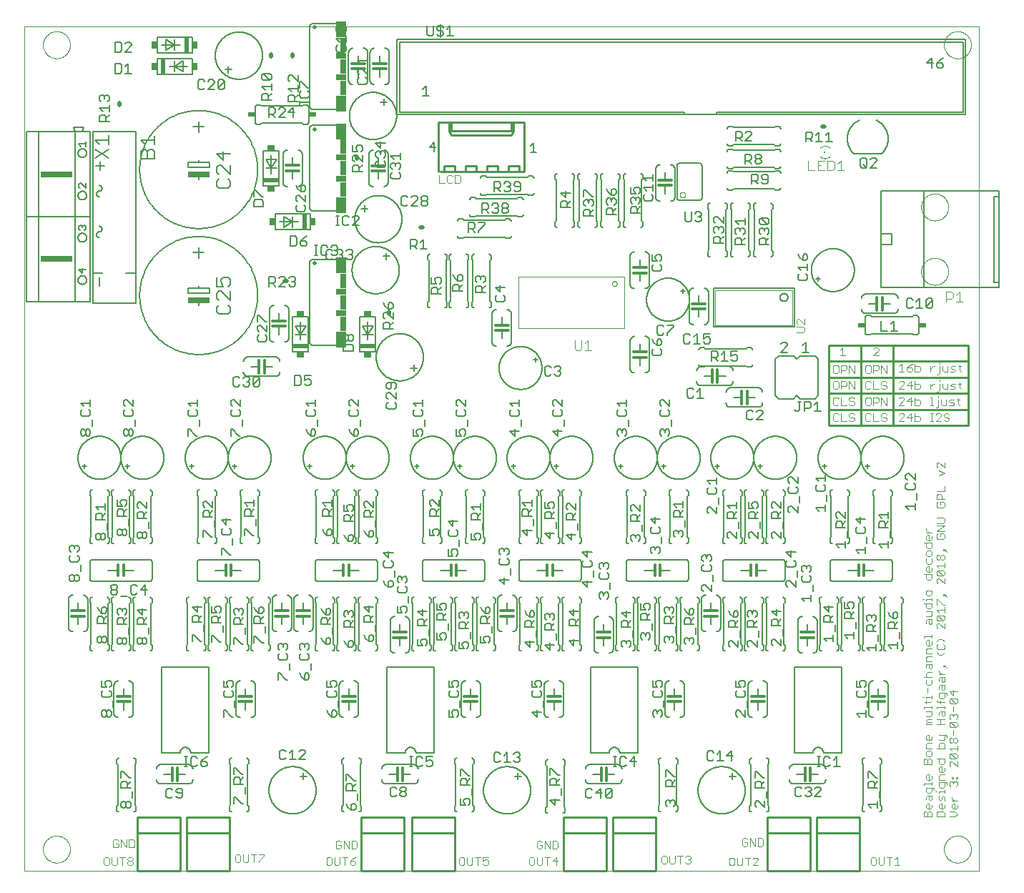
<source format=gto>
G75*
%MOIN*%
%OFA0B0*%
%FSLAX25Y25*%
%IPPOS*%
%LPD*%
%AMOC8*
5,1,8,0,0,1.08239X$1,22.5*
%
%ADD10C,0.00000*%
%ADD11C,0.00300*%
%ADD12C,0.01000*%
%ADD13C,0.00600*%
%ADD14C,0.00500*%
%ADD15C,0.00400*%
%ADD16C,0.01200*%
%ADD17C,0.02000*%
%ADD18R,0.05000X0.07500*%
%ADD19R,0.03000X0.07000*%
%ADD20R,0.05000X0.03000*%
%ADD21R,0.10000X0.02500*%
%ADD22C,0.00700*%
%ADD23R,0.07362X0.02000*%
%ADD24R,0.03346X0.02500*%
%ADD25R,0.02000X0.07362*%
%ADD26R,0.02500X0.03346*%
%ADD27C,0.02000*%
%ADD28R,0.03400X0.02400*%
%ADD29C,0.00200*%
%ADD30R,0.15000X0.03000*%
%ADD31R,0.00787X0.00787*%
%ADD32R,0.00591X0.00984*%
D10*
X0001000Y0017102D02*
X0001000Y0410803D01*
X0445921Y0410803D01*
X0445921Y0017102D01*
X0001000Y0017102D01*
X0009701Y0027102D02*
X0009703Y0027260D01*
X0009709Y0027418D01*
X0009719Y0027576D01*
X0009733Y0027734D01*
X0009751Y0027891D01*
X0009772Y0028048D01*
X0009798Y0028204D01*
X0009828Y0028360D01*
X0009861Y0028515D01*
X0009899Y0028668D01*
X0009940Y0028821D01*
X0009985Y0028973D01*
X0010034Y0029124D01*
X0010087Y0029273D01*
X0010143Y0029421D01*
X0010203Y0029567D01*
X0010267Y0029712D01*
X0010335Y0029855D01*
X0010406Y0029997D01*
X0010480Y0030137D01*
X0010558Y0030274D01*
X0010640Y0030410D01*
X0010724Y0030544D01*
X0010813Y0030675D01*
X0010904Y0030804D01*
X0010999Y0030931D01*
X0011096Y0031056D01*
X0011197Y0031178D01*
X0011301Y0031297D01*
X0011408Y0031414D01*
X0011518Y0031528D01*
X0011631Y0031639D01*
X0011746Y0031748D01*
X0011864Y0031853D01*
X0011985Y0031955D01*
X0012108Y0032055D01*
X0012234Y0032151D01*
X0012362Y0032244D01*
X0012492Y0032334D01*
X0012625Y0032420D01*
X0012760Y0032504D01*
X0012896Y0032583D01*
X0013035Y0032660D01*
X0013176Y0032732D01*
X0013318Y0032802D01*
X0013462Y0032867D01*
X0013608Y0032929D01*
X0013755Y0032987D01*
X0013904Y0033042D01*
X0014054Y0033093D01*
X0014205Y0033140D01*
X0014357Y0033183D01*
X0014510Y0033222D01*
X0014665Y0033258D01*
X0014820Y0033289D01*
X0014976Y0033317D01*
X0015132Y0033341D01*
X0015289Y0033361D01*
X0015447Y0033377D01*
X0015604Y0033389D01*
X0015763Y0033397D01*
X0015921Y0033401D01*
X0016079Y0033401D01*
X0016237Y0033397D01*
X0016396Y0033389D01*
X0016553Y0033377D01*
X0016711Y0033361D01*
X0016868Y0033341D01*
X0017024Y0033317D01*
X0017180Y0033289D01*
X0017335Y0033258D01*
X0017490Y0033222D01*
X0017643Y0033183D01*
X0017795Y0033140D01*
X0017946Y0033093D01*
X0018096Y0033042D01*
X0018245Y0032987D01*
X0018392Y0032929D01*
X0018538Y0032867D01*
X0018682Y0032802D01*
X0018824Y0032732D01*
X0018965Y0032660D01*
X0019104Y0032583D01*
X0019240Y0032504D01*
X0019375Y0032420D01*
X0019508Y0032334D01*
X0019638Y0032244D01*
X0019766Y0032151D01*
X0019892Y0032055D01*
X0020015Y0031955D01*
X0020136Y0031853D01*
X0020254Y0031748D01*
X0020369Y0031639D01*
X0020482Y0031528D01*
X0020592Y0031414D01*
X0020699Y0031297D01*
X0020803Y0031178D01*
X0020904Y0031056D01*
X0021001Y0030931D01*
X0021096Y0030804D01*
X0021187Y0030675D01*
X0021276Y0030544D01*
X0021360Y0030410D01*
X0021442Y0030274D01*
X0021520Y0030137D01*
X0021594Y0029997D01*
X0021665Y0029855D01*
X0021733Y0029712D01*
X0021797Y0029567D01*
X0021857Y0029421D01*
X0021913Y0029273D01*
X0021966Y0029124D01*
X0022015Y0028973D01*
X0022060Y0028821D01*
X0022101Y0028668D01*
X0022139Y0028515D01*
X0022172Y0028360D01*
X0022202Y0028204D01*
X0022228Y0028048D01*
X0022249Y0027891D01*
X0022267Y0027734D01*
X0022281Y0027576D01*
X0022291Y0027418D01*
X0022297Y0027260D01*
X0022299Y0027102D01*
X0022297Y0026944D01*
X0022291Y0026786D01*
X0022281Y0026628D01*
X0022267Y0026470D01*
X0022249Y0026313D01*
X0022228Y0026156D01*
X0022202Y0026000D01*
X0022172Y0025844D01*
X0022139Y0025689D01*
X0022101Y0025536D01*
X0022060Y0025383D01*
X0022015Y0025231D01*
X0021966Y0025080D01*
X0021913Y0024931D01*
X0021857Y0024783D01*
X0021797Y0024637D01*
X0021733Y0024492D01*
X0021665Y0024349D01*
X0021594Y0024207D01*
X0021520Y0024067D01*
X0021442Y0023930D01*
X0021360Y0023794D01*
X0021276Y0023660D01*
X0021187Y0023529D01*
X0021096Y0023400D01*
X0021001Y0023273D01*
X0020904Y0023148D01*
X0020803Y0023026D01*
X0020699Y0022907D01*
X0020592Y0022790D01*
X0020482Y0022676D01*
X0020369Y0022565D01*
X0020254Y0022456D01*
X0020136Y0022351D01*
X0020015Y0022249D01*
X0019892Y0022149D01*
X0019766Y0022053D01*
X0019638Y0021960D01*
X0019508Y0021870D01*
X0019375Y0021784D01*
X0019240Y0021700D01*
X0019104Y0021621D01*
X0018965Y0021544D01*
X0018824Y0021472D01*
X0018682Y0021402D01*
X0018538Y0021337D01*
X0018392Y0021275D01*
X0018245Y0021217D01*
X0018096Y0021162D01*
X0017946Y0021111D01*
X0017795Y0021064D01*
X0017643Y0021021D01*
X0017490Y0020982D01*
X0017335Y0020946D01*
X0017180Y0020915D01*
X0017024Y0020887D01*
X0016868Y0020863D01*
X0016711Y0020843D01*
X0016553Y0020827D01*
X0016396Y0020815D01*
X0016237Y0020807D01*
X0016079Y0020803D01*
X0015921Y0020803D01*
X0015763Y0020807D01*
X0015604Y0020815D01*
X0015447Y0020827D01*
X0015289Y0020843D01*
X0015132Y0020863D01*
X0014976Y0020887D01*
X0014820Y0020915D01*
X0014665Y0020946D01*
X0014510Y0020982D01*
X0014357Y0021021D01*
X0014205Y0021064D01*
X0014054Y0021111D01*
X0013904Y0021162D01*
X0013755Y0021217D01*
X0013608Y0021275D01*
X0013462Y0021337D01*
X0013318Y0021402D01*
X0013176Y0021472D01*
X0013035Y0021544D01*
X0012896Y0021621D01*
X0012760Y0021700D01*
X0012625Y0021784D01*
X0012492Y0021870D01*
X0012362Y0021960D01*
X0012234Y0022053D01*
X0012108Y0022149D01*
X0011985Y0022249D01*
X0011864Y0022351D01*
X0011746Y0022456D01*
X0011631Y0022565D01*
X0011518Y0022676D01*
X0011408Y0022790D01*
X0011301Y0022907D01*
X0011197Y0023026D01*
X0011096Y0023148D01*
X0010999Y0023273D01*
X0010904Y0023400D01*
X0010813Y0023529D01*
X0010724Y0023660D01*
X0010640Y0023794D01*
X0010558Y0023930D01*
X0010480Y0024067D01*
X0010406Y0024207D01*
X0010335Y0024349D01*
X0010267Y0024492D01*
X0010203Y0024637D01*
X0010143Y0024783D01*
X0010087Y0024931D01*
X0010034Y0025080D01*
X0009985Y0025231D01*
X0009940Y0025383D01*
X0009899Y0025536D01*
X0009861Y0025689D01*
X0009828Y0025844D01*
X0009798Y0026000D01*
X0009772Y0026156D01*
X0009751Y0026313D01*
X0009733Y0026470D01*
X0009719Y0026628D01*
X0009709Y0026786D01*
X0009703Y0026944D01*
X0009701Y0027102D01*
X0009701Y0402102D02*
X0009703Y0402260D01*
X0009709Y0402418D01*
X0009719Y0402576D01*
X0009733Y0402734D01*
X0009751Y0402891D01*
X0009772Y0403048D01*
X0009798Y0403204D01*
X0009828Y0403360D01*
X0009861Y0403515D01*
X0009899Y0403668D01*
X0009940Y0403821D01*
X0009985Y0403973D01*
X0010034Y0404124D01*
X0010087Y0404273D01*
X0010143Y0404421D01*
X0010203Y0404567D01*
X0010267Y0404712D01*
X0010335Y0404855D01*
X0010406Y0404997D01*
X0010480Y0405137D01*
X0010558Y0405274D01*
X0010640Y0405410D01*
X0010724Y0405544D01*
X0010813Y0405675D01*
X0010904Y0405804D01*
X0010999Y0405931D01*
X0011096Y0406056D01*
X0011197Y0406178D01*
X0011301Y0406297D01*
X0011408Y0406414D01*
X0011518Y0406528D01*
X0011631Y0406639D01*
X0011746Y0406748D01*
X0011864Y0406853D01*
X0011985Y0406955D01*
X0012108Y0407055D01*
X0012234Y0407151D01*
X0012362Y0407244D01*
X0012492Y0407334D01*
X0012625Y0407420D01*
X0012760Y0407504D01*
X0012896Y0407583D01*
X0013035Y0407660D01*
X0013176Y0407732D01*
X0013318Y0407802D01*
X0013462Y0407867D01*
X0013608Y0407929D01*
X0013755Y0407987D01*
X0013904Y0408042D01*
X0014054Y0408093D01*
X0014205Y0408140D01*
X0014357Y0408183D01*
X0014510Y0408222D01*
X0014665Y0408258D01*
X0014820Y0408289D01*
X0014976Y0408317D01*
X0015132Y0408341D01*
X0015289Y0408361D01*
X0015447Y0408377D01*
X0015604Y0408389D01*
X0015763Y0408397D01*
X0015921Y0408401D01*
X0016079Y0408401D01*
X0016237Y0408397D01*
X0016396Y0408389D01*
X0016553Y0408377D01*
X0016711Y0408361D01*
X0016868Y0408341D01*
X0017024Y0408317D01*
X0017180Y0408289D01*
X0017335Y0408258D01*
X0017490Y0408222D01*
X0017643Y0408183D01*
X0017795Y0408140D01*
X0017946Y0408093D01*
X0018096Y0408042D01*
X0018245Y0407987D01*
X0018392Y0407929D01*
X0018538Y0407867D01*
X0018682Y0407802D01*
X0018824Y0407732D01*
X0018965Y0407660D01*
X0019104Y0407583D01*
X0019240Y0407504D01*
X0019375Y0407420D01*
X0019508Y0407334D01*
X0019638Y0407244D01*
X0019766Y0407151D01*
X0019892Y0407055D01*
X0020015Y0406955D01*
X0020136Y0406853D01*
X0020254Y0406748D01*
X0020369Y0406639D01*
X0020482Y0406528D01*
X0020592Y0406414D01*
X0020699Y0406297D01*
X0020803Y0406178D01*
X0020904Y0406056D01*
X0021001Y0405931D01*
X0021096Y0405804D01*
X0021187Y0405675D01*
X0021276Y0405544D01*
X0021360Y0405410D01*
X0021442Y0405274D01*
X0021520Y0405137D01*
X0021594Y0404997D01*
X0021665Y0404855D01*
X0021733Y0404712D01*
X0021797Y0404567D01*
X0021857Y0404421D01*
X0021913Y0404273D01*
X0021966Y0404124D01*
X0022015Y0403973D01*
X0022060Y0403821D01*
X0022101Y0403668D01*
X0022139Y0403515D01*
X0022172Y0403360D01*
X0022202Y0403204D01*
X0022228Y0403048D01*
X0022249Y0402891D01*
X0022267Y0402734D01*
X0022281Y0402576D01*
X0022291Y0402418D01*
X0022297Y0402260D01*
X0022299Y0402102D01*
X0022297Y0401944D01*
X0022291Y0401786D01*
X0022281Y0401628D01*
X0022267Y0401470D01*
X0022249Y0401313D01*
X0022228Y0401156D01*
X0022202Y0401000D01*
X0022172Y0400844D01*
X0022139Y0400689D01*
X0022101Y0400536D01*
X0022060Y0400383D01*
X0022015Y0400231D01*
X0021966Y0400080D01*
X0021913Y0399931D01*
X0021857Y0399783D01*
X0021797Y0399637D01*
X0021733Y0399492D01*
X0021665Y0399349D01*
X0021594Y0399207D01*
X0021520Y0399067D01*
X0021442Y0398930D01*
X0021360Y0398794D01*
X0021276Y0398660D01*
X0021187Y0398529D01*
X0021096Y0398400D01*
X0021001Y0398273D01*
X0020904Y0398148D01*
X0020803Y0398026D01*
X0020699Y0397907D01*
X0020592Y0397790D01*
X0020482Y0397676D01*
X0020369Y0397565D01*
X0020254Y0397456D01*
X0020136Y0397351D01*
X0020015Y0397249D01*
X0019892Y0397149D01*
X0019766Y0397053D01*
X0019638Y0396960D01*
X0019508Y0396870D01*
X0019375Y0396784D01*
X0019240Y0396700D01*
X0019104Y0396621D01*
X0018965Y0396544D01*
X0018824Y0396472D01*
X0018682Y0396402D01*
X0018538Y0396337D01*
X0018392Y0396275D01*
X0018245Y0396217D01*
X0018096Y0396162D01*
X0017946Y0396111D01*
X0017795Y0396064D01*
X0017643Y0396021D01*
X0017490Y0395982D01*
X0017335Y0395946D01*
X0017180Y0395915D01*
X0017024Y0395887D01*
X0016868Y0395863D01*
X0016711Y0395843D01*
X0016553Y0395827D01*
X0016396Y0395815D01*
X0016237Y0395807D01*
X0016079Y0395803D01*
X0015921Y0395803D01*
X0015763Y0395807D01*
X0015604Y0395815D01*
X0015447Y0395827D01*
X0015289Y0395843D01*
X0015132Y0395863D01*
X0014976Y0395887D01*
X0014820Y0395915D01*
X0014665Y0395946D01*
X0014510Y0395982D01*
X0014357Y0396021D01*
X0014205Y0396064D01*
X0014054Y0396111D01*
X0013904Y0396162D01*
X0013755Y0396217D01*
X0013608Y0396275D01*
X0013462Y0396337D01*
X0013318Y0396402D01*
X0013176Y0396472D01*
X0013035Y0396544D01*
X0012896Y0396621D01*
X0012760Y0396700D01*
X0012625Y0396784D01*
X0012492Y0396870D01*
X0012362Y0396960D01*
X0012234Y0397053D01*
X0012108Y0397149D01*
X0011985Y0397249D01*
X0011864Y0397351D01*
X0011746Y0397456D01*
X0011631Y0397565D01*
X0011518Y0397676D01*
X0011408Y0397790D01*
X0011301Y0397907D01*
X0011197Y0398026D01*
X0011096Y0398148D01*
X0010999Y0398273D01*
X0010904Y0398400D01*
X0010813Y0398529D01*
X0010724Y0398660D01*
X0010640Y0398794D01*
X0010558Y0398930D01*
X0010480Y0399067D01*
X0010406Y0399207D01*
X0010335Y0399349D01*
X0010267Y0399492D01*
X0010203Y0399637D01*
X0010143Y0399783D01*
X0010087Y0399931D01*
X0010034Y0400080D01*
X0009985Y0400231D01*
X0009940Y0400383D01*
X0009899Y0400536D01*
X0009861Y0400689D01*
X0009828Y0400844D01*
X0009798Y0401000D01*
X0009772Y0401156D01*
X0009751Y0401313D01*
X0009733Y0401470D01*
X0009719Y0401628D01*
X0009709Y0401786D01*
X0009703Y0401944D01*
X0009701Y0402102D01*
X0419076Y0326477D02*
X0419078Y0326635D01*
X0419084Y0326793D01*
X0419094Y0326951D01*
X0419108Y0327109D01*
X0419126Y0327266D01*
X0419147Y0327423D01*
X0419173Y0327579D01*
X0419203Y0327735D01*
X0419236Y0327890D01*
X0419274Y0328043D01*
X0419315Y0328196D01*
X0419360Y0328348D01*
X0419409Y0328499D01*
X0419462Y0328648D01*
X0419518Y0328796D01*
X0419578Y0328942D01*
X0419642Y0329087D01*
X0419710Y0329230D01*
X0419781Y0329372D01*
X0419855Y0329512D01*
X0419933Y0329649D01*
X0420015Y0329785D01*
X0420099Y0329919D01*
X0420188Y0330050D01*
X0420279Y0330179D01*
X0420374Y0330306D01*
X0420471Y0330431D01*
X0420572Y0330553D01*
X0420676Y0330672D01*
X0420783Y0330789D01*
X0420893Y0330903D01*
X0421006Y0331014D01*
X0421121Y0331123D01*
X0421239Y0331228D01*
X0421360Y0331330D01*
X0421483Y0331430D01*
X0421609Y0331526D01*
X0421737Y0331619D01*
X0421867Y0331709D01*
X0422000Y0331795D01*
X0422135Y0331879D01*
X0422271Y0331958D01*
X0422410Y0332035D01*
X0422551Y0332107D01*
X0422693Y0332177D01*
X0422837Y0332242D01*
X0422983Y0332304D01*
X0423130Y0332362D01*
X0423279Y0332417D01*
X0423429Y0332468D01*
X0423580Y0332515D01*
X0423732Y0332558D01*
X0423885Y0332597D01*
X0424040Y0332633D01*
X0424195Y0332664D01*
X0424351Y0332692D01*
X0424507Y0332716D01*
X0424664Y0332736D01*
X0424822Y0332752D01*
X0424979Y0332764D01*
X0425138Y0332772D01*
X0425296Y0332776D01*
X0425454Y0332776D01*
X0425612Y0332772D01*
X0425771Y0332764D01*
X0425928Y0332752D01*
X0426086Y0332736D01*
X0426243Y0332716D01*
X0426399Y0332692D01*
X0426555Y0332664D01*
X0426710Y0332633D01*
X0426865Y0332597D01*
X0427018Y0332558D01*
X0427170Y0332515D01*
X0427321Y0332468D01*
X0427471Y0332417D01*
X0427620Y0332362D01*
X0427767Y0332304D01*
X0427913Y0332242D01*
X0428057Y0332177D01*
X0428199Y0332107D01*
X0428340Y0332035D01*
X0428479Y0331958D01*
X0428615Y0331879D01*
X0428750Y0331795D01*
X0428883Y0331709D01*
X0429013Y0331619D01*
X0429141Y0331526D01*
X0429267Y0331430D01*
X0429390Y0331330D01*
X0429511Y0331228D01*
X0429629Y0331123D01*
X0429744Y0331014D01*
X0429857Y0330903D01*
X0429967Y0330789D01*
X0430074Y0330672D01*
X0430178Y0330553D01*
X0430279Y0330431D01*
X0430376Y0330306D01*
X0430471Y0330179D01*
X0430562Y0330050D01*
X0430651Y0329919D01*
X0430735Y0329785D01*
X0430817Y0329649D01*
X0430895Y0329512D01*
X0430969Y0329372D01*
X0431040Y0329230D01*
X0431108Y0329087D01*
X0431172Y0328942D01*
X0431232Y0328796D01*
X0431288Y0328648D01*
X0431341Y0328499D01*
X0431390Y0328348D01*
X0431435Y0328196D01*
X0431476Y0328043D01*
X0431514Y0327890D01*
X0431547Y0327735D01*
X0431577Y0327579D01*
X0431603Y0327423D01*
X0431624Y0327266D01*
X0431642Y0327109D01*
X0431656Y0326951D01*
X0431666Y0326793D01*
X0431672Y0326635D01*
X0431674Y0326477D01*
X0431672Y0326319D01*
X0431666Y0326161D01*
X0431656Y0326003D01*
X0431642Y0325845D01*
X0431624Y0325688D01*
X0431603Y0325531D01*
X0431577Y0325375D01*
X0431547Y0325219D01*
X0431514Y0325064D01*
X0431476Y0324911D01*
X0431435Y0324758D01*
X0431390Y0324606D01*
X0431341Y0324455D01*
X0431288Y0324306D01*
X0431232Y0324158D01*
X0431172Y0324012D01*
X0431108Y0323867D01*
X0431040Y0323724D01*
X0430969Y0323582D01*
X0430895Y0323442D01*
X0430817Y0323305D01*
X0430735Y0323169D01*
X0430651Y0323035D01*
X0430562Y0322904D01*
X0430471Y0322775D01*
X0430376Y0322648D01*
X0430279Y0322523D01*
X0430178Y0322401D01*
X0430074Y0322282D01*
X0429967Y0322165D01*
X0429857Y0322051D01*
X0429744Y0321940D01*
X0429629Y0321831D01*
X0429511Y0321726D01*
X0429390Y0321624D01*
X0429267Y0321524D01*
X0429141Y0321428D01*
X0429013Y0321335D01*
X0428883Y0321245D01*
X0428750Y0321159D01*
X0428615Y0321075D01*
X0428479Y0320996D01*
X0428340Y0320919D01*
X0428199Y0320847D01*
X0428057Y0320777D01*
X0427913Y0320712D01*
X0427767Y0320650D01*
X0427620Y0320592D01*
X0427471Y0320537D01*
X0427321Y0320486D01*
X0427170Y0320439D01*
X0427018Y0320396D01*
X0426865Y0320357D01*
X0426710Y0320321D01*
X0426555Y0320290D01*
X0426399Y0320262D01*
X0426243Y0320238D01*
X0426086Y0320218D01*
X0425928Y0320202D01*
X0425771Y0320190D01*
X0425612Y0320182D01*
X0425454Y0320178D01*
X0425296Y0320178D01*
X0425138Y0320182D01*
X0424979Y0320190D01*
X0424822Y0320202D01*
X0424664Y0320218D01*
X0424507Y0320238D01*
X0424351Y0320262D01*
X0424195Y0320290D01*
X0424040Y0320321D01*
X0423885Y0320357D01*
X0423732Y0320396D01*
X0423580Y0320439D01*
X0423429Y0320486D01*
X0423279Y0320537D01*
X0423130Y0320592D01*
X0422983Y0320650D01*
X0422837Y0320712D01*
X0422693Y0320777D01*
X0422551Y0320847D01*
X0422410Y0320919D01*
X0422271Y0320996D01*
X0422135Y0321075D01*
X0422000Y0321159D01*
X0421867Y0321245D01*
X0421737Y0321335D01*
X0421609Y0321428D01*
X0421483Y0321524D01*
X0421360Y0321624D01*
X0421239Y0321726D01*
X0421121Y0321831D01*
X0421006Y0321940D01*
X0420893Y0322051D01*
X0420783Y0322165D01*
X0420676Y0322282D01*
X0420572Y0322401D01*
X0420471Y0322523D01*
X0420374Y0322648D01*
X0420279Y0322775D01*
X0420188Y0322904D01*
X0420099Y0323035D01*
X0420015Y0323169D01*
X0419933Y0323305D01*
X0419855Y0323442D01*
X0419781Y0323582D01*
X0419710Y0323724D01*
X0419642Y0323867D01*
X0419578Y0324012D01*
X0419518Y0324158D01*
X0419462Y0324306D01*
X0419409Y0324455D01*
X0419360Y0324606D01*
X0419315Y0324758D01*
X0419274Y0324911D01*
X0419236Y0325064D01*
X0419203Y0325219D01*
X0419173Y0325375D01*
X0419147Y0325531D01*
X0419126Y0325688D01*
X0419108Y0325845D01*
X0419094Y0326003D01*
X0419084Y0326161D01*
X0419078Y0326319D01*
X0419076Y0326477D01*
X0419076Y0296477D02*
X0419078Y0296635D01*
X0419084Y0296793D01*
X0419094Y0296951D01*
X0419108Y0297109D01*
X0419126Y0297266D01*
X0419147Y0297423D01*
X0419173Y0297579D01*
X0419203Y0297735D01*
X0419236Y0297890D01*
X0419274Y0298043D01*
X0419315Y0298196D01*
X0419360Y0298348D01*
X0419409Y0298499D01*
X0419462Y0298648D01*
X0419518Y0298796D01*
X0419578Y0298942D01*
X0419642Y0299087D01*
X0419710Y0299230D01*
X0419781Y0299372D01*
X0419855Y0299512D01*
X0419933Y0299649D01*
X0420015Y0299785D01*
X0420099Y0299919D01*
X0420188Y0300050D01*
X0420279Y0300179D01*
X0420374Y0300306D01*
X0420471Y0300431D01*
X0420572Y0300553D01*
X0420676Y0300672D01*
X0420783Y0300789D01*
X0420893Y0300903D01*
X0421006Y0301014D01*
X0421121Y0301123D01*
X0421239Y0301228D01*
X0421360Y0301330D01*
X0421483Y0301430D01*
X0421609Y0301526D01*
X0421737Y0301619D01*
X0421867Y0301709D01*
X0422000Y0301795D01*
X0422135Y0301879D01*
X0422271Y0301958D01*
X0422410Y0302035D01*
X0422551Y0302107D01*
X0422693Y0302177D01*
X0422837Y0302242D01*
X0422983Y0302304D01*
X0423130Y0302362D01*
X0423279Y0302417D01*
X0423429Y0302468D01*
X0423580Y0302515D01*
X0423732Y0302558D01*
X0423885Y0302597D01*
X0424040Y0302633D01*
X0424195Y0302664D01*
X0424351Y0302692D01*
X0424507Y0302716D01*
X0424664Y0302736D01*
X0424822Y0302752D01*
X0424979Y0302764D01*
X0425138Y0302772D01*
X0425296Y0302776D01*
X0425454Y0302776D01*
X0425612Y0302772D01*
X0425771Y0302764D01*
X0425928Y0302752D01*
X0426086Y0302736D01*
X0426243Y0302716D01*
X0426399Y0302692D01*
X0426555Y0302664D01*
X0426710Y0302633D01*
X0426865Y0302597D01*
X0427018Y0302558D01*
X0427170Y0302515D01*
X0427321Y0302468D01*
X0427471Y0302417D01*
X0427620Y0302362D01*
X0427767Y0302304D01*
X0427913Y0302242D01*
X0428057Y0302177D01*
X0428199Y0302107D01*
X0428340Y0302035D01*
X0428479Y0301958D01*
X0428615Y0301879D01*
X0428750Y0301795D01*
X0428883Y0301709D01*
X0429013Y0301619D01*
X0429141Y0301526D01*
X0429267Y0301430D01*
X0429390Y0301330D01*
X0429511Y0301228D01*
X0429629Y0301123D01*
X0429744Y0301014D01*
X0429857Y0300903D01*
X0429967Y0300789D01*
X0430074Y0300672D01*
X0430178Y0300553D01*
X0430279Y0300431D01*
X0430376Y0300306D01*
X0430471Y0300179D01*
X0430562Y0300050D01*
X0430651Y0299919D01*
X0430735Y0299785D01*
X0430817Y0299649D01*
X0430895Y0299512D01*
X0430969Y0299372D01*
X0431040Y0299230D01*
X0431108Y0299087D01*
X0431172Y0298942D01*
X0431232Y0298796D01*
X0431288Y0298648D01*
X0431341Y0298499D01*
X0431390Y0298348D01*
X0431435Y0298196D01*
X0431476Y0298043D01*
X0431514Y0297890D01*
X0431547Y0297735D01*
X0431577Y0297579D01*
X0431603Y0297423D01*
X0431624Y0297266D01*
X0431642Y0297109D01*
X0431656Y0296951D01*
X0431666Y0296793D01*
X0431672Y0296635D01*
X0431674Y0296477D01*
X0431672Y0296319D01*
X0431666Y0296161D01*
X0431656Y0296003D01*
X0431642Y0295845D01*
X0431624Y0295688D01*
X0431603Y0295531D01*
X0431577Y0295375D01*
X0431547Y0295219D01*
X0431514Y0295064D01*
X0431476Y0294911D01*
X0431435Y0294758D01*
X0431390Y0294606D01*
X0431341Y0294455D01*
X0431288Y0294306D01*
X0431232Y0294158D01*
X0431172Y0294012D01*
X0431108Y0293867D01*
X0431040Y0293724D01*
X0430969Y0293582D01*
X0430895Y0293442D01*
X0430817Y0293305D01*
X0430735Y0293169D01*
X0430651Y0293035D01*
X0430562Y0292904D01*
X0430471Y0292775D01*
X0430376Y0292648D01*
X0430279Y0292523D01*
X0430178Y0292401D01*
X0430074Y0292282D01*
X0429967Y0292165D01*
X0429857Y0292051D01*
X0429744Y0291940D01*
X0429629Y0291831D01*
X0429511Y0291726D01*
X0429390Y0291624D01*
X0429267Y0291524D01*
X0429141Y0291428D01*
X0429013Y0291335D01*
X0428883Y0291245D01*
X0428750Y0291159D01*
X0428615Y0291075D01*
X0428479Y0290996D01*
X0428340Y0290919D01*
X0428199Y0290847D01*
X0428057Y0290777D01*
X0427913Y0290712D01*
X0427767Y0290650D01*
X0427620Y0290592D01*
X0427471Y0290537D01*
X0427321Y0290486D01*
X0427170Y0290439D01*
X0427018Y0290396D01*
X0426865Y0290357D01*
X0426710Y0290321D01*
X0426555Y0290290D01*
X0426399Y0290262D01*
X0426243Y0290238D01*
X0426086Y0290218D01*
X0425928Y0290202D01*
X0425771Y0290190D01*
X0425612Y0290182D01*
X0425454Y0290178D01*
X0425296Y0290178D01*
X0425138Y0290182D01*
X0424979Y0290190D01*
X0424822Y0290202D01*
X0424664Y0290218D01*
X0424507Y0290238D01*
X0424351Y0290262D01*
X0424195Y0290290D01*
X0424040Y0290321D01*
X0423885Y0290357D01*
X0423732Y0290396D01*
X0423580Y0290439D01*
X0423429Y0290486D01*
X0423279Y0290537D01*
X0423130Y0290592D01*
X0422983Y0290650D01*
X0422837Y0290712D01*
X0422693Y0290777D01*
X0422551Y0290847D01*
X0422410Y0290919D01*
X0422271Y0290996D01*
X0422135Y0291075D01*
X0422000Y0291159D01*
X0421867Y0291245D01*
X0421737Y0291335D01*
X0421609Y0291428D01*
X0421483Y0291524D01*
X0421360Y0291624D01*
X0421239Y0291726D01*
X0421121Y0291831D01*
X0421006Y0291940D01*
X0420893Y0292051D01*
X0420783Y0292165D01*
X0420676Y0292282D01*
X0420572Y0292401D01*
X0420471Y0292523D01*
X0420374Y0292648D01*
X0420279Y0292775D01*
X0420188Y0292904D01*
X0420099Y0293035D01*
X0420015Y0293169D01*
X0419933Y0293305D01*
X0419855Y0293442D01*
X0419781Y0293582D01*
X0419710Y0293724D01*
X0419642Y0293867D01*
X0419578Y0294012D01*
X0419518Y0294158D01*
X0419462Y0294306D01*
X0419409Y0294455D01*
X0419360Y0294606D01*
X0419315Y0294758D01*
X0419274Y0294911D01*
X0419236Y0295064D01*
X0419203Y0295219D01*
X0419173Y0295375D01*
X0419147Y0295531D01*
X0419126Y0295688D01*
X0419108Y0295845D01*
X0419094Y0296003D01*
X0419084Y0296161D01*
X0419078Y0296319D01*
X0419076Y0296477D01*
X0429701Y0402102D02*
X0429703Y0402260D01*
X0429709Y0402418D01*
X0429719Y0402576D01*
X0429733Y0402734D01*
X0429751Y0402891D01*
X0429772Y0403048D01*
X0429798Y0403204D01*
X0429828Y0403360D01*
X0429861Y0403515D01*
X0429899Y0403668D01*
X0429940Y0403821D01*
X0429985Y0403973D01*
X0430034Y0404124D01*
X0430087Y0404273D01*
X0430143Y0404421D01*
X0430203Y0404567D01*
X0430267Y0404712D01*
X0430335Y0404855D01*
X0430406Y0404997D01*
X0430480Y0405137D01*
X0430558Y0405274D01*
X0430640Y0405410D01*
X0430724Y0405544D01*
X0430813Y0405675D01*
X0430904Y0405804D01*
X0430999Y0405931D01*
X0431096Y0406056D01*
X0431197Y0406178D01*
X0431301Y0406297D01*
X0431408Y0406414D01*
X0431518Y0406528D01*
X0431631Y0406639D01*
X0431746Y0406748D01*
X0431864Y0406853D01*
X0431985Y0406955D01*
X0432108Y0407055D01*
X0432234Y0407151D01*
X0432362Y0407244D01*
X0432492Y0407334D01*
X0432625Y0407420D01*
X0432760Y0407504D01*
X0432896Y0407583D01*
X0433035Y0407660D01*
X0433176Y0407732D01*
X0433318Y0407802D01*
X0433462Y0407867D01*
X0433608Y0407929D01*
X0433755Y0407987D01*
X0433904Y0408042D01*
X0434054Y0408093D01*
X0434205Y0408140D01*
X0434357Y0408183D01*
X0434510Y0408222D01*
X0434665Y0408258D01*
X0434820Y0408289D01*
X0434976Y0408317D01*
X0435132Y0408341D01*
X0435289Y0408361D01*
X0435447Y0408377D01*
X0435604Y0408389D01*
X0435763Y0408397D01*
X0435921Y0408401D01*
X0436079Y0408401D01*
X0436237Y0408397D01*
X0436396Y0408389D01*
X0436553Y0408377D01*
X0436711Y0408361D01*
X0436868Y0408341D01*
X0437024Y0408317D01*
X0437180Y0408289D01*
X0437335Y0408258D01*
X0437490Y0408222D01*
X0437643Y0408183D01*
X0437795Y0408140D01*
X0437946Y0408093D01*
X0438096Y0408042D01*
X0438245Y0407987D01*
X0438392Y0407929D01*
X0438538Y0407867D01*
X0438682Y0407802D01*
X0438824Y0407732D01*
X0438965Y0407660D01*
X0439104Y0407583D01*
X0439240Y0407504D01*
X0439375Y0407420D01*
X0439508Y0407334D01*
X0439638Y0407244D01*
X0439766Y0407151D01*
X0439892Y0407055D01*
X0440015Y0406955D01*
X0440136Y0406853D01*
X0440254Y0406748D01*
X0440369Y0406639D01*
X0440482Y0406528D01*
X0440592Y0406414D01*
X0440699Y0406297D01*
X0440803Y0406178D01*
X0440904Y0406056D01*
X0441001Y0405931D01*
X0441096Y0405804D01*
X0441187Y0405675D01*
X0441276Y0405544D01*
X0441360Y0405410D01*
X0441442Y0405274D01*
X0441520Y0405137D01*
X0441594Y0404997D01*
X0441665Y0404855D01*
X0441733Y0404712D01*
X0441797Y0404567D01*
X0441857Y0404421D01*
X0441913Y0404273D01*
X0441966Y0404124D01*
X0442015Y0403973D01*
X0442060Y0403821D01*
X0442101Y0403668D01*
X0442139Y0403515D01*
X0442172Y0403360D01*
X0442202Y0403204D01*
X0442228Y0403048D01*
X0442249Y0402891D01*
X0442267Y0402734D01*
X0442281Y0402576D01*
X0442291Y0402418D01*
X0442297Y0402260D01*
X0442299Y0402102D01*
X0442297Y0401944D01*
X0442291Y0401786D01*
X0442281Y0401628D01*
X0442267Y0401470D01*
X0442249Y0401313D01*
X0442228Y0401156D01*
X0442202Y0401000D01*
X0442172Y0400844D01*
X0442139Y0400689D01*
X0442101Y0400536D01*
X0442060Y0400383D01*
X0442015Y0400231D01*
X0441966Y0400080D01*
X0441913Y0399931D01*
X0441857Y0399783D01*
X0441797Y0399637D01*
X0441733Y0399492D01*
X0441665Y0399349D01*
X0441594Y0399207D01*
X0441520Y0399067D01*
X0441442Y0398930D01*
X0441360Y0398794D01*
X0441276Y0398660D01*
X0441187Y0398529D01*
X0441096Y0398400D01*
X0441001Y0398273D01*
X0440904Y0398148D01*
X0440803Y0398026D01*
X0440699Y0397907D01*
X0440592Y0397790D01*
X0440482Y0397676D01*
X0440369Y0397565D01*
X0440254Y0397456D01*
X0440136Y0397351D01*
X0440015Y0397249D01*
X0439892Y0397149D01*
X0439766Y0397053D01*
X0439638Y0396960D01*
X0439508Y0396870D01*
X0439375Y0396784D01*
X0439240Y0396700D01*
X0439104Y0396621D01*
X0438965Y0396544D01*
X0438824Y0396472D01*
X0438682Y0396402D01*
X0438538Y0396337D01*
X0438392Y0396275D01*
X0438245Y0396217D01*
X0438096Y0396162D01*
X0437946Y0396111D01*
X0437795Y0396064D01*
X0437643Y0396021D01*
X0437490Y0395982D01*
X0437335Y0395946D01*
X0437180Y0395915D01*
X0437024Y0395887D01*
X0436868Y0395863D01*
X0436711Y0395843D01*
X0436553Y0395827D01*
X0436396Y0395815D01*
X0436237Y0395807D01*
X0436079Y0395803D01*
X0435921Y0395803D01*
X0435763Y0395807D01*
X0435604Y0395815D01*
X0435447Y0395827D01*
X0435289Y0395843D01*
X0435132Y0395863D01*
X0434976Y0395887D01*
X0434820Y0395915D01*
X0434665Y0395946D01*
X0434510Y0395982D01*
X0434357Y0396021D01*
X0434205Y0396064D01*
X0434054Y0396111D01*
X0433904Y0396162D01*
X0433755Y0396217D01*
X0433608Y0396275D01*
X0433462Y0396337D01*
X0433318Y0396402D01*
X0433176Y0396472D01*
X0433035Y0396544D01*
X0432896Y0396621D01*
X0432760Y0396700D01*
X0432625Y0396784D01*
X0432492Y0396870D01*
X0432362Y0396960D01*
X0432234Y0397053D01*
X0432108Y0397149D01*
X0431985Y0397249D01*
X0431864Y0397351D01*
X0431746Y0397456D01*
X0431631Y0397565D01*
X0431518Y0397676D01*
X0431408Y0397790D01*
X0431301Y0397907D01*
X0431197Y0398026D01*
X0431096Y0398148D01*
X0430999Y0398273D01*
X0430904Y0398400D01*
X0430813Y0398529D01*
X0430724Y0398660D01*
X0430640Y0398794D01*
X0430558Y0398930D01*
X0430480Y0399067D01*
X0430406Y0399207D01*
X0430335Y0399349D01*
X0430267Y0399492D01*
X0430203Y0399637D01*
X0430143Y0399783D01*
X0430087Y0399931D01*
X0430034Y0400080D01*
X0429985Y0400231D01*
X0429940Y0400383D01*
X0429899Y0400536D01*
X0429861Y0400689D01*
X0429828Y0400844D01*
X0429798Y0401000D01*
X0429772Y0401156D01*
X0429751Y0401313D01*
X0429733Y0401470D01*
X0429719Y0401628D01*
X0429709Y0401786D01*
X0429703Y0401944D01*
X0429701Y0402102D01*
X0429701Y0027102D02*
X0429703Y0027260D01*
X0429709Y0027418D01*
X0429719Y0027576D01*
X0429733Y0027734D01*
X0429751Y0027891D01*
X0429772Y0028048D01*
X0429798Y0028204D01*
X0429828Y0028360D01*
X0429861Y0028515D01*
X0429899Y0028668D01*
X0429940Y0028821D01*
X0429985Y0028973D01*
X0430034Y0029124D01*
X0430087Y0029273D01*
X0430143Y0029421D01*
X0430203Y0029567D01*
X0430267Y0029712D01*
X0430335Y0029855D01*
X0430406Y0029997D01*
X0430480Y0030137D01*
X0430558Y0030274D01*
X0430640Y0030410D01*
X0430724Y0030544D01*
X0430813Y0030675D01*
X0430904Y0030804D01*
X0430999Y0030931D01*
X0431096Y0031056D01*
X0431197Y0031178D01*
X0431301Y0031297D01*
X0431408Y0031414D01*
X0431518Y0031528D01*
X0431631Y0031639D01*
X0431746Y0031748D01*
X0431864Y0031853D01*
X0431985Y0031955D01*
X0432108Y0032055D01*
X0432234Y0032151D01*
X0432362Y0032244D01*
X0432492Y0032334D01*
X0432625Y0032420D01*
X0432760Y0032504D01*
X0432896Y0032583D01*
X0433035Y0032660D01*
X0433176Y0032732D01*
X0433318Y0032802D01*
X0433462Y0032867D01*
X0433608Y0032929D01*
X0433755Y0032987D01*
X0433904Y0033042D01*
X0434054Y0033093D01*
X0434205Y0033140D01*
X0434357Y0033183D01*
X0434510Y0033222D01*
X0434665Y0033258D01*
X0434820Y0033289D01*
X0434976Y0033317D01*
X0435132Y0033341D01*
X0435289Y0033361D01*
X0435447Y0033377D01*
X0435604Y0033389D01*
X0435763Y0033397D01*
X0435921Y0033401D01*
X0436079Y0033401D01*
X0436237Y0033397D01*
X0436396Y0033389D01*
X0436553Y0033377D01*
X0436711Y0033361D01*
X0436868Y0033341D01*
X0437024Y0033317D01*
X0437180Y0033289D01*
X0437335Y0033258D01*
X0437490Y0033222D01*
X0437643Y0033183D01*
X0437795Y0033140D01*
X0437946Y0033093D01*
X0438096Y0033042D01*
X0438245Y0032987D01*
X0438392Y0032929D01*
X0438538Y0032867D01*
X0438682Y0032802D01*
X0438824Y0032732D01*
X0438965Y0032660D01*
X0439104Y0032583D01*
X0439240Y0032504D01*
X0439375Y0032420D01*
X0439508Y0032334D01*
X0439638Y0032244D01*
X0439766Y0032151D01*
X0439892Y0032055D01*
X0440015Y0031955D01*
X0440136Y0031853D01*
X0440254Y0031748D01*
X0440369Y0031639D01*
X0440482Y0031528D01*
X0440592Y0031414D01*
X0440699Y0031297D01*
X0440803Y0031178D01*
X0440904Y0031056D01*
X0441001Y0030931D01*
X0441096Y0030804D01*
X0441187Y0030675D01*
X0441276Y0030544D01*
X0441360Y0030410D01*
X0441442Y0030274D01*
X0441520Y0030137D01*
X0441594Y0029997D01*
X0441665Y0029855D01*
X0441733Y0029712D01*
X0441797Y0029567D01*
X0441857Y0029421D01*
X0441913Y0029273D01*
X0441966Y0029124D01*
X0442015Y0028973D01*
X0442060Y0028821D01*
X0442101Y0028668D01*
X0442139Y0028515D01*
X0442172Y0028360D01*
X0442202Y0028204D01*
X0442228Y0028048D01*
X0442249Y0027891D01*
X0442267Y0027734D01*
X0442281Y0027576D01*
X0442291Y0027418D01*
X0442297Y0027260D01*
X0442299Y0027102D01*
X0442297Y0026944D01*
X0442291Y0026786D01*
X0442281Y0026628D01*
X0442267Y0026470D01*
X0442249Y0026313D01*
X0442228Y0026156D01*
X0442202Y0026000D01*
X0442172Y0025844D01*
X0442139Y0025689D01*
X0442101Y0025536D01*
X0442060Y0025383D01*
X0442015Y0025231D01*
X0441966Y0025080D01*
X0441913Y0024931D01*
X0441857Y0024783D01*
X0441797Y0024637D01*
X0441733Y0024492D01*
X0441665Y0024349D01*
X0441594Y0024207D01*
X0441520Y0024067D01*
X0441442Y0023930D01*
X0441360Y0023794D01*
X0441276Y0023660D01*
X0441187Y0023529D01*
X0441096Y0023400D01*
X0441001Y0023273D01*
X0440904Y0023148D01*
X0440803Y0023026D01*
X0440699Y0022907D01*
X0440592Y0022790D01*
X0440482Y0022676D01*
X0440369Y0022565D01*
X0440254Y0022456D01*
X0440136Y0022351D01*
X0440015Y0022249D01*
X0439892Y0022149D01*
X0439766Y0022053D01*
X0439638Y0021960D01*
X0439508Y0021870D01*
X0439375Y0021784D01*
X0439240Y0021700D01*
X0439104Y0021621D01*
X0438965Y0021544D01*
X0438824Y0021472D01*
X0438682Y0021402D01*
X0438538Y0021337D01*
X0438392Y0021275D01*
X0438245Y0021217D01*
X0438096Y0021162D01*
X0437946Y0021111D01*
X0437795Y0021064D01*
X0437643Y0021021D01*
X0437490Y0020982D01*
X0437335Y0020946D01*
X0437180Y0020915D01*
X0437024Y0020887D01*
X0436868Y0020863D01*
X0436711Y0020843D01*
X0436553Y0020827D01*
X0436396Y0020815D01*
X0436237Y0020807D01*
X0436079Y0020803D01*
X0435921Y0020803D01*
X0435763Y0020807D01*
X0435604Y0020815D01*
X0435447Y0020827D01*
X0435289Y0020843D01*
X0435132Y0020863D01*
X0434976Y0020887D01*
X0434820Y0020915D01*
X0434665Y0020946D01*
X0434510Y0020982D01*
X0434357Y0021021D01*
X0434205Y0021064D01*
X0434054Y0021111D01*
X0433904Y0021162D01*
X0433755Y0021217D01*
X0433608Y0021275D01*
X0433462Y0021337D01*
X0433318Y0021402D01*
X0433176Y0021472D01*
X0433035Y0021544D01*
X0432896Y0021621D01*
X0432760Y0021700D01*
X0432625Y0021784D01*
X0432492Y0021870D01*
X0432362Y0021960D01*
X0432234Y0022053D01*
X0432108Y0022149D01*
X0431985Y0022249D01*
X0431864Y0022351D01*
X0431746Y0022456D01*
X0431631Y0022565D01*
X0431518Y0022676D01*
X0431408Y0022790D01*
X0431301Y0022907D01*
X0431197Y0023026D01*
X0431096Y0023148D01*
X0430999Y0023273D01*
X0430904Y0023400D01*
X0430813Y0023529D01*
X0430724Y0023660D01*
X0430640Y0023794D01*
X0430558Y0023930D01*
X0430480Y0024067D01*
X0430406Y0024207D01*
X0430335Y0024349D01*
X0430267Y0024492D01*
X0430203Y0024637D01*
X0430143Y0024783D01*
X0430087Y0024931D01*
X0430034Y0025080D01*
X0429985Y0025231D01*
X0429940Y0025383D01*
X0429899Y0025536D01*
X0429861Y0025689D01*
X0429828Y0025844D01*
X0429798Y0026000D01*
X0429772Y0026156D01*
X0429751Y0026313D01*
X0429733Y0026470D01*
X0429719Y0026628D01*
X0429709Y0026786D01*
X0429703Y0026944D01*
X0429701Y0027102D01*
D11*
X0429850Y0042252D02*
X0426147Y0042252D01*
X0426147Y0044104D01*
X0426764Y0044721D01*
X0429233Y0044721D01*
X0429850Y0044104D01*
X0429850Y0042252D01*
X0432147Y0042252D02*
X0434616Y0042252D01*
X0435850Y0043486D01*
X0434616Y0044721D01*
X0432147Y0044721D01*
X0433381Y0046552D02*
X0433381Y0047787D01*
X0433998Y0048404D01*
X0434616Y0048404D01*
X0434616Y0045935D01*
X0435233Y0045935D02*
X0433998Y0045935D01*
X0433381Y0046552D01*
X0435233Y0045935D02*
X0435850Y0046552D01*
X0435850Y0047787D01*
X0435850Y0049618D02*
X0433381Y0049618D01*
X0434616Y0049618D02*
X0433381Y0050853D01*
X0433381Y0051470D01*
X0429850Y0051470D02*
X0429850Y0049618D01*
X0428616Y0050236D02*
X0427998Y0049618D01*
X0427381Y0050236D01*
X0427381Y0052087D01*
X0427381Y0053302D02*
X0427381Y0053919D01*
X0429850Y0053919D01*
X0429850Y0053302D02*
X0429850Y0054536D01*
X0429233Y0055757D02*
X0429850Y0056374D01*
X0429850Y0058226D01*
X0430467Y0058226D02*
X0427381Y0058226D01*
X0427381Y0056374D01*
X0427998Y0055757D01*
X0429233Y0055757D01*
X0431084Y0056991D02*
X0431084Y0057609D01*
X0430467Y0058226D01*
X0429850Y0059440D02*
X0427381Y0059440D01*
X0427381Y0061292D01*
X0427998Y0061909D01*
X0429850Y0061909D01*
X0429233Y0063123D02*
X0427998Y0063123D01*
X0427381Y0063740D01*
X0427381Y0064975D01*
X0427998Y0065592D01*
X0428616Y0065592D01*
X0428616Y0063123D01*
X0429233Y0063123D02*
X0429850Y0063740D01*
X0429850Y0064975D01*
X0429233Y0066806D02*
X0427998Y0066806D01*
X0427381Y0067424D01*
X0427381Y0069275D01*
X0426147Y0069275D02*
X0429850Y0069275D01*
X0429850Y0067424D01*
X0429233Y0066806D01*
X0432147Y0066196D02*
X0432764Y0065579D01*
X0432147Y0066196D02*
X0432147Y0067430D01*
X0432764Y0068047D01*
X0433381Y0068047D01*
X0435850Y0065579D01*
X0435850Y0068047D01*
X0435233Y0069262D02*
X0432764Y0071731D01*
X0435233Y0071731D01*
X0435850Y0071113D01*
X0435850Y0069879D01*
X0435233Y0069262D01*
X0432764Y0069262D01*
X0432147Y0069879D01*
X0432147Y0071113D01*
X0432764Y0071731D01*
X0433381Y0072945D02*
X0432147Y0074179D01*
X0435850Y0074179D01*
X0435850Y0072945D02*
X0435850Y0075414D01*
X0435233Y0076628D02*
X0434616Y0076628D01*
X0433998Y0077245D01*
X0433998Y0078480D01*
X0434616Y0079097D01*
X0435233Y0079097D01*
X0435850Y0078480D01*
X0435850Y0077245D01*
X0435233Y0076628D01*
X0433998Y0077245D02*
X0433381Y0076628D01*
X0432764Y0076628D01*
X0432147Y0077245D01*
X0432147Y0078480D01*
X0432764Y0079097D01*
X0433381Y0079097D01*
X0433998Y0078480D01*
X0433998Y0080311D02*
X0433998Y0082780D01*
X0432764Y0083994D02*
X0432147Y0084612D01*
X0432147Y0085846D01*
X0432764Y0086463D01*
X0435233Y0083994D01*
X0435850Y0084612D01*
X0435850Y0085846D01*
X0435233Y0086463D01*
X0432764Y0086463D01*
X0432764Y0087678D02*
X0432147Y0088295D01*
X0432147Y0089529D01*
X0432764Y0090146D01*
X0433381Y0090146D01*
X0433998Y0089529D01*
X0434616Y0090146D01*
X0435233Y0090146D01*
X0435850Y0089529D01*
X0435850Y0088295D01*
X0435233Y0087678D01*
X0433998Y0088912D02*
X0433998Y0089529D01*
X0433998Y0091361D02*
X0433998Y0093829D01*
X0432764Y0095044D02*
X0432147Y0095661D01*
X0432147Y0096895D01*
X0432764Y0097513D01*
X0435233Y0095044D01*
X0435850Y0095661D01*
X0435850Y0096895D01*
X0435233Y0097513D01*
X0432764Y0097513D01*
X0433998Y0098727D02*
X0433998Y0101196D01*
X0432147Y0100579D02*
X0435850Y0100579D01*
X0433998Y0098727D02*
X0432147Y0100579D01*
X0431084Y0099351D02*
X0430467Y0099968D01*
X0427381Y0099968D01*
X0427381Y0098116D01*
X0427998Y0097499D01*
X0429233Y0097499D01*
X0429850Y0098116D01*
X0429850Y0099968D01*
X0429233Y0101182D02*
X0428616Y0101800D01*
X0428616Y0103651D01*
X0427998Y0103651D02*
X0429850Y0103651D01*
X0429850Y0101800D01*
X0429233Y0101182D01*
X0427381Y0101800D02*
X0427381Y0103034D01*
X0427998Y0103651D01*
X0429233Y0104866D02*
X0428616Y0105483D01*
X0428616Y0107334D01*
X0427998Y0107334D02*
X0429850Y0107334D01*
X0429850Y0105483D01*
X0429233Y0104866D01*
X0427381Y0105483D02*
X0427381Y0106717D01*
X0427998Y0107334D01*
X0427381Y0108549D02*
X0429850Y0108549D01*
X0428616Y0108549D02*
X0427381Y0109783D01*
X0427381Y0110400D01*
X0429233Y0112235D02*
X0429850Y0112235D01*
X0429850Y0112852D01*
X0429233Y0112852D01*
X0429233Y0112235D01*
X0429850Y0112852D02*
X0431084Y0111618D01*
X0423850Y0111621D02*
X0423850Y0113473D01*
X0421998Y0113473D01*
X0421381Y0112856D01*
X0421381Y0111621D01*
X0422616Y0111621D02*
X0422616Y0113473D01*
X0423850Y0114687D02*
X0421381Y0114687D01*
X0421381Y0116539D01*
X0421998Y0117156D01*
X0423850Y0117156D01*
X0423850Y0118370D02*
X0421381Y0118370D01*
X0421381Y0120222D01*
X0421998Y0120839D01*
X0423850Y0120839D01*
X0423233Y0122054D02*
X0421998Y0122054D01*
X0421381Y0122671D01*
X0421381Y0123905D01*
X0421998Y0124522D01*
X0422616Y0124522D01*
X0422616Y0122054D01*
X0423233Y0122054D02*
X0423850Y0122671D01*
X0423850Y0123905D01*
X0423850Y0125737D02*
X0423850Y0126971D01*
X0423850Y0126354D02*
X0420147Y0126354D01*
X0420147Y0125737D01*
X0426147Y0123895D02*
X0427381Y0125129D01*
X0428616Y0125129D01*
X0429850Y0123895D01*
X0429233Y0122681D02*
X0429850Y0122064D01*
X0429850Y0120829D01*
X0429233Y0120212D01*
X0426764Y0120212D01*
X0426147Y0120829D01*
X0426147Y0122064D01*
X0426764Y0122681D01*
X0426147Y0118991D02*
X0427381Y0117757D01*
X0428616Y0117757D01*
X0429850Y0118991D01*
X0423850Y0111621D02*
X0423233Y0111004D01*
X0422616Y0111621D01*
X0421998Y0109790D02*
X0423850Y0109790D01*
X0421998Y0109790D02*
X0421381Y0109173D01*
X0421381Y0107938D01*
X0421998Y0107321D01*
X0421381Y0106107D02*
X0421381Y0104255D01*
X0421998Y0103638D01*
X0423233Y0103638D01*
X0423850Y0104255D01*
X0423850Y0106107D01*
X0423850Y0107321D02*
X0420147Y0107321D01*
X0421998Y0102423D02*
X0421998Y0099955D01*
X0421381Y0098116D02*
X0423850Y0098116D01*
X0423850Y0097499D02*
X0423850Y0098734D01*
X0423850Y0096278D02*
X0423233Y0095661D01*
X0420764Y0095661D01*
X0421381Y0095044D02*
X0421381Y0096278D01*
X0421381Y0097499D02*
X0421381Y0098116D01*
X0420147Y0098116D02*
X0419530Y0098116D01*
X0420147Y0093206D02*
X0423850Y0093206D01*
X0423850Y0093823D02*
X0423850Y0092588D01*
X0423850Y0091374D02*
X0421381Y0091374D01*
X0420147Y0092588D02*
X0420147Y0093206D01*
X0423850Y0091374D02*
X0423850Y0089522D01*
X0423233Y0088905D01*
X0421381Y0088905D01*
X0421998Y0087691D02*
X0423850Y0087691D01*
X0423850Y0086456D02*
X0421998Y0086456D01*
X0421381Y0087074D01*
X0421998Y0087691D01*
X0421998Y0086456D02*
X0421381Y0085839D01*
X0421381Y0085222D01*
X0423850Y0085222D01*
X0426147Y0085222D02*
X0429850Y0085222D01*
X0427998Y0085222D02*
X0427998Y0087691D01*
X0429233Y0088905D02*
X0428616Y0089522D01*
X0428616Y0091374D01*
X0427998Y0091374D02*
X0429850Y0091374D01*
X0429850Y0089522D01*
X0429233Y0088905D01*
X0429850Y0087691D02*
X0426147Y0087691D01*
X0427381Y0089522D02*
X0427381Y0090757D01*
X0427998Y0091374D01*
X0426147Y0092588D02*
X0426147Y0093206D01*
X0429850Y0093206D01*
X0429850Y0093823D02*
X0429850Y0092588D01*
X0429850Y0095661D02*
X0426764Y0095661D01*
X0426147Y0096278D01*
X0427998Y0096278D02*
X0427998Y0095044D01*
X0431084Y0098734D02*
X0431084Y0099351D01*
X0432764Y0095044D02*
X0435233Y0095044D01*
X0435233Y0083994D02*
X0432764Y0083994D01*
X0430467Y0080325D02*
X0431084Y0079707D01*
X0431084Y0079090D01*
X0429850Y0078473D02*
X0429850Y0080325D01*
X0430467Y0080325D02*
X0427381Y0080325D01*
X0427381Y0077856D02*
X0429233Y0077856D01*
X0429850Y0078473D01*
X0429233Y0076641D02*
X0427998Y0076641D01*
X0427381Y0076024D01*
X0427381Y0074173D01*
X0426147Y0074173D02*
X0429850Y0074173D01*
X0429850Y0076024D01*
X0429233Y0076641D01*
X0423850Y0076641D02*
X0421998Y0076641D01*
X0421381Y0076024D01*
X0421381Y0074173D01*
X0423850Y0074173D01*
X0423233Y0072958D02*
X0423850Y0072341D01*
X0423850Y0071107D01*
X0423233Y0070490D01*
X0421998Y0070490D01*
X0421381Y0071107D01*
X0421381Y0072341D01*
X0421998Y0072958D01*
X0423233Y0072958D01*
X0423233Y0069275D02*
X0423850Y0068658D01*
X0423850Y0066806D01*
X0420147Y0066806D01*
X0420147Y0068658D01*
X0420764Y0069275D01*
X0421381Y0069275D01*
X0421998Y0068658D01*
X0421998Y0066806D01*
X0421998Y0068658D02*
X0422616Y0069275D01*
X0423233Y0069275D01*
X0422616Y0061909D02*
X0422616Y0059440D01*
X0423233Y0059440D02*
X0421998Y0059440D01*
X0421381Y0060057D01*
X0421381Y0061292D01*
X0421998Y0061909D01*
X0422616Y0061909D01*
X0423850Y0061292D02*
X0423850Y0060057D01*
X0423233Y0059440D01*
X0423850Y0058219D02*
X0423850Y0056985D01*
X0423850Y0057602D02*
X0420147Y0057602D01*
X0420147Y0056985D01*
X0421381Y0055770D02*
X0421381Y0053919D01*
X0421998Y0053302D01*
X0423233Y0053302D01*
X0423850Y0053919D01*
X0423850Y0055770D01*
X0424467Y0055770D02*
X0421381Y0055770D01*
X0424467Y0055770D02*
X0425084Y0055153D01*
X0425084Y0054536D01*
X0425530Y0053919D02*
X0426147Y0053919D01*
X0423850Y0052087D02*
X0423850Y0050236D01*
X0423233Y0049618D01*
X0422616Y0050236D01*
X0422616Y0052087D01*
X0421998Y0052087D02*
X0423850Y0052087D01*
X0421998Y0052087D02*
X0421381Y0051470D01*
X0421381Y0050236D01*
X0421998Y0048404D02*
X0422616Y0048404D01*
X0422616Y0045935D01*
X0423233Y0045935D02*
X0421998Y0045935D01*
X0421381Y0046552D01*
X0421381Y0047787D01*
X0421998Y0048404D01*
X0423850Y0047787D02*
X0423850Y0046552D01*
X0423233Y0045935D01*
X0423233Y0044721D02*
X0423850Y0044104D01*
X0423850Y0042252D01*
X0420147Y0042252D01*
X0420147Y0044104D01*
X0420764Y0044721D01*
X0421381Y0044721D01*
X0421998Y0044104D01*
X0421998Y0042252D01*
X0421998Y0044104D02*
X0422616Y0044721D01*
X0423233Y0044721D01*
X0427381Y0046552D02*
X0427381Y0047787D01*
X0427998Y0048404D01*
X0428616Y0048404D01*
X0428616Y0045935D01*
X0429233Y0045935D02*
X0427998Y0045935D01*
X0427381Y0046552D01*
X0429233Y0045935D02*
X0429850Y0046552D01*
X0429850Y0047787D01*
X0428616Y0050236D02*
X0428616Y0051470D01*
X0429233Y0052087D01*
X0429850Y0051470D01*
X0432764Y0056371D02*
X0432147Y0056988D01*
X0432147Y0058222D01*
X0432764Y0058840D01*
X0433381Y0058840D01*
X0433998Y0058222D01*
X0434616Y0058840D01*
X0435233Y0058840D01*
X0435850Y0058222D01*
X0435850Y0056988D01*
X0435233Y0056371D01*
X0433998Y0057605D02*
X0433998Y0058222D01*
X0433998Y0060054D02*
X0433381Y0060054D01*
X0433381Y0060671D01*
X0433998Y0060671D01*
X0433998Y0060054D01*
X0435233Y0060054D02*
X0435850Y0060054D01*
X0435850Y0060671D01*
X0435233Y0060671D01*
X0435233Y0060054D01*
X0423233Y0077856D02*
X0421998Y0077856D01*
X0421381Y0078473D01*
X0421381Y0079707D01*
X0421998Y0080325D01*
X0422616Y0080325D01*
X0422616Y0077856D01*
X0423233Y0077856D02*
X0423850Y0078473D01*
X0423850Y0079707D01*
X0426764Y0130034D02*
X0426147Y0130651D01*
X0426147Y0131885D01*
X0426764Y0132502D01*
X0427381Y0132502D01*
X0429850Y0130034D01*
X0429850Y0132502D01*
X0429233Y0133717D02*
X0426764Y0136186D01*
X0429233Y0136186D01*
X0429850Y0135568D01*
X0429850Y0134334D01*
X0429233Y0133717D01*
X0426764Y0133717D01*
X0426147Y0134334D01*
X0426147Y0135568D01*
X0426764Y0136186D01*
X0427381Y0137400D02*
X0426147Y0138634D01*
X0429850Y0138634D01*
X0429850Y0137400D02*
X0429850Y0139869D01*
X0429850Y0141083D02*
X0429233Y0141083D01*
X0426764Y0143552D01*
X0426147Y0143552D01*
X0426147Y0141083D01*
X0423850Y0141710D02*
X0423850Y0139859D01*
X0423233Y0139242D01*
X0421998Y0139242D01*
X0421381Y0139859D01*
X0421381Y0141710D01*
X0421381Y0142925D02*
X0421381Y0143542D01*
X0423850Y0143542D01*
X0423850Y0142925D02*
X0423850Y0144159D01*
X0423233Y0145380D02*
X0423850Y0145997D01*
X0423850Y0147232D01*
X0423233Y0147849D01*
X0421998Y0147849D01*
X0421381Y0147232D01*
X0421381Y0145997D01*
X0421998Y0145380D01*
X0423233Y0145380D01*
X0420147Y0143542D02*
X0419530Y0143542D01*
X0420147Y0141710D02*
X0423850Y0141710D01*
X0423850Y0138027D02*
X0421381Y0138027D01*
X0421381Y0135558D02*
X0423233Y0135558D01*
X0423850Y0136176D01*
X0423850Y0138027D01*
X0423850Y0134344D02*
X0421998Y0134344D01*
X0421381Y0133727D01*
X0421381Y0132492D01*
X0422616Y0132492D02*
X0422616Y0134344D01*
X0423850Y0134344D02*
X0423850Y0132492D01*
X0423233Y0131875D01*
X0422616Y0132492D01*
X0429233Y0145383D02*
X0429850Y0145383D01*
X0429850Y0146001D01*
X0429233Y0146001D01*
X0429233Y0145383D01*
X0429850Y0146001D02*
X0431084Y0144766D01*
X0429850Y0150905D02*
X0427381Y0153374D01*
X0426764Y0153374D01*
X0426147Y0152756D01*
X0426147Y0151522D01*
X0426764Y0150905D01*
X0429850Y0150905D02*
X0429850Y0153374D01*
X0429233Y0154588D02*
X0426764Y0157057D01*
X0429233Y0157057D01*
X0429850Y0156440D01*
X0429850Y0155205D01*
X0429233Y0154588D01*
X0426764Y0154588D01*
X0426147Y0155205D01*
X0426147Y0156440D01*
X0426764Y0157057D01*
X0427381Y0158271D02*
X0426147Y0159505D01*
X0429850Y0159505D01*
X0429850Y0158271D02*
X0429850Y0160740D01*
X0429233Y0161954D02*
X0428616Y0161954D01*
X0427998Y0162571D01*
X0427998Y0163806D01*
X0428616Y0164423D01*
X0429233Y0164423D01*
X0429850Y0163806D01*
X0429850Y0162571D01*
X0429233Y0161954D01*
X0427998Y0162571D02*
X0427381Y0161954D01*
X0426764Y0161954D01*
X0426147Y0162571D01*
X0426147Y0163806D01*
X0426764Y0164423D01*
X0427381Y0164423D01*
X0427998Y0163806D01*
X0429233Y0166255D02*
X0429850Y0166255D01*
X0429850Y0166872D01*
X0429233Y0166872D01*
X0429233Y0166255D01*
X0429850Y0166872D02*
X0431084Y0165637D01*
X0423850Y0165647D02*
X0423233Y0166265D01*
X0421998Y0166265D01*
X0421381Y0165647D01*
X0421381Y0164413D01*
X0421998Y0163796D01*
X0423233Y0163796D01*
X0423850Y0164413D01*
X0423850Y0165647D01*
X0423233Y0167479D02*
X0421998Y0167479D01*
X0421381Y0168096D01*
X0421381Y0169948D01*
X0420147Y0169948D02*
X0423850Y0169948D01*
X0423850Y0168096D01*
X0423233Y0167479D01*
X0423233Y0171162D02*
X0421998Y0171162D01*
X0421381Y0171779D01*
X0421381Y0173014D01*
X0421998Y0173631D01*
X0422616Y0173631D01*
X0422616Y0171162D01*
X0423233Y0171162D02*
X0423850Y0171779D01*
X0423850Y0173014D01*
X0423850Y0174845D02*
X0421381Y0174845D01*
X0422616Y0174845D02*
X0421381Y0176080D01*
X0421381Y0176697D01*
X0426147Y0177928D02*
X0429850Y0177928D01*
X0426147Y0175459D01*
X0429850Y0175459D01*
X0429233Y0174245D02*
X0427998Y0174245D01*
X0427998Y0173010D01*
X0426764Y0171776D02*
X0429233Y0171776D01*
X0429850Y0172393D01*
X0429850Y0173628D01*
X0429233Y0174245D01*
X0426764Y0174245D02*
X0426147Y0173628D01*
X0426147Y0172393D01*
X0426764Y0171776D01*
X0426147Y0179142D02*
X0429233Y0179142D01*
X0429850Y0179759D01*
X0429850Y0180994D01*
X0429233Y0181611D01*
X0426147Y0181611D01*
X0426764Y0186509D02*
X0429233Y0186509D01*
X0429850Y0187126D01*
X0429850Y0188360D01*
X0429233Y0188977D01*
X0427998Y0188977D01*
X0427998Y0187743D01*
X0426764Y0188977D02*
X0426147Y0188360D01*
X0426147Y0187126D01*
X0426764Y0186509D01*
X0426147Y0190192D02*
X0426147Y0192043D01*
X0426764Y0192660D01*
X0427998Y0192660D01*
X0428616Y0192043D01*
X0428616Y0190192D01*
X0429850Y0190192D02*
X0426147Y0190192D01*
X0426147Y0193875D02*
X0429850Y0193875D01*
X0429850Y0196344D01*
X0427381Y0201241D02*
X0429850Y0202475D01*
X0427381Y0203710D01*
X0426764Y0204924D02*
X0426147Y0205541D01*
X0426147Y0206776D01*
X0426764Y0207393D01*
X0427381Y0207393D01*
X0429850Y0204924D01*
X0429850Y0207393D01*
X0430138Y0226627D02*
X0429521Y0227244D01*
X0430138Y0226627D02*
X0431373Y0226627D01*
X0431990Y0227244D01*
X0431990Y0227861D01*
X0431373Y0228479D01*
X0430138Y0228479D01*
X0429521Y0229096D01*
X0429521Y0229713D01*
X0430138Y0230330D01*
X0431373Y0230330D01*
X0431990Y0229713D01*
X0428307Y0229713D02*
X0427690Y0230330D01*
X0426455Y0230330D01*
X0425838Y0229713D01*
X0424617Y0230330D02*
X0423383Y0230330D01*
X0424000Y0230330D02*
X0424000Y0226627D01*
X0423383Y0226627D02*
X0424617Y0226627D01*
X0425838Y0226627D02*
X0428307Y0229096D01*
X0428307Y0229713D01*
X0428307Y0226627D02*
X0425838Y0226627D01*
X0425838Y0232893D02*
X0426455Y0232893D01*
X0427072Y0233510D01*
X0427072Y0236596D01*
X0428293Y0236596D02*
X0428293Y0234744D01*
X0428911Y0234127D01*
X0430762Y0234127D01*
X0430762Y0236596D01*
X0431977Y0235979D02*
X0432594Y0236596D01*
X0434445Y0236596D01*
X0435660Y0236596D02*
X0436894Y0236596D01*
X0436277Y0237213D02*
X0436277Y0234744D01*
X0436894Y0234127D01*
X0434445Y0234744D02*
X0433828Y0235361D01*
X0432594Y0235361D01*
X0431977Y0235979D01*
X0431977Y0234127D02*
X0433828Y0234127D01*
X0434445Y0234744D01*
X0434442Y0241627D02*
X0432590Y0241627D01*
X0431376Y0241627D02*
X0431376Y0244096D01*
X0432590Y0243479D02*
X0433208Y0244096D01*
X0435059Y0244096D01*
X0436274Y0244096D02*
X0437508Y0244096D01*
X0436891Y0244713D02*
X0436891Y0242244D01*
X0437508Y0241627D01*
X0435059Y0242244D02*
X0434442Y0242861D01*
X0433208Y0242861D01*
X0432590Y0243479D01*
X0431376Y0241627D02*
X0429524Y0241627D01*
X0428907Y0242244D01*
X0428907Y0244096D01*
X0427686Y0244096D02*
X0427686Y0241010D01*
X0427069Y0240393D01*
X0426452Y0240393D01*
X0427072Y0238447D02*
X0427072Y0237830D01*
X0424000Y0237830D02*
X0424000Y0234127D01*
X0423383Y0234127D02*
X0424617Y0234127D01*
X0424000Y0237830D02*
X0423383Y0237830D01*
X0423383Y0241627D02*
X0423383Y0244096D01*
X0424617Y0244096D02*
X0423383Y0242861D01*
X0424617Y0244096D02*
X0425234Y0244096D01*
X0427686Y0245330D02*
X0427686Y0245947D01*
X0427069Y0248518D02*
X0427686Y0249135D01*
X0427686Y0252221D01*
X0428907Y0252221D02*
X0428907Y0250369D01*
X0429524Y0249752D01*
X0431376Y0249752D01*
X0431376Y0252221D01*
X0432590Y0251604D02*
X0433208Y0252221D01*
X0435059Y0252221D01*
X0436274Y0252221D02*
X0437508Y0252221D01*
X0436891Y0252838D02*
X0436891Y0250369D01*
X0437508Y0249752D01*
X0435059Y0250369D02*
X0434442Y0250986D01*
X0433208Y0250986D01*
X0432590Y0251604D01*
X0432590Y0249752D02*
X0434442Y0249752D01*
X0435059Y0250369D01*
X0427686Y0253455D02*
X0427686Y0254072D01*
X0425234Y0252221D02*
X0424617Y0252221D01*
X0423383Y0250986D01*
X0423383Y0249752D02*
X0423383Y0252221D01*
X0426452Y0248518D02*
X0427069Y0248518D01*
X0418485Y0250369D02*
X0418485Y0251604D01*
X0417868Y0252221D01*
X0416016Y0252221D01*
X0416016Y0253455D02*
X0416016Y0249752D01*
X0417868Y0249752D01*
X0418485Y0250369D01*
X0414802Y0250369D02*
X0414802Y0250986D01*
X0414185Y0251604D01*
X0412333Y0251604D01*
X0412333Y0250369D01*
X0412950Y0249752D01*
X0414185Y0249752D01*
X0414802Y0250369D01*
X0413568Y0252838D02*
X0412333Y0251604D01*
X0413568Y0252838D02*
X0414802Y0253455D01*
X0409884Y0253455D02*
X0409884Y0249752D01*
X0408650Y0249752D02*
X0411119Y0249752D01*
X0408650Y0252221D02*
X0409884Y0253455D01*
X0402860Y0252830D02*
X0402860Y0249127D01*
X0400391Y0252830D01*
X0400391Y0249127D01*
X0398560Y0250361D02*
X0396708Y0250361D01*
X0396708Y0249127D02*
X0396708Y0252830D01*
X0398560Y0252830D01*
X0399177Y0252213D01*
X0399177Y0250979D01*
X0398560Y0250361D01*
X0395494Y0249744D02*
X0395494Y0252213D01*
X0394877Y0252830D01*
X0393642Y0252830D01*
X0393025Y0252213D01*
X0393025Y0249744D01*
X0393642Y0249127D01*
X0394877Y0249127D01*
X0395494Y0249744D01*
X0394877Y0245330D02*
X0393642Y0245330D01*
X0393025Y0244713D01*
X0393025Y0242244D01*
X0393642Y0241627D01*
X0394877Y0241627D01*
X0395494Y0242244D01*
X0396708Y0241627D02*
X0396708Y0245330D01*
X0395494Y0244713D02*
X0394877Y0245330D01*
X0396708Y0241627D02*
X0399177Y0241627D01*
X0400391Y0242244D02*
X0401008Y0241627D01*
X0402243Y0241627D01*
X0402860Y0242244D01*
X0402860Y0242861D01*
X0402243Y0243479D01*
X0401008Y0243479D01*
X0400391Y0244096D01*
X0400391Y0244713D01*
X0401008Y0245330D01*
X0402243Y0245330D01*
X0402860Y0244713D01*
X0408650Y0244713D02*
X0409267Y0245330D01*
X0410502Y0245330D01*
X0411119Y0244713D01*
X0411119Y0244096D01*
X0408650Y0241627D01*
X0411119Y0241627D01*
X0412333Y0243479D02*
X0414802Y0243479D01*
X0416016Y0244096D02*
X0417868Y0244096D01*
X0418485Y0243479D01*
X0418485Y0242244D01*
X0417868Y0241627D01*
X0416016Y0241627D01*
X0416016Y0245330D01*
X0414185Y0245330D02*
X0412333Y0243479D01*
X0414185Y0245330D02*
X0414185Y0241627D01*
X0414185Y0237830D02*
X0412333Y0235979D01*
X0414802Y0235979D01*
X0416016Y0236596D02*
X0417868Y0236596D01*
X0418485Y0235979D01*
X0418485Y0234744D01*
X0417868Y0234127D01*
X0416016Y0234127D01*
X0416016Y0237830D01*
X0414185Y0237830D02*
X0414185Y0234127D01*
X0411119Y0234127D02*
X0408650Y0234127D01*
X0411119Y0236596D01*
X0411119Y0237213D01*
X0410502Y0237830D01*
X0409267Y0237830D01*
X0408650Y0237213D01*
X0402860Y0237830D02*
X0402860Y0234127D01*
X0400391Y0237830D01*
X0400391Y0234127D01*
X0398560Y0235361D02*
X0396708Y0235361D01*
X0396708Y0234127D02*
X0396708Y0237830D01*
X0398560Y0237830D01*
X0399177Y0237213D01*
X0399177Y0235979D01*
X0398560Y0235361D01*
X0395494Y0234744D02*
X0395494Y0237213D01*
X0394877Y0237830D01*
X0393642Y0237830D01*
X0393025Y0237213D01*
X0393025Y0234744D01*
X0393642Y0234127D01*
X0394877Y0234127D01*
X0395494Y0234744D01*
X0394877Y0230330D02*
X0393642Y0230330D01*
X0393025Y0229713D01*
X0393025Y0227244D01*
X0393642Y0226627D01*
X0394877Y0226627D01*
X0395494Y0227244D01*
X0396708Y0226627D02*
X0399177Y0226627D01*
X0400391Y0227244D02*
X0401008Y0226627D01*
X0402243Y0226627D01*
X0402860Y0227244D01*
X0402860Y0227861D01*
X0402243Y0228479D01*
X0401008Y0228479D01*
X0400391Y0229096D01*
X0400391Y0229713D01*
X0401008Y0230330D01*
X0402243Y0230330D01*
X0402860Y0229713D01*
X0408650Y0229713D02*
X0409267Y0230330D01*
X0410502Y0230330D01*
X0411119Y0229713D01*
X0411119Y0229096D01*
X0408650Y0226627D01*
X0411119Y0226627D01*
X0412333Y0228479D02*
X0414802Y0228479D01*
X0416016Y0229096D02*
X0417868Y0229096D01*
X0418485Y0228479D01*
X0418485Y0227244D01*
X0417868Y0226627D01*
X0416016Y0226627D01*
X0416016Y0230330D01*
X0414185Y0230330D02*
X0412333Y0228479D01*
X0414185Y0230330D02*
X0414185Y0226627D01*
X0396708Y0226627D02*
X0396708Y0230330D01*
X0395494Y0229713D02*
X0394877Y0230330D01*
X0387860Y0229713D02*
X0387243Y0230330D01*
X0386008Y0230330D01*
X0385391Y0229713D01*
X0385391Y0229096D01*
X0386008Y0228479D01*
X0387243Y0228479D01*
X0387860Y0227861D01*
X0387860Y0227244D01*
X0387243Y0226627D01*
X0386008Y0226627D01*
X0385391Y0227244D01*
X0384177Y0226627D02*
X0381708Y0226627D01*
X0381708Y0230330D01*
X0380494Y0229713D02*
X0379877Y0230330D01*
X0378642Y0230330D01*
X0378025Y0229713D01*
X0378025Y0227244D01*
X0378642Y0226627D01*
X0379877Y0226627D01*
X0380494Y0227244D01*
X0379877Y0234127D02*
X0380494Y0234744D01*
X0379877Y0234127D02*
X0378642Y0234127D01*
X0378025Y0234744D01*
X0378025Y0237213D01*
X0378642Y0237830D01*
X0379877Y0237830D01*
X0380494Y0237213D01*
X0381708Y0237830D02*
X0381708Y0234127D01*
X0384177Y0234127D01*
X0385391Y0234744D02*
X0386008Y0234127D01*
X0387243Y0234127D01*
X0387860Y0234744D01*
X0387860Y0235361D01*
X0387243Y0235979D01*
X0386008Y0235979D01*
X0385391Y0236596D01*
X0385391Y0237213D01*
X0386008Y0237830D01*
X0387243Y0237830D01*
X0387860Y0237213D01*
X0387860Y0241627D02*
X0387860Y0245330D01*
X0385391Y0245330D02*
X0385391Y0241627D01*
X0383560Y0242861D02*
X0381708Y0242861D01*
X0381708Y0241627D02*
X0381708Y0245330D01*
X0383560Y0245330D01*
X0384177Y0244713D01*
X0384177Y0243479D01*
X0383560Y0242861D01*
X0385391Y0245330D02*
X0387860Y0241627D01*
X0380494Y0242244D02*
X0380494Y0244713D01*
X0379877Y0245330D01*
X0378642Y0245330D01*
X0378025Y0244713D01*
X0378025Y0242244D01*
X0378642Y0241627D01*
X0379877Y0241627D01*
X0380494Y0242244D01*
X0379877Y0249127D02*
X0380494Y0249744D01*
X0380494Y0252213D01*
X0379877Y0252830D01*
X0378642Y0252830D01*
X0378025Y0252213D01*
X0378025Y0249744D01*
X0378642Y0249127D01*
X0379877Y0249127D01*
X0381708Y0249127D02*
X0381708Y0252830D01*
X0383560Y0252830D01*
X0384177Y0252213D01*
X0384177Y0250979D01*
X0383560Y0250361D01*
X0381708Y0250361D01*
X0385391Y0249127D02*
X0385391Y0252830D01*
X0387860Y0249127D01*
X0387860Y0252830D01*
X0383619Y0257252D02*
X0381150Y0257252D01*
X0382384Y0257252D02*
X0382384Y0260955D01*
X0381150Y0259721D01*
X0396775Y0260338D02*
X0397392Y0260955D01*
X0398627Y0260955D01*
X0399244Y0260338D01*
X0399244Y0259721D01*
X0396775Y0257252D01*
X0399244Y0257252D01*
X0434442Y0241627D02*
X0435059Y0242244D01*
X0423850Y0162581D02*
X0423850Y0160730D01*
X0423233Y0160113D01*
X0421998Y0160113D01*
X0421381Y0160730D01*
X0421381Y0162581D01*
X0421998Y0158898D02*
X0422616Y0158898D01*
X0422616Y0156430D01*
X0423233Y0156430D02*
X0421998Y0156430D01*
X0421381Y0157047D01*
X0421381Y0158281D01*
X0421998Y0158898D01*
X0423850Y0158281D02*
X0423850Y0157047D01*
X0423233Y0156430D01*
X0423850Y0155215D02*
X0420147Y0155215D01*
X0421381Y0155215D02*
X0421381Y0153364D01*
X0421998Y0152746D01*
X0423233Y0152746D01*
X0423850Y0153364D01*
X0423850Y0155215D01*
X0344743Y0032205D02*
X0342891Y0032205D01*
X0342891Y0028502D01*
X0344743Y0028502D01*
X0345360Y0029119D01*
X0345360Y0031588D01*
X0344743Y0032205D01*
X0341677Y0032205D02*
X0341677Y0028502D01*
X0339208Y0032205D01*
X0339208Y0028502D01*
X0337994Y0029119D02*
X0337994Y0030354D01*
X0336759Y0030354D01*
X0335525Y0031588D02*
X0336142Y0032205D01*
X0337377Y0032205D01*
X0337994Y0031588D01*
X0337994Y0029119D02*
X0337377Y0028502D01*
X0336142Y0028502D01*
X0335525Y0029119D01*
X0335525Y0031588D01*
X0249735Y0030338D02*
X0249118Y0030955D01*
X0247266Y0030955D01*
X0247266Y0027252D01*
X0249118Y0027252D01*
X0249735Y0027869D01*
X0249735Y0030338D01*
X0246052Y0030955D02*
X0246052Y0027252D01*
X0243583Y0030955D01*
X0243583Y0027252D01*
X0242369Y0027869D02*
X0242369Y0029104D01*
X0241134Y0029104D01*
X0239900Y0030338D02*
X0239900Y0027869D01*
X0240517Y0027252D01*
X0241752Y0027252D01*
X0242369Y0027869D01*
X0242369Y0030338D02*
X0241752Y0030955D01*
X0240517Y0030955D01*
X0239900Y0030338D01*
X0155985Y0030338D02*
X0155368Y0030955D01*
X0153516Y0030955D01*
X0153516Y0027252D01*
X0155368Y0027252D01*
X0155985Y0027869D01*
X0155985Y0030338D01*
X0152302Y0030955D02*
X0152302Y0027252D01*
X0149833Y0030955D01*
X0149833Y0027252D01*
X0148619Y0027869D02*
X0148619Y0029104D01*
X0147384Y0029104D01*
X0146150Y0030338D02*
X0146150Y0027869D01*
X0146767Y0027252D01*
X0148002Y0027252D01*
X0148619Y0027869D01*
X0148619Y0030338D02*
X0148002Y0030955D01*
X0146767Y0030955D01*
X0146150Y0030338D01*
X0052235Y0030963D02*
X0051618Y0031580D01*
X0049766Y0031580D01*
X0049766Y0027877D01*
X0051618Y0027877D01*
X0052235Y0028494D01*
X0052235Y0030963D01*
X0048552Y0031580D02*
X0048552Y0027877D01*
X0046083Y0031580D01*
X0046083Y0027877D01*
X0044869Y0028494D02*
X0044869Y0029729D01*
X0043634Y0029729D01*
X0042400Y0030963D02*
X0042400Y0028494D01*
X0043017Y0027877D01*
X0044252Y0027877D01*
X0044869Y0028494D01*
X0044869Y0030963D02*
X0044252Y0031580D01*
X0043017Y0031580D01*
X0042400Y0030963D01*
D12*
X0053500Y0034602D02*
X0073500Y0034602D01*
X0073500Y0017102D01*
X0053500Y0017102D01*
X0053500Y0034602D01*
X0053500Y0042102D01*
X0073500Y0042102D01*
X0073500Y0034602D01*
X0076625Y0034602D02*
X0096625Y0034602D01*
X0096625Y0017102D01*
X0076625Y0017102D01*
X0076625Y0034602D01*
X0076625Y0042102D01*
X0096625Y0042102D01*
X0096625Y0034602D01*
X0157875Y0034602D02*
X0157875Y0017102D01*
X0177875Y0017102D01*
X0177875Y0034602D01*
X0157875Y0034602D01*
X0157875Y0042102D01*
X0177875Y0042102D01*
X0177875Y0034602D01*
X0181625Y0034602D02*
X0201625Y0034602D01*
X0201625Y0017102D01*
X0181625Y0017102D01*
X0181625Y0034602D01*
X0181625Y0042102D01*
X0201625Y0042102D01*
X0201625Y0034602D01*
X0252250Y0034602D02*
X0252250Y0017102D01*
X0272250Y0017102D01*
X0272250Y0034602D01*
X0252250Y0034602D01*
X0252250Y0042102D01*
X0272250Y0042102D01*
X0272250Y0034602D01*
X0275375Y0034602D02*
X0295375Y0034602D01*
X0295375Y0017102D01*
X0275375Y0017102D01*
X0275375Y0034602D01*
X0275375Y0042102D01*
X0295375Y0042102D01*
X0295375Y0034602D01*
X0347250Y0034602D02*
X0347250Y0017102D01*
X0367250Y0017102D01*
X0367250Y0034602D01*
X0347250Y0034602D01*
X0347250Y0042102D01*
X0367250Y0042102D01*
X0367250Y0034602D01*
X0370375Y0034602D02*
X0390375Y0034602D01*
X0390375Y0017102D01*
X0370375Y0017102D01*
X0370375Y0034602D01*
X0370375Y0042102D01*
X0390375Y0042102D01*
X0390375Y0034602D01*
X0391000Y0224602D02*
X0376000Y0224602D01*
X0376000Y0232102D01*
X0391000Y0232102D01*
X0391000Y0224602D01*
X0406000Y0224602D01*
X0406000Y0232102D01*
X0406000Y0262102D01*
X0391000Y0262102D01*
X0391000Y0232102D01*
X0406000Y0232102D01*
X0441000Y0232102D01*
X0441000Y0224602D01*
X0406000Y0224602D01*
X0376000Y0232102D02*
X0376000Y0239602D01*
X0441000Y0239602D01*
X0441000Y0247102D01*
X0376000Y0247102D01*
X0376000Y0239602D01*
X0376000Y0247102D02*
X0376000Y0254602D01*
X0441000Y0254602D01*
X0441000Y0262102D01*
X0406000Y0262102D01*
X0391000Y0262102D02*
X0376000Y0262102D01*
X0376000Y0254602D01*
X0441000Y0254602D02*
X0441000Y0247102D01*
X0441000Y0239602D02*
X0441000Y0232102D01*
X0234125Y0343102D02*
X0231625Y0343102D01*
X0231625Y0345602D01*
X0226625Y0345602D01*
X0226625Y0343102D01*
X0221625Y0343102D01*
X0221625Y0345602D01*
X0216625Y0345602D01*
X0216625Y0343102D01*
X0211625Y0343102D01*
X0196625Y0343102D01*
X0196625Y0345602D01*
X0201625Y0345602D01*
X0201625Y0343102D01*
X0206625Y0343102D01*
X0206625Y0345602D01*
X0211625Y0345602D01*
X0211625Y0343102D01*
X0203625Y0343102D02*
X0234125Y0343102D01*
X0234125Y0354602D01*
X0234125Y0366102D01*
X0204125Y0366102D01*
X0199125Y0366102D01*
X0199125Y0362102D01*
X0200125Y0360102D01*
X0228125Y0360102D01*
X0229125Y0362102D01*
X0229125Y0366102D01*
X0228125Y0366102D02*
X0228125Y0362102D01*
X0229125Y0362102D01*
X0228125Y0362102D02*
X0200125Y0362102D01*
X0200125Y0366102D01*
X0199125Y0366102D02*
X0194125Y0366102D01*
X0194125Y0354602D01*
X0194125Y0343102D01*
X0195125Y0343102D02*
X0196625Y0343102D01*
X0199125Y0362102D02*
X0200125Y0362102D01*
D13*
X0214500Y0340977D02*
X0216000Y0340977D01*
X0216500Y0340477D01*
X0235500Y0340477D01*
X0236000Y0340977D01*
X0237500Y0340977D01*
X0237560Y0340975D01*
X0237621Y0340970D01*
X0237680Y0340961D01*
X0237739Y0340948D01*
X0237798Y0340932D01*
X0237855Y0340912D01*
X0237910Y0340889D01*
X0237965Y0340862D01*
X0238017Y0340833D01*
X0238068Y0340800D01*
X0238117Y0340764D01*
X0238163Y0340726D01*
X0238207Y0340684D01*
X0238249Y0340640D01*
X0238287Y0340594D01*
X0238323Y0340545D01*
X0238356Y0340494D01*
X0238385Y0340442D01*
X0238412Y0340387D01*
X0238435Y0340332D01*
X0238455Y0340275D01*
X0238471Y0340216D01*
X0238484Y0340157D01*
X0238493Y0340098D01*
X0238498Y0340037D01*
X0238500Y0339977D01*
X0238500Y0332977D02*
X0238498Y0332917D01*
X0238493Y0332856D01*
X0238484Y0332797D01*
X0238471Y0332738D01*
X0238455Y0332679D01*
X0238435Y0332622D01*
X0238412Y0332567D01*
X0238385Y0332512D01*
X0238356Y0332460D01*
X0238323Y0332409D01*
X0238287Y0332360D01*
X0238249Y0332314D01*
X0238207Y0332270D01*
X0238163Y0332228D01*
X0238117Y0332190D01*
X0238068Y0332154D01*
X0238017Y0332121D01*
X0237965Y0332092D01*
X0237910Y0332065D01*
X0237855Y0332042D01*
X0237798Y0332022D01*
X0237739Y0332006D01*
X0237680Y0331993D01*
X0237621Y0331984D01*
X0237560Y0331979D01*
X0237500Y0331977D01*
X0236000Y0331977D01*
X0235500Y0332477D01*
X0216500Y0332477D01*
X0216000Y0331977D01*
X0214500Y0331977D01*
X0214440Y0331979D01*
X0214379Y0331984D01*
X0214320Y0331993D01*
X0214261Y0332006D01*
X0214202Y0332022D01*
X0214145Y0332042D01*
X0214090Y0332065D01*
X0214035Y0332092D01*
X0213983Y0332121D01*
X0213932Y0332154D01*
X0213883Y0332190D01*
X0213837Y0332228D01*
X0213793Y0332270D01*
X0213751Y0332314D01*
X0213713Y0332360D01*
X0213677Y0332409D01*
X0213644Y0332460D01*
X0213615Y0332512D01*
X0213588Y0332567D01*
X0213565Y0332622D01*
X0213545Y0332679D01*
X0213529Y0332738D01*
X0213516Y0332797D01*
X0213507Y0332856D01*
X0213502Y0332917D01*
X0213500Y0332977D01*
X0211000Y0330977D02*
X0209500Y0330977D01*
X0209440Y0330975D01*
X0209379Y0330970D01*
X0209320Y0330961D01*
X0209261Y0330948D01*
X0209202Y0330932D01*
X0209145Y0330912D01*
X0209090Y0330889D01*
X0209035Y0330862D01*
X0208983Y0330833D01*
X0208932Y0330800D01*
X0208883Y0330764D01*
X0208837Y0330726D01*
X0208793Y0330684D01*
X0208751Y0330640D01*
X0208713Y0330594D01*
X0208677Y0330545D01*
X0208644Y0330494D01*
X0208615Y0330442D01*
X0208588Y0330387D01*
X0208565Y0330332D01*
X0208545Y0330275D01*
X0208529Y0330216D01*
X0208516Y0330157D01*
X0208507Y0330098D01*
X0208502Y0330037D01*
X0208500Y0329977D01*
X0211000Y0330977D02*
X0211500Y0330477D01*
X0230500Y0330477D01*
X0231000Y0330977D01*
X0232500Y0330977D01*
X0232560Y0330975D01*
X0232621Y0330970D01*
X0232680Y0330961D01*
X0232739Y0330948D01*
X0232798Y0330932D01*
X0232855Y0330912D01*
X0232910Y0330889D01*
X0232965Y0330862D01*
X0233017Y0330833D01*
X0233068Y0330800D01*
X0233117Y0330764D01*
X0233163Y0330726D01*
X0233207Y0330684D01*
X0233249Y0330640D01*
X0233287Y0330594D01*
X0233323Y0330545D01*
X0233356Y0330494D01*
X0233385Y0330442D01*
X0233412Y0330387D01*
X0233435Y0330332D01*
X0233455Y0330275D01*
X0233471Y0330216D01*
X0233484Y0330157D01*
X0233493Y0330098D01*
X0233498Y0330037D01*
X0233500Y0329977D01*
X0233500Y0322977D02*
X0233498Y0322917D01*
X0233493Y0322856D01*
X0233484Y0322797D01*
X0233471Y0322738D01*
X0233455Y0322679D01*
X0233435Y0322622D01*
X0233412Y0322567D01*
X0233385Y0322512D01*
X0233356Y0322460D01*
X0233323Y0322409D01*
X0233287Y0322360D01*
X0233249Y0322314D01*
X0233207Y0322270D01*
X0233163Y0322228D01*
X0233117Y0322190D01*
X0233068Y0322154D01*
X0233017Y0322121D01*
X0232965Y0322092D01*
X0232910Y0322065D01*
X0232855Y0322042D01*
X0232798Y0322022D01*
X0232739Y0322006D01*
X0232680Y0321993D01*
X0232621Y0321984D01*
X0232560Y0321979D01*
X0232500Y0321977D01*
X0231000Y0321977D01*
X0230500Y0322477D01*
X0211500Y0322477D01*
X0211000Y0321977D01*
X0209500Y0321977D01*
X0209440Y0321979D01*
X0209379Y0321984D01*
X0209320Y0321993D01*
X0209261Y0322006D01*
X0209202Y0322022D01*
X0209145Y0322042D01*
X0209090Y0322065D01*
X0209035Y0322092D01*
X0208983Y0322121D01*
X0208932Y0322154D01*
X0208883Y0322190D01*
X0208837Y0322228D01*
X0208793Y0322270D01*
X0208751Y0322314D01*
X0208713Y0322360D01*
X0208677Y0322409D01*
X0208644Y0322460D01*
X0208615Y0322512D01*
X0208588Y0322567D01*
X0208565Y0322622D01*
X0208545Y0322679D01*
X0208529Y0322738D01*
X0208516Y0322797D01*
X0208507Y0322856D01*
X0208502Y0322917D01*
X0208500Y0322977D01*
X0205875Y0320477D02*
X0224875Y0320477D01*
X0225375Y0320977D01*
X0226875Y0320977D01*
X0226935Y0320975D01*
X0226996Y0320970D01*
X0227055Y0320961D01*
X0227114Y0320948D01*
X0227173Y0320932D01*
X0227230Y0320912D01*
X0227285Y0320889D01*
X0227340Y0320862D01*
X0227392Y0320833D01*
X0227443Y0320800D01*
X0227492Y0320764D01*
X0227538Y0320726D01*
X0227582Y0320684D01*
X0227624Y0320640D01*
X0227662Y0320594D01*
X0227698Y0320545D01*
X0227731Y0320494D01*
X0227760Y0320442D01*
X0227787Y0320387D01*
X0227810Y0320332D01*
X0227830Y0320275D01*
X0227846Y0320216D01*
X0227859Y0320157D01*
X0227868Y0320098D01*
X0227873Y0320037D01*
X0227875Y0319977D01*
X0227875Y0312977D02*
X0227873Y0312917D01*
X0227868Y0312856D01*
X0227859Y0312797D01*
X0227846Y0312738D01*
X0227830Y0312679D01*
X0227810Y0312622D01*
X0227787Y0312567D01*
X0227760Y0312512D01*
X0227731Y0312460D01*
X0227698Y0312409D01*
X0227662Y0312360D01*
X0227624Y0312314D01*
X0227582Y0312270D01*
X0227538Y0312228D01*
X0227492Y0312190D01*
X0227443Y0312154D01*
X0227392Y0312121D01*
X0227340Y0312092D01*
X0227285Y0312065D01*
X0227230Y0312042D01*
X0227173Y0312022D01*
X0227114Y0312006D01*
X0227055Y0311993D01*
X0226996Y0311984D01*
X0226935Y0311979D01*
X0226875Y0311977D01*
X0225375Y0311977D01*
X0224875Y0312477D01*
X0205875Y0312477D01*
X0205375Y0311977D01*
X0203875Y0311977D01*
X0203815Y0311979D01*
X0203754Y0311984D01*
X0203695Y0311993D01*
X0203636Y0312006D01*
X0203577Y0312022D01*
X0203520Y0312042D01*
X0203465Y0312065D01*
X0203410Y0312092D01*
X0203358Y0312121D01*
X0203307Y0312154D01*
X0203258Y0312190D01*
X0203212Y0312228D01*
X0203168Y0312270D01*
X0203126Y0312314D01*
X0203088Y0312360D01*
X0203052Y0312409D01*
X0203019Y0312460D01*
X0202990Y0312512D01*
X0202963Y0312567D01*
X0202940Y0312622D01*
X0202920Y0312679D01*
X0202904Y0312738D01*
X0202891Y0312797D01*
X0202882Y0312856D01*
X0202877Y0312917D01*
X0202875Y0312977D01*
X0202875Y0319977D02*
X0202877Y0320037D01*
X0202882Y0320098D01*
X0202891Y0320157D01*
X0202904Y0320216D01*
X0202920Y0320275D01*
X0202940Y0320332D01*
X0202963Y0320387D01*
X0202990Y0320442D01*
X0203019Y0320494D01*
X0203052Y0320545D01*
X0203088Y0320594D01*
X0203126Y0320640D01*
X0203168Y0320684D01*
X0203212Y0320726D01*
X0203258Y0320764D01*
X0203307Y0320800D01*
X0203358Y0320833D01*
X0203410Y0320862D01*
X0203465Y0320889D01*
X0203520Y0320912D01*
X0203577Y0320932D01*
X0203636Y0320948D01*
X0203695Y0320961D01*
X0203754Y0320970D01*
X0203815Y0320975D01*
X0203875Y0320977D01*
X0205375Y0320977D01*
X0205875Y0320477D01*
X0207000Y0304602D02*
X0207060Y0304600D01*
X0207121Y0304595D01*
X0207180Y0304586D01*
X0207239Y0304573D01*
X0207298Y0304557D01*
X0207355Y0304537D01*
X0207410Y0304514D01*
X0207465Y0304487D01*
X0207517Y0304458D01*
X0207568Y0304425D01*
X0207617Y0304389D01*
X0207663Y0304351D01*
X0207707Y0304309D01*
X0207749Y0304265D01*
X0207787Y0304219D01*
X0207823Y0304170D01*
X0207856Y0304119D01*
X0207885Y0304067D01*
X0207912Y0304012D01*
X0207935Y0303957D01*
X0207955Y0303900D01*
X0207971Y0303841D01*
X0207984Y0303782D01*
X0207993Y0303723D01*
X0207998Y0303662D01*
X0208000Y0303602D01*
X0208000Y0302102D01*
X0207500Y0301602D01*
X0207500Y0282602D01*
X0208000Y0282102D01*
X0208000Y0280602D01*
X0207998Y0280542D01*
X0207993Y0280481D01*
X0207984Y0280422D01*
X0207971Y0280363D01*
X0207955Y0280304D01*
X0207935Y0280247D01*
X0207912Y0280192D01*
X0207885Y0280137D01*
X0207856Y0280085D01*
X0207823Y0280034D01*
X0207787Y0279985D01*
X0207749Y0279939D01*
X0207707Y0279895D01*
X0207663Y0279853D01*
X0207617Y0279815D01*
X0207568Y0279779D01*
X0207517Y0279746D01*
X0207465Y0279717D01*
X0207410Y0279690D01*
X0207355Y0279667D01*
X0207298Y0279647D01*
X0207239Y0279631D01*
X0207180Y0279618D01*
X0207121Y0279609D01*
X0207060Y0279604D01*
X0207000Y0279602D01*
X0209625Y0280602D02*
X0209625Y0282102D01*
X0210125Y0282602D01*
X0210125Y0301602D01*
X0209625Y0302102D01*
X0209625Y0303602D01*
X0209627Y0303662D01*
X0209632Y0303723D01*
X0209641Y0303782D01*
X0209654Y0303841D01*
X0209670Y0303900D01*
X0209690Y0303957D01*
X0209713Y0304012D01*
X0209740Y0304067D01*
X0209769Y0304119D01*
X0209802Y0304170D01*
X0209838Y0304219D01*
X0209876Y0304265D01*
X0209918Y0304309D01*
X0209962Y0304351D01*
X0210008Y0304389D01*
X0210057Y0304425D01*
X0210108Y0304458D01*
X0210160Y0304487D01*
X0210215Y0304514D01*
X0210270Y0304537D01*
X0210327Y0304557D01*
X0210386Y0304573D01*
X0210445Y0304586D01*
X0210504Y0304595D01*
X0210565Y0304600D01*
X0210625Y0304602D01*
X0217625Y0304602D02*
X0217685Y0304600D01*
X0217746Y0304595D01*
X0217805Y0304586D01*
X0217864Y0304573D01*
X0217923Y0304557D01*
X0217980Y0304537D01*
X0218035Y0304514D01*
X0218090Y0304487D01*
X0218142Y0304458D01*
X0218193Y0304425D01*
X0218242Y0304389D01*
X0218288Y0304351D01*
X0218332Y0304309D01*
X0218374Y0304265D01*
X0218412Y0304219D01*
X0218448Y0304170D01*
X0218481Y0304119D01*
X0218510Y0304067D01*
X0218537Y0304012D01*
X0218560Y0303957D01*
X0218580Y0303900D01*
X0218596Y0303841D01*
X0218609Y0303782D01*
X0218618Y0303723D01*
X0218623Y0303662D01*
X0218625Y0303602D01*
X0218625Y0302102D01*
X0218125Y0301602D01*
X0218125Y0282602D01*
X0218625Y0282102D01*
X0218625Y0280602D01*
X0218623Y0280542D01*
X0218618Y0280481D01*
X0218609Y0280422D01*
X0218596Y0280363D01*
X0218580Y0280304D01*
X0218560Y0280247D01*
X0218537Y0280192D01*
X0218510Y0280137D01*
X0218481Y0280085D01*
X0218448Y0280034D01*
X0218412Y0279985D01*
X0218374Y0279939D01*
X0218332Y0279895D01*
X0218288Y0279853D01*
X0218242Y0279815D01*
X0218193Y0279779D01*
X0218142Y0279746D01*
X0218090Y0279717D01*
X0218035Y0279690D01*
X0217980Y0279667D01*
X0217923Y0279647D01*
X0217864Y0279631D01*
X0217805Y0279618D01*
X0217746Y0279609D01*
X0217685Y0279604D01*
X0217625Y0279602D01*
X0219000Y0276727D02*
X0219000Y0263727D01*
X0219002Y0263640D01*
X0219008Y0263553D01*
X0219017Y0263466D01*
X0219030Y0263380D01*
X0219047Y0263294D01*
X0219068Y0263209D01*
X0219093Y0263126D01*
X0219121Y0263043D01*
X0219152Y0262962D01*
X0219187Y0262882D01*
X0219226Y0262804D01*
X0219268Y0262727D01*
X0219313Y0262652D01*
X0219362Y0262580D01*
X0219413Y0262509D01*
X0219468Y0262441D01*
X0219525Y0262376D01*
X0219586Y0262313D01*
X0219649Y0262252D01*
X0219714Y0262195D01*
X0219782Y0262140D01*
X0219853Y0262089D01*
X0219925Y0262040D01*
X0220000Y0261995D01*
X0220077Y0261953D01*
X0220155Y0261914D01*
X0220235Y0261879D01*
X0220316Y0261848D01*
X0220399Y0261820D01*
X0220482Y0261795D01*
X0220567Y0261774D01*
X0220653Y0261757D01*
X0220739Y0261744D01*
X0220826Y0261735D01*
X0220913Y0261729D01*
X0221000Y0261727D01*
X0223500Y0265227D02*
X0223500Y0268927D01*
X0223500Y0271427D02*
X0223500Y0275227D01*
X0221000Y0278727D02*
X0220913Y0278725D01*
X0220826Y0278719D01*
X0220739Y0278710D01*
X0220653Y0278697D01*
X0220567Y0278680D01*
X0220482Y0278659D01*
X0220399Y0278634D01*
X0220316Y0278606D01*
X0220235Y0278575D01*
X0220155Y0278540D01*
X0220077Y0278501D01*
X0220000Y0278459D01*
X0219925Y0278414D01*
X0219853Y0278365D01*
X0219782Y0278314D01*
X0219714Y0278259D01*
X0219649Y0278202D01*
X0219586Y0278141D01*
X0219525Y0278078D01*
X0219468Y0278013D01*
X0219413Y0277945D01*
X0219362Y0277874D01*
X0219313Y0277802D01*
X0219268Y0277727D01*
X0219226Y0277650D01*
X0219187Y0277572D01*
X0219152Y0277492D01*
X0219121Y0277411D01*
X0219093Y0277328D01*
X0219068Y0277245D01*
X0219047Y0277160D01*
X0219030Y0277074D01*
X0219017Y0276988D01*
X0219008Y0276901D01*
X0219002Y0276814D01*
X0219000Y0276727D01*
X0226000Y0278727D02*
X0226087Y0278725D01*
X0226174Y0278719D01*
X0226261Y0278710D01*
X0226347Y0278697D01*
X0226433Y0278680D01*
X0226518Y0278659D01*
X0226601Y0278634D01*
X0226684Y0278606D01*
X0226765Y0278575D01*
X0226845Y0278540D01*
X0226923Y0278501D01*
X0227000Y0278459D01*
X0227075Y0278414D01*
X0227147Y0278365D01*
X0227218Y0278314D01*
X0227286Y0278259D01*
X0227351Y0278202D01*
X0227414Y0278141D01*
X0227475Y0278078D01*
X0227532Y0278013D01*
X0227587Y0277945D01*
X0227638Y0277874D01*
X0227687Y0277802D01*
X0227732Y0277727D01*
X0227774Y0277650D01*
X0227813Y0277572D01*
X0227848Y0277492D01*
X0227879Y0277411D01*
X0227907Y0277328D01*
X0227932Y0277245D01*
X0227953Y0277160D01*
X0227970Y0277074D01*
X0227983Y0276988D01*
X0227992Y0276901D01*
X0227998Y0276814D01*
X0228000Y0276727D01*
X0228000Y0263727D01*
X0227998Y0263640D01*
X0227992Y0263553D01*
X0227983Y0263466D01*
X0227970Y0263380D01*
X0227953Y0263294D01*
X0227932Y0263209D01*
X0227907Y0263126D01*
X0227879Y0263043D01*
X0227848Y0262962D01*
X0227813Y0262882D01*
X0227774Y0262804D01*
X0227732Y0262727D01*
X0227687Y0262652D01*
X0227638Y0262580D01*
X0227587Y0262509D01*
X0227532Y0262441D01*
X0227475Y0262376D01*
X0227414Y0262313D01*
X0227351Y0262252D01*
X0227286Y0262195D01*
X0227218Y0262140D01*
X0227147Y0262089D01*
X0227075Y0262040D01*
X0227000Y0261995D01*
X0226923Y0261953D01*
X0226845Y0261914D01*
X0226765Y0261879D01*
X0226684Y0261848D01*
X0226601Y0261820D01*
X0226518Y0261795D01*
X0226433Y0261774D01*
X0226347Y0261757D01*
X0226261Y0261744D01*
X0226174Y0261735D01*
X0226087Y0261729D01*
X0226000Y0261727D01*
X0222250Y0251477D02*
X0222253Y0251722D01*
X0222262Y0251968D01*
X0222277Y0252213D01*
X0222298Y0252457D01*
X0222325Y0252701D01*
X0222358Y0252944D01*
X0222397Y0253187D01*
X0222442Y0253428D01*
X0222493Y0253668D01*
X0222550Y0253907D01*
X0222612Y0254144D01*
X0222681Y0254380D01*
X0222755Y0254614D01*
X0222835Y0254846D01*
X0222920Y0255076D01*
X0223011Y0255304D01*
X0223108Y0255529D01*
X0223210Y0255753D01*
X0223318Y0255973D01*
X0223431Y0256191D01*
X0223549Y0256406D01*
X0223673Y0256618D01*
X0223801Y0256827D01*
X0223935Y0257033D01*
X0224074Y0257235D01*
X0224218Y0257434D01*
X0224367Y0257629D01*
X0224520Y0257821D01*
X0224678Y0258009D01*
X0224840Y0258193D01*
X0225008Y0258372D01*
X0225179Y0258548D01*
X0225355Y0258719D01*
X0225534Y0258887D01*
X0225718Y0259049D01*
X0225906Y0259207D01*
X0226098Y0259360D01*
X0226293Y0259509D01*
X0226492Y0259653D01*
X0226694Y0259792D01*
X0226900Y0259926D01*
X0227109Y0260054D01*
X0227321Y0260178D01*
X0227536Y0260296D01*
X0227754Y0260409D01*
X0227974Y0260517D01*
X0228198Y0260619D01*
X0228423Y0260716D01*
X0228651Y0260807D01*
X0228881Y0260892D01*
X0229113Y0260972D01*
X0229347Y0261046D01*
X0229583Y0261115D01*
X0229820Y0261177D01*
X0230059Y0261234D01*
X0230299Y0261285D01*
X0230540Y0261330D01*
X0230783Y0261369D01*
X0231026Y0261402D01*
X0231270Y0261429D01*
X0231514Y0261450D01*
X0231759Y0261465D01*
X0232005Y0261474D01*
X0232250Y0261477D01*
X0232495Y0261474D01*
X0232741Y0261465D01*
X0232986Y0261450D01*
X0233230Y0261429D01*
X0233474Y0261402D01*
X0233717Y0261369D01*
X0233960Y0261330D01*
X0234201Y0261285D01*
X0234441Y0261234D01*
X0234680Y0261177D01*
X0234917Y0261115D01*
X0235153Y0261046D01*
X0235387Y0260972D01*
X0235619Y0260892D01*
X0235849Y0260807D01*
X0236077Y0260716D01*
X0236302Y0260619D01*
X0236526Y0260517D01*
X0236746Y0260409D01*
X0236964Y0260296D01*
X0237179Y0260178D01*
X0237391Y0260054D01*
X0237600Y0259926D01*
X0237806Y0259792D01*
X0238008Y0259653D01*
X0238207Y0259509D01*
X0238402Y0259360D01*
X0238594Y0259207D01*
X0238782Y0259049D01*
X0238966Y0258887D01*
X0239145Y0258719D01*
X0239321Y0258548D01*
X0239492Y0258372D01*
X0239660Y0258193D01*
X0239822Y0258009D01*
X0239980Y0257821D01*
X0240133Y0257629D01*
X0240282Y0257434D01*
X0240426Y0257235D01*
X0240565Y0257033D01*
X0240699Y0256827D01*
X0240827Y0256618D01*
X0240951Y0256406D01*
X0241069Y0256191D01*
X0241182Y0255973D01*
X0241290Y0255753D01*
X0241392Y0255529D01*
X0241489Y0255304D01*
X0241580Y0255076D01*
X0241665Y0254846D01*
X0241745Y0254614D01*
X0241819Y0254380D01*
X0241888Y0254144D01*
X0241950Y0253907D01*
X0242007Y0253668D01*
X0242058Y0253428D01*
X0242103Y0253187D01*
X0242142Y0252944D01*
X0242175Y0252701D01*
X0242202Y0252457D01*
X0242223Y0252213D01*
X0242238Y0251968D01*
X0242247Y0251722D01*
X0242250Y0251477D01*
X0242247Y0251232D01*
X0242238Y0250986D01*
X0242223Y0250741D01*
X0242202Y0250497D01*
X0242175Y0250253D01*
X0242142Y0250010D01*
X0242103Y0249767D01*
X0242058Y0249526D01*
X0242007Y0249286D01*
X0241950Y0249047D01*
X0241888Y0248810D01*
X0241819Y0248574D01*
X0241745Y0248340D01*
X0241665Y0248108D01*
X0241580Y0247878D01*
X0241489Y0247650D01*
X0241392Y0247425D01*
X0241290Y0247201D01*
X0241182Y0246981D01*
X0241069Y0246763D01*
X0240951Y0246548D01*
X0240827Y0246336D01*
X0240699Y0246127D01*
X0240565Y0245921D01*
X0240426Y0245719D01*
X0240282Y0245520D01*
X0240133Y0245325D01*
X0239980Y0245133D01*
X0239822Y0244945D01*
X0239660Y0244761D01*
X0239492Y0244582D01*
X0239321Y0244406D01*
X0239145Y0244235D01*
X0238966Y0244067D01*
X0238782Y0243905D01*
X0238594Y0243747D01*
X0238402Y0243594D01*
X0238207Y0243445D01*
X0238008Y0243301D01*
X0237806Y0243162D01*
X0237600Y0243028D01*
X0237391Y0242900D01*
X0237179Y0242776D01*
X0236964Y0242658D01*
X0236746Y0242545D01*
X0236526Y0242437D01*
X0236302Y0242335D01*
X0236077Y0242238D01*
X0235849Y0242147D01*
X0235619Y0242062D01*
X0235387Y0241982D01*
X0235153Y0241908D01*
X0234917Y0241839D01*
X0234680Y0241777D01*
X0234441Y0241720D01*
X0234201Y0241669D01*
X0233960Y0241624D01*
X0233717Y0241585D01*
X0233474Y0241552D01*
X0233230Y0241525D01*
X0232986Y0241504D01*
X0232741Y0241489D01*
X0232495Y0241480D01*
X0232250Y0241477D01*
X0232005Y0241480D01*
X0231759Y0241489D01*
X0231514Y0241504D01*
X0231270Y0241525D01*
X0231026Y0241552D01*
X0230783Y0241585D01*
X0230540Y0241624D01*
X0230299Y0241669D01*
X0230059Y0241720D01*
X0229820Y0241777D01*
X0229583Y0241839D01*
X0229347Y0241908D01*
X0229113Y0241982D01*
X0228881Y0242062D01*
X0228651Y0242147D01*
X0228423Y0242238D01*
X0228198Y0242335D01*
X0227974Y0242437D01*
X0227754Y0242545D01*
X0227536Y0242658D01*
X0227321Y0242776D01*
X0227109Y0242900D01*
X0226900Y0243028D01*
X0226694Y0243162D01*
X0226492Y0243301D01*
X0226293Y0243445D01*
X0226098Y0243594D01*
X0225906Y0243747D01*
X0225718Y0243905D01*
X0225534Y0244067D01*
X0225355Y0244235D01*
X0225179Y0244406D01*
X0225008Y0244582D01*
X0224840Y0244761D01*
X0224678Y0244945D01*
X0224520Y0245133D01*
X0224367Y0245325D01*
X0224218Y0245520D01*
X0224074Y0245719D01*
X0223935Y0245921D01*
X0223801Y0246127D01*
X0223673Y0246336D01*
X0223549Y0246548D01*
X0223431Y0246763D01*
X0223318Y0246981D01*
X0223210Y0247201D01*
X0223108Y0247425D01*
X0223011Y0247650D01*
X0222920Y0247878D01*
X0222835Y0248108D01*
X0222755Y0248340D01*
X0222681Y0248574D01*
X0222612Y0248810D01*
X0222550Y0249047D01*
X0222493Y0249286D01*
X0222442Y0249526D01*
X0222397Y0249767D01*
X0222358Y0250010D01*
X0222325Y0250253D01*
X0222298Y0250497D01*
X0222277Y0250741D01*
X0222262Y0250986D01*
X0222253Y0251232D01*
X0222250Y0251477D01*
X0238250Y0255477D02*
X0240250Y0255477D01*
X0239250Y0256477D02*
X0239250Y0254477D01*
X0210625Y0279602D02*
X0210565Y0279604D01*
X0210504Y0279609D01*
X0210445Y0279618D01*
X0210386Y0279631D01*
X0210327Y0279647D01*
X0210270Y0279667D01*
X0210215Y0279690D01*
X0210160Y0279717D01*
X0210108Y0279746D01*
X0210057Y0279779D01*
X0210008Y0279815D01*
X0209962Y0279853D01*
X0209918Y0279895D01*
X0209876Y0279939D01*
X0209838Y0279985D01*
X0209802Y0280034D01*
X0209769Y0280085D01*
X0209740Y0280137D01*
X0209713Y0280192D01*
X0209690Y0280247D01*
X0209670Y0280304D01*
X0209654Y0280363D01*
X0209641Y0280422D01*
X0209632Y0280481D01*
X0209627Y0280542D01*
X0209625Y0280602D01*
X0200000Y0279602D02*
X0199940Y0279604D01*
X0199879Y0279609D01*
X0199820Y0279618D01*
X0199761Y0279631D01*
X0199702Y0279647D01*
X0199645Y0279667D01*
X0199590Y0279690D01*
X0199535Y0279717D01*
X0199483Y0279746D01*
X0199432Y0279779D01*
X0199383Y0279815D01*
X0199337Y0279853D01*
X0199293Y0279895D01*
X0199251Y0279939D01*
X0199213Y0279985D01*
X0199177Y0280034D01*
X0199144Y0280085D01*
X0199115Y0280137D01*
X0199088Y0280192D01*
X0199065Y0280247D01*
X0199045Y0280304D01*
X0199029Y0280363D01*
X0199016Y0280422D01*
X0199007Y0280481D01*
X0199002Y0280542D01*
X0199000Y0280602D01*
X0199000Y0282102D01*
X0199500Y0282602D01*
X0199500Y0301602D01*
X0199000Y0302102D01*
X0199000Y0303602D01*
X0199002Y0303662D01*
X0199007Y0303723D01*
X0199016Y0303782D01*
X0199029Y0303841D01*
X0199045Y0303900D01*
X0199065Y0303957D01*
X0199088Y0304012D01*
X0199115Y0304067D01*
X0199144Y0304119D01*
X0199177Y0304170D01*
X0199213Y0304219D01*
X0199251Y0304265D01*
X0199293Y0304309D01*
X0199337Y0304351D01*
X0199383Y0304389D01*
X0199432Y0304425D01*
X0199483Y0304458D01*
X0199535Y0304487D01*
X0199590Y0304514D01*
X0199645Y0304537D01*
X0199702Y0304557D01*
X0199761Y0304573D01*
X0199820Y0304586D01*
X0199879Y0304595D01*
X0199940Y0304600D01*
X0200000Y0304602D01*
X0198000Y0303602D02*
X0198000Y0302102D01*
X0197500Y0301602D01*
X0197500Y0282602D01*
X0198000Y0282102D01*
X0198000Y0280602D01*
X0197998Y0280542D01*
X0197993Y0280481D01*
X0197984Y0280422D01*
X0197971Y0280363D01*
X0197955Y0280304D01*
X0197935Y0280247D01*
X0197912Y0280192D01*
X0197885Y0280137D01*
X0197856Y0280085D01*
X0197823Y0280034D01*
X0197787Y0279985D01*
X0197749Y0279939D01*
X0197707Y0279895D01*
X0197663Y0279853D01*
X0197617Y0279815D01*
X0197568Y0279779D01*
X0197517Y0279746D01*
X0197465Y0279717D01*
X0197410Y0279690D01*
X0197355Y0279667D01*
X0197298Y0279647D01*
X0197239Y0279631D01*
X0197180Y0279618D01*
X0197121Y0279609D01*
X0197060Y0279604D01*
X0197000Y0279602D01*
X0190000Y0279602D02*
X0189940Y0279604D01*
X0189879Y0279609D01*
X0189820Y0279618D01*
X0189761Y0279631D01*
X0189702Y0279647D01*
X0189645Y0279667D01*
X0189590Y0279690D01*
X0189535Y0279717D01*
X0189483Y0279746D01*
X0189432Y0279779D01*
X0189383Y0279815D01*
X0189337Y0279853D01*
X0189293Y0279895D01*
X0189251Y0279939D01*
X0189213Y0279985D01*
X0189177Y0280034D01*
X0189144Y0280085D01*
X0189115Y0280137D01*
X0189088Y0280192D01*
X0189065Y0280247D01*
X0189045Y0280304D01*
X0189029Y0280363D01*
X0189016Y0280422D01*
X0189007Y0280481D01*
X0189002Y0280542D01*
X0189000Y0280602D01*
X0189000Y0282102D01*
X0189500Y0282602D01*
X0189500Y0301602D01*
X0189000Y0302102D01*
X0189000Y0303602D01*
X0189002Y0303662D01*
X0189007Y0303723D01*
X0189016Y0303782D01*
X0189029Y0303841D01*
X0189045Y0303900D01*
X0189065Y0303957D01*
X0189088Y0304012D01*
X0189115Y0304067D01*
X0189144Y0304119D01*
X0189177Y0304170D01*
X0189213Y0304219D01*
X0189251Y0304265D01*
X0189293Y0304309D01*
X0189337Y0304351D01*
X0189383Y0304389D01*
X0189432Y0304425D01*
X0189483Y0304458D01*
X0189535Y0304487D01*
X0189590Y0304514D01*
X0189645Y0304537D01*
X0189702Y0304557D01*
X0189761Y0304573D01*
X0189820Y0304586D01*
X0189879Y0304595D01*
X0189940Y0304600D01*
X0190000Y0304602D01*
X0197000Y0304602D02*
X0197060Y0304600D01*
X0197121Y0304595D01*
X0197180Y0304586D01*
X0197239Y0304573D01*
X0197298Y0304557D01*
X0197355Y0304537D01*
X0197410Y0304514D01*
X0197465Y0304487D01*
X0197517Y0304458D01*
X0197568Y0304425D01*
X0197617Y0304389D01*
X0197663Y0304351D01*
X0197707Y0304309D01*
X0197749Y0304265D01*
X0197787Y0304219D01*
X0197823Y0304170D01*
X0197856Y0304119D01*
X0197885Y0304067D01*
X0197912Y0304012D01*
X0197935Y0303957D01*
X0197955Y0303900D01*
X0197971Y0303841D01*
X0197984Y0303782D01*
X0197993Y0303723D01*
X0197998Y0303662D01*
X0198000Y0303602D01*
X0171250Y0303602D02*
X0169750Y0303602D01*
X0169750Y0302102D01*
X0169750Y0303602D02*
X0168250Y0303602D01*
X0169750Y0303602D02*
X0169750Y0305102D01*
X0153750Y0297102D02*
X0153753Y0297372D01*
X0153763Y0297642D01*
X0153780Y0297911D01*
X0153803Y0298180D01*
X0153833Y0298449D01*
X0153869Y0298716D01*
X0153912Y0298983D01*
X0153961Y0299248D01*
X0154017Y0299512D01*
X0154080Y0299775D01*
X0154148Y0300036D01*
X0154224Y0300295D01*
X0154305Y0300552D01*
X0154393Y0300808D01*
X0154487Y0301061D01*
X0154587Y0301312D01*
X0154694Y0301560D01*
X0154806Y0301805D01*
X0154925Y0302048D01*
X0155049Y0302287D01*
X0155179Y0302524D01*
X0155315Y0302757D01*
X0155457Y0302987D01*
X0155604Y0303213D01*
X0155757Y0303436D01*
X0155915Y0303655D01*
X0156078Y0303870D01*
X0156247Y0304080D01*
X0156421Y0304287D01*
X0156600Y0304489D01*
X0156783Y0304687D01*
X0156972Y0304880D01*
X0157165Y0305069D01*
X0157363Y0305252D01*
X0157565Y0305431D01*
X0157772Y0305605D01*
X0157982Y0305774D01*
X0158197Y0305937D01*
X0158416Y0306095D01*
X0158639Y0306248D01*
X0158865Y0306395D01*
X0159095Y0306537D01*
X0159328Y0306673D01*
X0159565Y0306803D01*
X0159804Y0306927D01*
X0160047Y0307046D01*
X0160292Y0307158D01*
X0160540Y0307265D01*
X0160791Y0307365D01*
X0161044Y0307459D01*
X0161300Y0307547D01*
X0161557Y0307628D01*
X0161816Y0307704D01*
X0162077Y0307772D01*
X0162340Y0307835D01*
X0162604Y0307891D01*
X0162869Y0307940D01*
X0163136Y0307983D01*
X0163403Y0308019D01*
X0163672Y0308049D01*
X0163941Y0308072D01*
X0164210Y0308089D01*
X0164480Y0308099D01*
X0164750Y0308102D01*
X0165020Y0308099D01*
X0165290Y0308089D01*
X0165559Y0308072D01*
X0165828Y0308049D01*
X0166097Y0308019D01*
X0166364Y0307983D01*
X0166631Y0307940D01*
X0166896Y0307891D01*
X0167160Y0307835D01*
X0167423Y0307772D01*
X0167684Y0307704D01*
X0167943Y0307628D01*
X0168200Y0307547D01*
X0168456Y0307459D01*
X0168709Y0307365D01*
X0168960Y0307265D01*
X0169208Y0307158D01*
X0169453Y0307046D01*
X0169696Y0306927D01*
X0169935Y0306803D01*
X0170172Y0306673D01*
X0170405Y0306537D01*
X0170635Y0306395D01*
X0170861Y0306248D01*
X0171084Y0306095D01*
X0171303Y0305937D01*
X0171518Y0305774D01*
X0171728Y0305605D01*
X0171935Y0305431D01*
X0172137Y0305252D01*
X0172335Y0305069D01*
X0172528Y0304880D01*
X0172717Y0304687D01*
X0172900Y0304489D01*
X0173079Y0304287D01*
X0173253Y0304080D01*
X0173422Y0303870D01*
X0173585Y0303655D01*
X0173743Y0303436D01*
X0173896Y0303213D01*
X0174043Y0302987D01*
X0174185Y0302757D01*
X0174321Y0302524D01*
X0174451Y0302287D01*
X0174575Y0302048D01*
X0174694Y0301805D01*
X0174806Y0301560D01*
X0174913Y0301312D01*
X0175013Y0301061D01*
X0175107Y0300808D01*
X0175195Y0300552D01*
X0175276Y0300295D01*
X0175352Y0300036D01*
X0175420Y0299775D01*
X0175483Y0299512D01*
X0175539Y0299248D01*
X0175588Y0298983D01*
X0175631Y0298716D01*
X0175667Y0298449D01*
X0175697Y0298180D01*
X0175720Y0297911D01*
X0175737Y0297642D01*
X0175747Y0297372D01*
X0175750Y0297102D01*
X0175747Y0296832D01*
X0175737Y0296562D01*
X0175720Y0296293D01*
X0175697Y0296024D01*
X0175667Y0295755D01*
X0175631Y0295488D01*
X0175588Y0295221D01*
X0175539Y0294956D01*
X0175483Y0294692D01*
X0175420Y0294429D01*
X0175352Y0294168D01*
X0175276Y0293909D01*
X0175195Y0293652D01*
X0175107Y0293396D01*
X0175013Y0293143D01*
X0174913Y0292892D01*
X0174806Y0292644D01*
X0174694Y0292399D01*
X0174575Y0292156D01*
X0174451Y0291917D01*
X0174321Y0291680D01*
X0174185Y0291447D01*
X0174043Y0291217D01*
X0173896Y0290991D01*
X0173743Y0290768D01*
X0173585Y0290549D01*
X0173422Y0290334D01*
X0173253Y0290124D01*
X0173079Y0289917D01*
X0172900Y0289715D01*
X0172717Y0289517D01*
X0172528Y0289324D01*
X0172335Y0289135D01*
X0172137Y0288952D01*
X0171935Y0288773D01*
X0171728Y0288599D01*
X0171518Y0288430D01*
X0171303Y0288267D01*
X0171084Y0288109D01*
X0170861Y0287956D01*
X0170635Y0287809D01*
X0170405Y0287667D01*
X0170172Y0287531D01*
X0169935Y0287401D01*
X0169696Y0287277D01*
X0169453Y0287158D01*
X0169208Y0287046D01*
X0168960Y0286939D01*
X0168709Y0286839D01*
X0168456Y0286745D01*
X0168200Y0286657D01*
X0167943Y0286576D01*
X0167684Y0286500D01*
X0167423Y0286432D01*
X0167160Y0286369D01*
X0166896Y0286313D01*
X0166631Y0286264D01*
X0166364Y0286221D01*
X0166097Y0286185D01*
X0165828Y0286155D01*
X0165559Y0286132D01*
X0165290Y0286115D01*
X0165020Y0286105D01*
X0164750Y0286102D01*
X0164480Y0286105D01*
X0164210Y0286115D01*
X0163941Y0286132D01*
X0163672Y0286155D01*
X0163403Y0286185D01*
X0163136Y0286221D01*
X0162869Y0286264D01*
X0162604Y0286313D01*
X0162340Y0286369D01*
X0162077Y0286432D01*
X0161816Y0286500D01*
X0161557Y0286576D01*
X0161300Y0286657D01*
X0161044Y0286745D01*
X0160791Y0286839D01*
X0160540Y0286939D01*
X0160292Y0287046D01*
X0160047Y0287158D01*
X0159804Y0287277D01*
X0159565Y0287401D01*
X0159328Y0287531D01*
X0159095Y0287667D01*
X0158865Y0287809D01*
X0158639Y0287956D01*
X0158416Y0288109D01*
X0158197Y0288267D01*
X0157982Y0288430D01*
X0157772Y0288599D01*
X0157565Y0288773D01*
X0157363Y0288952D01*
X0157165Y0289135D01*
X0156972Y0289324D01*
X0156783Y0289517D01*
X0156600Y0289715D01*
X0156421Y0289917D01*
X0156247Y0290124D01*
X0156078Y0290334D01*
X0155915Y0290549D01*
X0155757Y0290768D01*
X0155604Y0290991D01*
X0155457Y0291217D01*
X0155315Y0291447D01*
X0155179Y0291680D01*
X0155049Y0291917D01*
X0154925Y0292156D01*
X0154806Y0292399D01*
X0154694Y0292644D01*
X0154587Y0292892D01*
X0154487Y0293143D01*
X0154393Y0293396D01*
X0154305Y0293652D01*
X0154224Y0293909D01*
X0154148Y0294168D01*
X0154080Y0294429D01*
X0154017Y0294692D01*
X0153961Y0294956D01*
X0153912Y0295221D01*
X0153869Y0295488D01*
X0153833Y0295755D01*
X0153803Y0296024D01*
X0153780Y0296293D01*
X0153763Y0296562D01*
X0153753Y0296832D01*
X0153750Y0297102D01*
X0146500Y0302102D02*
X0135000Y0302102D01*
X0134000Y0301102D01*
X0134000Y0263102D01*
X0135000Y0262102D01*
X0146500Y0262102D01*
X0157378Y0258905D02*
X0164622Y0258905D01*
X0164622Y0275299D01*
X0157378Y0275299D01*
X0157378Y0258905D01*
X0161000Y0264602D02*
X0161000Y0267102D01*
X0163500Y0267102D01*
X0161000Y0267102D02*
X0158500Y0271102D01*
X0163500Y0271102D01*
X0161000Y0267102D01*
X0158500Y0267102D01*
X0161000Y0267102D02*
X0161000Y0273102D01*
X0165000Y0256477D02*
X0165003Y0256747D01*
X0165013Y0257017D01*
X0165030Y0257286D01*
X0165053Y0257555D01*
X0165083Y0257824D01*
X0165119Y0258091D01*
X0165162Y0258358D01*
X0165211Y0258623D01*
X0165267Y0258887D01*
X0165330Y0259150D01*
X0165398Y0259411D01*
X0165474Y0259670D01*
X0165555Y0259927D01*
X0165643Y0260183D01*
X0165737Y0260436D01*
X0165837Y0260687D01*
X0165944Y0260935D01*
X0166056Y0261180D01*
X0166175Y0261423D01*
X0166299Y0261662D01*
X0166429Y0261899D01*
X0166565Y0262132D01*
X0166707Y0262362D01*
X0166854Y0262588D01*
X0167007Y0262811D01*
X0167165Y0263030D01*
X0167328Y0263245D01*
X0167497Y0263455D01*
X0167671Y0263662D01*
X0167850Y0263864D01*
X0168033Y0264062D01*
X0168222Y0264255D01*
X0168415Y0264444D01*
X0168613Y0264627D01*
X0168815Y0264806D01*
X0169022Y0264980D01*
X0169232Y0265149D01*
X0169447Y0265312D01*
X0169666Y0265470D01*
X0169889Y0265623D01*
X0170115Y0265770D01*
X0170345Y0265912D01*
X0170578Y0266048D01*
X0170815Y0266178D01*
X0171054Y0266302D01*
X0171297Y0266421D01*
X0171542Y0266533D01*
X0171790Y0266640D01*
X0172041Y0266740D01*
X0172294Y0266834D01*
X0172550Y0266922D01*
X0172807Y0267003D01*
X0173066Y0267079D01*
X0173327Y0267147D01*
X0173590Y0267210D01*
X0173854Y0267266D01*
X0174119Y0267315D01*
X0174386Y0267358D01*
X0174653Y0267394D01*
X0174922Y0267424D01*
X0175191Y0267447D01*
X0175460Y0267464D01*
X0175730Y0267474D01*
X0176000Y0267477D01*
X0176270Y0267474D01*
X0176540Y0267464D01*
X0176809Y0267447D01*
X0177078Y0267424D01*
X0177347Y0267394D01*
X0177614Y0267358D01*
X0177881Y0267315D01*
X0178146Y0267266D01*
X0178410Y0267210D01*
X0178673Y0267147D01*
X0178934Y0267079D01*
X0179193Y0267003D01*
X0179450Y0266922D01*
X0179706Y0266834D01*
X0179959Y0266740D01*
X0180210Y0266640D01*
X0180458Y0266533D01*
X0180703Y0266421D01*
X0180946Y0266302D01*
X0181185Y0266178D01*
X0181422Y0266048D01*
X0181655Y0265912D01*
X0181885Y0265770D01*
X0182111Y0265623D01*
X0182334Y0265470D01*
X0182553Y0265312D01*
X0182768Y0265149D01*
X0182978Y0264980D01*
X0183185Y0264806D01*
X0183387Y0264627D01*
X0183585Y0264444D01*
X0183778Y0264255D01*
X0183967Y0264062D01*
X0184150Y0263864D01*
X0184329Y0263662D01*
X0184503Y0263455D01*
X0184672Y0263245D01*
X0184835Y0263030D01*
X0184993Y0262811D01*
X0185146Y0262588D01*
X0185293Y0262362D01*
X0185435Y0262132D01*
X0185571Y0261899D01*
X0185701Y0261662D01*
X0185825Y0261423D01*
X0185944Y0261180D01*
X0186056Y0260935D01*
X0186163Y0260687D01*
X0186263Y0260436D01*
X0186357Y0260183D01*
X0186445Y0259927D01*
X0186526Y0259670D01*
X0186602Y0259411D01*
X0186670Y0259150D01*
X0186733Y0258887D01*
X0186789Y0258623D01*
X0186838Y0258358D01*
X0186881Y0258091D01*
X0186917Y0257824D01*
X0186947Y0257555D01*
X0186970Y0257286D01*
X0186987Y0257017D01*
X0186997Y0256747D01*
X0187000Y0256477D01*
X0186997Y0256207D01*
X0186987Y0255937D01*
X0186970Y0255668D01*
X0186947Y0255399D01*
X0186917Y0255130D01*
X0186881Y0254863D01*
X0186838Y0254596D01*
X0186789Y0254331D01*
X0186733Y0254067D01*
X0186670Y0253804D01*
X0186602Y0253543D01*
X0186526Y0253284D01*
X0186445Y0253027D01*
X0186357Y0252771D01*
X0186263Y0252518D01*
X0186163Y0252267D01*
X0186056Y0252019D01*
X0185944Y0251774D01*
X0185825Y0251531D01*
X0185701Y0251292D01*
X0185571Y0251055D01*
X0185435Y0250822D01*
X0185293Y0250592D01*
X0185146Y0250366D01*
X0184993Y0250143D01*
X0184835Y0249924D01*
X0184672Y0249709D01*
X0184503Y0249499D01*
X0184329Y0249292D01*
X0184150Y0249090D01*
X0183967Y0248892D01*
X0183778Y0248699D01*
X0183585Y0248510D01*
X0183387Y0248327D01*
X0183185Y0248148D01*
X0182978Y0247974D01*
X0182768Y0247805D01*
X0182553Y0247642D01*
X0182334Y0247484D01*
X0182111Y0247331D01*
X0181885Y0247184D01*
X0181655Y0247042D01*
X0181422Y0246906D01*
X0181185Y0246776D01*
X0180946Y0246652D01*
X0180703Y0246533D01*
X0180458Y0246421D01*
X0180210Y0246314D01*
X0179959Y0246214D01*
X0179706Y0246120D01*
X0179450Y0246032D01*
X0179193Y0245951D01*
X0178934Y0245875D01*
X0178673Y0245807D01*
X0178410Y0245744D01*
X0178146Y0245688D01*
X0177881Y0245639D01*
X0177614Y0245596D01*
X0177347Y0245560D01*
X0177078Y0245530D01*
X0176809Y0245507D01*
X0176540Y0245490D01*
X0176270Y0245480D01*
X0176000Y0245477D01*
X0175730Y0245480D01*
X0175460Y0245490D01*
X0175191Y0245507D01*
X0174922Y0245530D01*
X0174653Y0245560D01*
X0174386Y0245596D01*
X0174119Y0245639D01*
X0173854Y0245688D01*
X0173590Y0245744D01*
X0173327Y0245807D01*
X0173066Y0245875D01*
X0172807Y0245951D01*
X0172550Y0246032D01*
X0172294Y0246120D01*
X0172041Y0246214D01*
X0171790Y0246314D01*
X0171542Y0246421D01*
X0171297Y0246533D01*
X0171054Y0246652D01*
X0170815Y0246776D01*
X0170578Y0246906D01*
X0170345Y0247042D01*
X0170115Y0247184D01*
X0169889Y0247331D01*
X0169666Y0247484D01*
X0169447Y0247642D01*
X0169232Y0247805D01*
X0169022Y0247974D01*
X0168815Y0248148D01*
X0168613Y0248327D01*
X0168415Y0248510D01*
X0168222Y0248699D01*
X0168033Y0248892D01*
X0167850Y0249090D01*
X0167671Y0249292D01*
X0167497Y0249499D01*
X0167328Y0249709D01*
X0167165Y0249924D01*
X0167007Y0250143D01*
X0166854Y0250366D01*
X0166707Y0250592D01*
X0166565Y0250822D01*
X0166429Y0251055D01*
X0166299Y0251292D01*
X0166175Y0251531D01*
X0166056Y0251774D01*
X0165944Y0252019D01*
X0165837Y0252267D01*
X0165737Y0252518D01*
X0165643Y0252771D01*
X0165555Y0253027D01*
X0165474Y0253284D01*
X0165398Y0253543D01*
X0165330Y0253804D01*
X0165267Y0254067D01*
X0165211Y0254331D01*
X0165162Y0254596D01*
X0165119Y0254863D01*
X0165083Y0255130D01*
X0165053Y0255399D01*
X0165030Y0255668D01*
X0165013Y0255937D01*
X0165003Y0256207D01*
X0165000Y0256477D01*
X0181000Y0251477D02*
X0182500Y0251477D01*
X0182500Y0249977D01*
X0182500Y0251477D02*
X0182500Y0252977D01*
X0182500Y0251477D02*
X0184000Y0251477D01*
X0181000Y0209602D02*
X0181003Y0209847D01*
X0181012Y0210093D01*
X0181027Y0210338D01*
X0181048Y0210582D01*
X0181075Y0210826D01*
X0181108Y0211069D01*
X0181147Y0211312D01*
X0181192Y0211553D01*
X0181243Y0211793D01*
X0181300Y0212032D01*
X0181362Y0212269D01*
X0181431Y0212505D01*
X0181505Y0212739D01*
X0181585Y0212971D01*
X0181670Y0213201D01*
X0181761Y0213429D01*
X0181858Y0213654D01*
X0181960Y0213878D01*
X0182068Y0214098D01*
X0182181Y0214316D01*
X0182299Y0214531D01*
X0182423Y0214743D01*
X0182551Y0214952D01*
X0182685Y0215158D01*
X0182824Y0215360D01*
X0182968Y0215559D01*
X0183117Y0215754D01*
X0183270Y0215946D01*
X0183428Y0216134D01*
X0183590Y0216318D01*
X0183758Y0216497D01*
X0183929Y0216673D01*
X0184105Y0216844D01*
X0184284Y0217012D01*
X0184468Y0217174D01*
X0184656Y0217332D01*
X0184848Y0217485D01*
X0185043Y0217634D01*
X0185242Y0217778D01*
X0185444Y0217917D01*
X0185650Y0218051D01*
X0185859Y0218179D01*
X0186071Y0218303D01*
X0186286Y0218421D01*
X0186504Y0218534D01*
X0186724Y0218642D01*
X0186948Y0218744D01*
X0187173Y0218841D01*
X0187401Y0218932D01*
X0187631Y0219017D01*
X0187863Y0219097D01*
X0188097Y0219171D01*
X0188333Y0219240D01*
X0188570Y0219302D01*
X0188809Y0219359D01*
X0189049Y0219410D01*
X0189290Y0219455D01*
X0189533Y0219494D01*
X0189776Y0219527D01*
X0190020Y0219554D01*
X0190264Y0219575D01*
X0190509Y0219590D01*
X0190755Y0219599D01*
X0191000Y0219602D01*
X0191245Y0219599D01*
X0191491Y0219590D01*
X0191736Y0219575D01*
X0191980Y0219554D01*
X0192224Y0219527D01*
X0192467Y0219494D01*
X0192710Y0219455D01*
X0192951Y0219410D01*
X0193191Y0219359D01*
X0193430Y0219302D01*
X0193667Y0219240D01*
X0193903Y0219171D01*
X0194137Y0219097D01*
X0194369Y0219017D01*
X0194599Y0218932D01*
X0194827Y0218841D01*
X0195052Y0218744D01*
X0195276Y0218642D01*
X0195496Y0218534D01*
X0195714Y0218421D01*
X0195929Y0218303D01*
X0196141Y0218179D01*
X0196350Y0218051D01*
X0196556Y0217917D01*
X0196758Y0217778D01*
X0196957Y0217634D01*
X0197152Y0217485D01*
X0197344Y0217332D01*
X0197532Y0217174D01*
X0197716Y0217012D01*
X0197895Y0216844D01*
X0198071Y0216673D01*
X0198242Y0216497D01*
X0198410Y0216318D01*
X0198572Y0216134D01*
X0198730Y0215946D01*
X0198883Y0215754D01*
X0199032Y0215559D01*
X0199176Y0215360D01*
X0199315Y0215158D01*
X0199449Y0214952D01*
X0199577Y0214743D01*
X0199701Y0214531D01*
X0199819Y0214316D01*
X0199932Y0214098D01*
X0200040Y0213878D01*
X0200142Y0213654D01*
X0200239Y0213429D01*
X0200330Y0213201D01*
X0200415Y0212971D01*
X0200495Y0212739D01*
X0200569Y0212505D01*
X0200638Y0212269D01*
X0200700Y0212032D01*
X0200757Y0211793D01*
X0200808Y0211553D01*
X0200853Y0211312D01*
X0200892Y0211069D01*
X0200925Y0210826D01*
X0200952Y0210582D01*
X0200973Y0210338D01*
X0200988Y0210093D01*
X0200997Y0209847D01*
X0201000Y0209602D01*
X0200997Y0209357D01*
X0200988Y0209111D01*
X0200973Y0208866D01*
X0200952Y0208622D01*
X0200925Y0208378D01*
X0200892Y0208135D01*
X0200853Y0207892D01*
X0200808Y0207651D01*
X0200757Y0207411D01*
X0200700Y0207172D01*
X0200638Y0206935D01*
X0200569Y0206699D01*
X0200495Y0206465D01*
X0200415Y0206233D01*
X0200330Y0206003D01*
X0200239Y0205775D01*
X0200142Y0205550D01*
X0200040Y0205326D01*
X0199932Y0205106D01*
X0199819Y0204888D01*
X0199701Y0204673D01*
X0199577Y0204461D01*
X0199449Y0204252D01*
X0199315Y0204046D01*
X0199176Y0203844D01*
X0199032Y0203645D01*
X0198883Y0203450D01*
X0198730Y0203258D01*
X0198572Y0203070D01*
X0198410Y0202886D01*
X0198242Y0202707D01*
X0198071Y0202531D01*
X0197895Y0202360D01*
X0197716Y0202192D01*
X0197532Y0202030D01*
X0197344Y0201872D01*
X0197152Y0201719D01*
X0196957Y0201570D01*
X0196758Y0201426D01*
X0196556Y0201287D01*
X0196350Y0201153D01*
X0196141Y0201025D01*
X0195929Y0200901D01*
X0195714Y0200783D01*
X0195496Y0200670D01*
X0195276Y0200562D01*
X0195052Y0200460D01*
X0194827Y0200363D01*
X0194599Y0200272D01*
X0194369Y0200187D01*
X0194137Y0200107D01*
X0193903Y0200033D01*
X0193667Y0199964D01*
X0193430Y0199902D01*
X0193191Y0199845D01*
X0192951Y0199794D01*
X0192710Y0199749D01*
X0192467Y0199710D01*
X0192224Y0199677D01*
X0191980Y0199650D01*
X0191736Y0199629D01*
X0191491Y0199614D01*
X0191245Y0199605D01*
X0191000Y0199602D01*
X0190755Y0199605D01*
X0190509Y0199614D01*
X0190264Y0199629D01*
X0190020Y0199650D01*
X0189776Y0199677D01*
X0189533Y0199710D01*
X0189290Y0199749D01*
X0189049Y0199794D01*
X0188809Y0199845D01*
X0188570Y0199902D01*
X0188333Y0199964D01*
X0188097Y0200033D01*
X0187863Y0200107D01*
X0187631Y0200187D01*
X0187401Y0200272D01*
X0187173Y0200363D01*
X0186948Y0200460D01*
X0186724Y0200562D01*
X0186504Y0200670D01*
X0186286Y0200783D01*
X0186071Y0200901D01*
X0185859Y0201025D01*
X0185650Y0201153D01*
X0185444Y0201287D01*
X0185242Y0201426D01*
X0185043Y0201570D01*
X0184848Y0201719D01*
X0184656Y0201872D01*
X0184468Y0202030D01*
X0184284Y0202192D01*
X0184105Y0202360D01*
X0183929Y0202531D01*
X0183758Y0202707D01*
X0183590Y0202886D01*
X0183428Y0203070D01*
X0183270Y0203258D01*
X0183117Y0203450D01*
X0182968Y0203645D01*
X0182824Y0203844D01*
X0182685Y0204046D01*
X0182551Y0204252D01*
X0182423Y0204461D01*
X0182299Y0204673D01*
X0182181Y0204888D01*
X0182068Y0205106D01*
X0181960Y0205326D01*
X0181858Y0205550D01*
X0181761Y0205775D01*
X0181670Y0206003D01*
X0181585Y0206233D01*
X0181505Y0206465D01*
X0181431Y0206699D01*
X0181362Y0206935D01*
X0181300Y0207172D01*
X0181243Y0207411D01*
X0181192Y0207651D01*
X0181147Y0207892D01*
X0181108Y0208135D01*
X0181075Y0208378D01*
X0181048Y0208622D01*
X0181027Y0208866D01*
X0181012Y0209111D01*
X0181003Y0209357D01*
X0181000Y0209602D01*
X0184000Y0206602D02*
X0184000Y0204602D01*
X0185000Y0205602D02*
X0183000Y0205602D01*
X0186500Y0193602D02*
X0186500Y0192102D01*
X0187000Y0191602D01*
X0187000Y0172602D01*
X0186500Y0172102D01*
X0186500Y0170602D01*
X0186502Y0170542D01*
X0186507Y0170481D01*
X0186516Y0170422D01*
X0186529Y0170363D01*
X0186545Y0170304D01*
X0186565Y0170247D01*
X0186588Y0170192D01*
X0186615Y0170137D01*
X0186644Y0170085D01*
X0186677Y0170034D01*
X0186713Y0169985D01*
X0186751Y0169939D01*
X0186793Y0169895D01*
X0186837Y0169853D01*
X0186883Y0169815D01*
X0186932Y0169779D01*
X0186983Y0169746D01*
X0187035Y0169717D01*
X0187090Y0169690D01*
X0187145Y0169667D01*
X0187202Y0169647D01*
X0187261Y0169631D01*
X0187320Y0169618D01*
X0187379Y0169609D01*
X0187440Y0169604D01*
X0187500Y0169602D01*
X0194500Y0169602D02*
X0194560Y0169604D01*
X0194621Y0169609D01*
X0194680Y0169618D01*
X0194739Y0169631D01*
X0194798Y0169647D01*
X0194855Y0169667D01*
X0194910Y0169690D01*
X0194965Y0169717D01*
X0195017Y0169746D01*
X0195068Y0169779D01*
X0195117Y0169815D01*
X0195163Y0169853D01*
X0195207Y0169895D01*
X0195249Y0169939D01*
X0195287Y0169985D01*
X0195323Y0170034D01*
X0195356Y0170085D01*
X0195385Y0170137D01*
X0195412Y0170192D01*
X0195435Y0170247D01*
X0195455Y0170304D01*
X0195471Y0170363D01*
X0195484Y0170422D01*
X0195493Y0170481D01*
X0195498Y0170542D01*
X0195500Y0170602D01*
X0195500Y0172102D01*
X0195000Y0172602D01*
X0195000Y0191602D01*
X0195500Y0192102D01*
X0195500Y0193602D01*
X0195498Y0193662D01*
X0195493Y0193723D01*
X0195484Y0193782D01*
X0195471Y0193841D01*
X0195455Y0193900D01*
X0195435Y0193957D01*
X0195412Y0194012D01*
X0195385Y0194067D01*
X0195356Y0194119D01*
X0195323Y0194170D01*
X0195287Y0194219D01*
X0195249Y0194265D01*
X0195207Y0194309D01*
X0195163Y0194351D01*
X0195117Y0194389D01*
X0195068Y0194425D01*
X0195017Y0194458D01*
X0194965Y0194487D01*
X0194910Y0194514D01*
X0194855Y0194537D01*
X0194798Y0194557D01*
X0194739Y0194573D01*
X0194680Y0194586D01*
X0194621Y0194595D01*
X0194560Y0194600D01*
X0194500Y0194602D01*
X0187500Y0194602D02*
X0187440Y0194600D01*
X0187379Y0194595D01*
X0187320Y0194586D01*
X0187261Y0194573D01*
X0187202Y0194557D01*
X0187145Y0194537D01*
X0187090Y0194514D01*
X0187035Y0194487D01*
X0186983Y0194458D01*
X0186932Y0194425D01*
X0186883Y0194389D01*
X0186837Y0194351D01*
X0186793Y0194309D01*
X0186751Y0194265D01*
X0186713Y0194219D01*
X0186677Y0194170D01*
X0186644Y0194119D01*
X0186615Y0194067D01*
X0186588Y0194012D01*
X0186565Y0193957D01*
X0186545Y0193900D01*
X0186529Y0193841D01*
X0186516Y0193782D01*
X0186507Y0193723D01*
X0186502Y0193662D01*
X0186500Y0193602D01*
X0206500Y0193602D02*
X0206500Y0192102D01*
X0207000Y0191602D01*
X0207000Y0172602D01*
X0206500Y0172102D01*
X0206500Y0170602D01*
X0206502Y0170542D01*
X0206507Y0170481D01*
X0206516Y0170422D01*
X0206529Y0170363D01*
X0206545Y0170304D01*
X0206565Y0170247D01*
X0206588Y0170192D01*
X0206615Y0170137D01*
X0206644Y0170085D01*
X0206677Y0170034D01*
X0206713Y0169985D01*
X0206751Y0169939D01*
X0206793Y0169895D01*
X0206837Y0169853D01*
X0206883Y0169815D01*
X0206932Y0169779D01*
X0206983Y0169746D01*
X0207035Y0169717D01*
X0207090Y0169690D01*
X0207145Y0169667D01*
X0207202Y0169647D01*
X0207261Y0169631D01*
X0207320Y0169618D01*
X0207379Y0169609D01*
X0207440Y0169604D01*
X0207500Y0169602D01*
X0214500Y0169602D02*
X0214560Y0169604D01*
X0214621Y0169609D01*
X0214680Y0169618D01*
X0214739Y0169631D01*
X0214798Y0169647D01*
X0214855Y0169667D01*
X0214910Y0169690D01*
X0214965Y0169717D01*
X0215017Y0169746D01*
X0215068Y0169779D01*
X0215117Y0169815D01*
X0215163Y0169853D01*
X0215207Y0169895D01*
X0215249Y0169939D01*
X0215287Y0169985D01*
X0215323Y0170034D01*
X0215356Y0170085D01*
X0215385Y0170137D01*
X0215412Y0170192D01*
X0215435Y0170247D01*
X0215455Y0170304D01*
X0215471Y0170363D01*
X0215484Y0170422D01*
X0215493Y0170481D01*
X0215498Y0170542D01*
X0215500Y0170602D01*
X0215500Y0172102D01*
X0215000Y0172602D01*
X0215000Y0191602D01*
X0215500Y0192102D01*
X0215500Y0193602D01*
X0215498Y0193662D01*
X0215493Y0193723D01*
X0215484Y0193782D01*
X0215471Y0193841D01*
X0215455Y0193900D01*
X0215435Y0193957D01*
X0215412Y0194012D01*
X0215385Y0194067D01*
X0215356Y0194119D01*
X0215323Y0194170D01*
X0215287Y0194219D01*
X0215249Y0194265D01*
X0215207Y0194309D01*
X0215163Y0194351D01*
X0215117Y0194389D01*
X0215068Y0194425D01*
X0215017Y0194458D01*
X0214965Y0194487D01*
X0214910Y0194514D01*
X0214855Y0194537D01*
X0214798Y0194557D01*
X0214739Y0194573D01*
X0214680Y0194586D01*
X0214621Y0194595D01*
X0214560Y0194600D01*
X0214500Y0194602D01*
X0207500Y0194602D02*
X0207440Y0194600D01*
X0207379Y0194595D01*
X0207320Y0194586D01*
X0207261Y0194573D01*
X0207202Y0194557D01*
X0207145Y0194537D01*
X0207090Y0194514D01*
X0207035Y0194487D01*
X0206983Y0194458D01*
X0206932Y0194425D01*
X0206883Y0194389D01*
X0206837Y0194351D01*
X0206793Y0194309D01*
X0206751Y0194265D01*
X0206713Y0194219D01*
X0206677Y0194170D01*
X0206644Y0194119D01*
X0206615Y0194067D01*
X0206588Y0194012D01*
X0206565Y0193957D01*
X0206545Y0193900D01*
X0206529Y0193841D01*
X0206516Y0193782D01*
X0206507Y0193723D01*
X0206502Y0193662D01*
X0206500Y0193602D01*
X0204000Y0204602D02*
X0204000Y0206602D01*
X0205000Y0205602D02*
X0203000Y0205602D01*
X0201000Y0209602D02*
X0201003Y0209847D01*
X0201012Y0210093D01*
X0201027Y0210338D01*
X0201048Y0210582D01*
X0201075Y0210826D01*
X0201108Y0211069D01*
X0201147Y0211312D01*
X0201192Y0211553D01*
X0201243Y0211793D01*
X0201300Y0212032D01*
X0201362Y0212269D01*
X0201431Y0212505D01*
X0201505Y0212739D01*
X0201585Y0212971D01*
X0201670Y0213201D01*
X0201761Y0213429D01*
X0201858Y0213654D01*
X0201960Y0213878D01*
X0202068Y0214098D01*
X0202181Y0214316D01*
X0202299Y0214531D01*
X0202423Y0214743D01*
X0202551Y0214952D01*
X0202685Y0215158D01*
X0202824Y0215360D01*
X0202968Y0215559D01*
X0203117Y0215754D01*
X0203270Y0215946D01*
X0203428Y0216134D01*
X0203590Y0216318D01*
X0203758Y0216497D01*
X0203929Y0216673D01*
X0204105Y0216844D01*
X0204284Y0217012D01*
X0204468Y0217174D01*
X0204656Y0217332D01*
X0204848Y0217485D01*
X0205043Y0217634D01*
X0205242Y0217778D01*
X0205444Y0217917D01*
X0205650Y0218051D01*
X0205859Y0218179D01*
X0206071Y0218303D01*
X0206286Y0218421D01*
X0206504Y0218534D01*
X0206724Y0218642D01*
X0206948Y0218744D01*
X0207173Y0218841D01*
X0207401Y0218932D01*
X0207631Y0219017D01*
X0207863Y0219097D01*
X0208097Y0219171D01*
X0208333Y0219240D01*
X0208570Y0219302D01*
X0208809Y0219359D01*
X0209049Y0219410D01*
X0209290Y0219455D01*
X0209533Y0219494D01*
X0209776Y0219527D01*
X0210020Y0219554D01*
X0210264Y0219575D01*
X0210509Y0219590D01*
X0210755Y0219599D01*
X0211000Y0219602D01*
X0211245Y0219599D01*
X0211491Y0219590D01*
X0211736Y0219575D01*
X0211980Y0219554D01*
X0212224Y0219527D01*
X0212467Y0219494D01*
X0212710Y0219455D01*
X0212951Y0219410D01*
X0213191Y0219359D01*
X0213430Y0219302D01*
X0213667Y0219240D01*
X0213903Y0219171D01*
X0214137Y0219097D01*
X0214369Y0219017D01*
X0214599Y0218932D01*
X0214827Y0218841D01*
X0215052Y0218744D01*
X0215276Y0218642D01*
X0215496Y0218534D01*
X0215714Y0218421D01*
X0215929Y0218303D01*
X0216141Y0218179D01*
X0216350Y0218051D01*
X0216556Y0217917D01*
X0216758Y0217778D01*
X0216957Y0217634D01*
X0217152Y0217485D01*
X0217344Y0217332D01*
X0217532Y0217174D01*
X0217716Y0217012D01*
X0217895Y0216844D01*
X0218071Y0216673D01*
X0218242Y0216497D01*
X0218410Y0216318D01*
X0218572Y0216134D01*
X0218730Y0215946D01*
X0218883Y0215754D01*
X0219032Y0215559D01*
X0219176Y0215360D01*
X0219315Y0215158D01*
X0219449Y0214952D01*
X0219577Y0214743D01*
X0219701Y0214531D01*
X0219819Y0214316D01*
X0219932Y0214098D01*
X0220040Y0213878D01*
X0220142Y0213654D01*
X0220239Y0213429D01*
X0220330Y0213201D01*
X0220415Y0212971D01*
X0220495Y0212739D01*
X0220569Y0212505D01*
X0220638Y0212269D01*
X0220700Y0212032D01*
X0220757Y0211793D01*
X0220808Y0211553D01*
X0220853Y0211312D01*
X0220892Y0211069D01*
X0220925Y0210826D01*
X0220952Y0210582D01*
X0220973Y0210338D01*
X0220988Y0210093D01*
X0220997Y0209847D01*
X0221000Y0209602D01*
X0220997Y0209357D01*
X0220988Y0209111D01*
X0220973Y0208866D01*
X0220952Y0208622D01*
X0220925Y0208378D01*
X0220892Y0208135D01*
X0220853Y0207892D01*
X0220808Y0207651D01*
X0220757Y0207411D01*
X0220700Y0207172D01*
X0220638Y0206935D01*
X0220569Y0206699D01*
X0220495Y0206465D01*
X0220415Y0206233D01*
X0220330Y0206003D01*
X0220239Y0205775D01*
X0220142Y0205550D01*
X0220040Y0205326D01*
X0219932Y0205106D01*
X0219819Y0204888D01*
X0219701Y0204673D01*
X0219577Y0204461D01*
X0219449Y0204252D01*
X0219315Y0204046D01*
X0219176Y0203844D01*
X0219032Y0203645D01*
X0218883Y0203450D01*
X0218730Y0203258D01*
X0218572Y0203070D01*
X0218410Y0202886D01*
X0218242Y0202707D01*
X0218071Y0202531D01*
X0217895Y0202360D01*
X0217716Y0202192D01*
X0217532Y0202030D01*
X0217344Y0201872D01*
X0217152Y0201719D01*
X0216957Y0201570D01*
X0216758Y0201426D01*
X0216556Y0201287D01*
X0216350Y0201153D01*
X0216141Y0201025D01*
X0215929Y0200901D01*
X0215714Y0200783D01*
X0215496Y0200670D01*
X0215276Y0200562D01*
X0215052Y0200460D01*
X0214827Y0200363D01*
X0214599Y0200272D01*
X0214369Y0200187D01*
X0214137Y0200107D01*
X0213903Y0200033D01*
X0213667Y0199964D01*
X0213430Y0199902D01*
X0213191Y0199845D01*
X0212951Y0199794D01*
X0212710Y0199749D01*
X0212467Y0199710D01*
X0212224Y0199677D01*
X0211980Y0199650D01*
X0211736Y0199629D01*
X0211491Y0199614D01*
X0211245Y0199605D01*
X0211000Y0199602D01*
X0210755Y0199605D01*
X0210509Y0199614D01*
X0210264Y0199629D01*
X0210020Y0199650D01*
X0209776Y0199677D01*
X0209533Y0199710D01*
X0209290Y0199749D01*
X0209049Y0199794D01*
X0208809Y0199845D01*
X0208570Y0199902D01*
X0208333Y0199964D01*
X0208097Y0200033D01*
X0207863Y0200107D01*
X0207631Y0200187D01*
X0207401Y0200272D01*
X0207173Y0200363D01*
X0206948Y0200460D01*
X0206724Y0200562D01*
X0206504Y0200670D01*
X0206286Y0200783D01*
X0206071Y0200901D01*
X0205859Y0201025D01*
X0205650Y0201153D01*
X0205444Y0201287D01*
X0205242Y0201426D01*
X0205043Y0201570D01*
X0204848Y0201719D01*
X0204656Y0201872D01*
X0204468Y0202030D01*
X0204284Y0202192D01*
X0204105Y0202360D01*
X0203929Y0202531D01*
X0203758Y0202707D01*
X0203590Y0202886D01*
X0203428Y0203070D01*
X0203270Y0203258D01*
X0203117Y0203450D01*
X0202968Y0203645D01*
X0202824Y0203844D01*
X0202685Y0204046D01*
X0202551Y0204252D01*
X0202423Y0204461D01*
X0202299Y0204673D01*
X0202181Y0204888D01*
X0202068Y0205106D01*
X0201960Y0205326D01*
X0201858Y0205550D01*
X0201761Y0205775D01*
X0201670Y0206003D01*
X0201585Y0206233D01*
X0201505Y0206465D01*
X0201431Y0206699D01*
X0201362Y0206935D01*
X0201300Y0207172D01*
X0201243Y0207411D01*
X0201192Y0207651D01*
X0201147Y0207892D01*
X0201108Y0208135D01*
X0201075Y0208378D01*
X0201048Y0208622D01*
X0201027Y0208866D01*
X0201012Y0209111D01*
X0201003Y0209357D01*
X0201000Y0209602D01*
X0228000Y0205602D02*
X0230000Y0205602D01*
X0229000Y0204602D02*
X0229000Y0206602D01*
X0226000Y0209602D02*
X0226003Y0209847D01*
X0226012Y0210093D01*
X0226027Y0210338D01*
X0226048Y0210582D01*
X0226075Y0210826D01*
X0226108Y0211069D01*
X0226147Y0211312D01*
X0226192Y0211553D01*
X0226243Y0211793D01*
X0226300Y0212032D01*
X0226362Y0212269D01*
X0226431Y0212505D01*
X0226505Y0212739D01*
X0226585Y0212971D01*
X0226670Y0213201D01*
X0226761Y0213429D01*
X0226858Y0213654D01*
X0226960Y0213878D01*
X0227068Y0214098D01*
X0227181Y0214316D01*
X0227299Y0214531D01*
X0227423Y0214743D01*
X0227551Y0214952D01*
X0227685Y0215158D01*
X0227824Y0215360D01*
X0227968Y0215559D01*
X0228117Y0215754D01*
X0228270Y0215946D01*
X0228428Y0216134D01*
X0228590Y0216318D01*
X0228758Y0216497D01*
X0228929Y0216673D01*
X0229105Y0216844D01*
X0229284Y0217012D01*
X0229468Y0217174D01*
X0229656Y0217332D01*
X0229848Y0217485D01*
X0230043Y0217634D01*
X0230242Y0217778D01*
X0230444Y0217917D01*
X0230650Y0218051D01*
X0230859Y0218179D01*
X0231071Y0218303D01*
X0231286Y0218421D01*
X0231504Y0218534D01*
X0231724Y0218642D01*
X0231948Y0218744D01*
X0232173Y0218841D01*
X0232401Y0218932D01*
X0232631Y0219017D01*
X0232863Y0219097D01*
X0233097Y0219171D01*
X0233333Y0219240D01*
X0233570Y0219302D01*
X0233809Y0219359D01*
X0234049Y0219410D01*
X0234290Y0219455D01*
X0234533Y0219494D01*
X0234776Y0219527D01*
X0235020Y0219554D01*
X0235264Y0219575D01*
X0235509Y0219590D01*
X0235755Y0219599D01*
X0236000Y0219602D01*
X0236245Y0219599D01*
X0236491Y0219590D01*
X0236736Y0219575D01*
X0236980Y0219554D01*
X0237224Y0219527D01*
X0237467Y0219494D01*
X0237710Y0219455D01*
X0237951Y0219410D01*
X0238191Y0219359D01*
X0238430Y0219302D01*
X0238667Y0219240D01*
X0238903Y0219171D01*
X0239137Y0219097D01*
X0239369Y0219017D01*
X0239599Y0218932D01*
X0239827Y0218841D01*
X0240052Y0218744D01*
X0240276Y0218642D01*
X0240496Y0218534D01*
X0240714Y0218421D01*
X0240929Y0218303D01*
X0241141Y0218179D01*
X0241350Y0218051D01*
X0241556Y0217917D01*
X0241758Y0217778D01*
X0241957Y0217634D01*
X0242152Y0217485D01*
X0242344Y0217332D01*
X0242532Y0217174D01*
X0242716Y0217012D01*
X0242895Y0216844D01*
X0243071Y0216673D01*
X0243242Y0216497D01*
X0243410Y0216318D01*
X0243572Y0216134D01*
X0243730Y0215946D01*
X0243883Y0215754D01*
X0244032Y0215559D01*
X0244176Y0215360D01*
X0244315Y0215158D01*
X0244449Y0214952D01*
X0244577Y0214743D01*
X0244701Y0214531D01*
X0244819Y0214316D01*
X0244932Y0214098D01*
X0245040Y0213878D01*
X0245142Y0213654D01*
X0245239Y0213429D01*
X0245330Y0213201D01*
X0245415Y0212971D01*
X0245495Y0212739D01*
X0245569Y0212505D01*
X0245638Y0212269D01*
X0245700Y0212032D01*
X0245757Y0211793D01*
X0245808Y0211553D01*
X0245853Y0211312D01*
X0245892Y0211069D01*
X0245925Y0210826D01*
X0245952Y0210582D01*
X0245973Y0210338D01*
X0245988Y0210093D01*
X0245997Y0209847D01*
X0246000Y0209602D01*
X0245997Y0209357D01*
X0245988Y0209111D01*
X0245973Y0208866D01*
X0245952Y0208622D01*
X0245925Y0208378D01*
X0245892Y0208135D01*
X0245853Y0207892D01*
X0245808Y0207651D01*
X0245757Y0207411D01*
X0245700Y0207172D01*
X0245638Y0206935D01*
X0245569Y0206699D01*
X0245495Y0206465D01*
X0245415Y0206233D01*
X0245330Y0206003D01*
X0245239Y0205775D01*
X0245142Y0205550D01*
X0245040Y0205326D01*
X0244932Y0205106D01*
X0244819Y0204888D01*
X0244701Y0204673D01*
X0244577Y0204461D01*
X0244449Y0204252D01*
X0244315Y0204046D01*
X0244176Y0203844D01*
X0244032Y0203645D01*
X0243883Y0203450D01*
X0243730Y0203258D01*
X0243572Y0203070D01*
X0243410Y0202886D01*
X0243242Y0202707D01*
X0243071Y0202531D01*
X0242895Y0202360D01*
X0242716Y0202192D01*
X0242532Y0202030D01*
X0242344Y0201872D01*
X0242152Y0201719D01*
X0241957Y0201570D01*
X0241758Y0201426D01*
X0241556Y0201287D01*
X0241350Y0201153D01*
X0241141Y0201025D01*
X0240929Y0200901D01*
X0240714Y0200783D01*
X0240496Y0200670D01*
X0240276Y0200562D01*
X0240052Y0200460D01*
X0239827Y0200363D01*
X0239599Y0200272D01*
X0239369Y0200187D01*
X0239137Y0200107D01*
X0238903Y0200033D01*
X0238667Y0199964D01*
X0238430Y0199902D01*
X0238191Y0199845D01*
X0237951Y0199794D01*
X0237710Y0199749D01*
X0237467Y0199710D01*
X0237224Y0199677D01*
X0236980Y0199650D01*
X0236736Y0199629D01*
X0236491Y0199614D01*
X0236245Y0199605D01*
X0236000Y0199602D01*
X0235755Y0199605D01*
X0235509Y0199614D01*
X0235264Y0199629D01*
X0235020Y0199650D01*
X0234776Y0199677D01*
X0234533Y0199710D01*
X0234290Y0199749D01*
X0234049Y0199794D01*
X0233809Y0199845D01*
X0233570Y0199902D01*
X0233333Y0199964D01*
X0233097Y0200033D01*
X0232863Y0200107D01*
X0232631Y0200187D01*
X0232401Y0200272D01*
X0232173Y0200363D01*
X0231948Y0200460D01*
X0231724Y0200562D01*
X0231504Y0200670D01*
X0231286Y0200783D01*
X0231071Y0200901D01*
X0230859Y0201025D01*
X0230650Y0201153D01*
X0230444Y0201287D01*
X0230242Y0201426D01*
X0230043Y0201570D01*
X0229848Y0201719D01*
X0229656Y0201872D01*
X0229468Y0202030D01*
X0229284Y0202192D01*
X0229105Y0202360D01*
X0228929Y0202531D01*
X0228758Y0202707D01*
X0228590Y0202886D01*
X0228428Y0203070D01*
X0228270Y0203258D01*
X0228117Y0203450D01*
X0227968Y0203645D01*
X0227824Y0203844D01*
X0227685Y0204046D01*
X0227551Y0204252D01*
X0227423Y0204461D01*
X0227299Y0204673D01*
X0227181Y0204888D01*
X0227068Y0205106D01*
X0226960Y0205326D01*
X0226858Y0205550D01*
X0226761Y0205775D01*
X0226670Y0206003D01*
X0226585Y0206233D01*
X0226505Y0206465D01*
X0226431Y0206699D01*
X0226362Y0206935D01*
X0226300Y0207172D01*
X0226243Y0207411D01*
X0226192Y0207651D01*
X0226147Y0207892D01*
X0226108Y0208135D01*
X0226075Y0208378D01*
X0226048Y0208622D01*
X0226027Y0208866D01*
X0226012Y0209111D01*
X0226003Y0209357D01*
X0226000Y0209602D01*
X0231500Y0193602D02*
X0231500Y0192102D01*
X0232000Y0191602D01*
X0232000Y0172602D01*
X0231500Y0172102D01*
X0231500Y0170602D01*
X0231502Y0170542D01*
X0231507Y0170481D01*
X0231516Y0170422D01*
X0231529Y0170363D01*
X0231545Y0170304D01*
X0231565Y0170247D01*
X0231588Y0170192D01*
X0231615Y0170137D01*
X0231644Y0170085D01*
X0231677Y0170034D01*
X0231713Y0169985D01*
X0231751Y0169939D01*
X0231793Y0169895D01*
X0231837Y0169853D01*
X0231883Y0169815D01*
X0231932Y0169779D01*
X0231983Y0169746D01*
X0232035Y0169717D01*
X0232090Y0169690D01*
X0232145Y0169667D01*
X0232202Y0169647D01*
X0232261Y0169631D01*
X0232320Y0169618D01*
X0232379Y0169609D01*
X0232440Y0169604D01*
X0232500Y0169602D01*
X0239500Y0169602D02*
X0239560Y0169604D01*
X0239621Y0169609D01*
X0239680Y0169618D01*
X0239739Y0169631D01*
X0239798Y0169647D01*
X0239855Y0169667D01*
X0239910Y0169690D01*
X0239965Y0169717D01*
X0240017Y0169746D01*
X0240068Y0169779D01*
X0240117Y0169815D01*
X0240163Y0169853D01*
X0240207Y0169895D01*
X0240249Y0169939D01*
X0240287Y0169985D01*
X0240323Y0170034D01*
X0240356Y0170085D01*
X0240385Y0170137D01*
X0240412Y0170192D01*
X0240435Y0170247D01*
X0240455Y0170304D01*
X0240471Y0170363D01*
X0240484Y0170422D01*
X0240493Y0170481D01*
X0240498Y0170542D01*
X0240500Y0170602D01*
X0240500Y0172102D01*
X0240000Y0172602D01*
X0240000Y0191602D01*
X0240500Y0192102D01*
X0240500Y0193602D01*
X0240498Y0193662D01*
X0240493Y0193723D01*
X0240484Y0193782D01*
X0240471Y0193841D01*
X0240455Y0193900D01*
X0240435Y0193957D01*
X0240412Y0194012D01*
X0240385Y0194067D01*
X0240356Y0194119D01*
X0240323Y0194170D01*
X0240287Y0194219D01*
X0240249Y0194265D01*
X0240207Y0194309D01*
X0240163Y0194351D01*
X0240117Y0194389D01*
X0240068Y0194425D01*
X0240017Y0194458D01*
X0239965Y0194487D01*
X0239910Y0194514D01*
X0239855Y0194537D01*
X0239798Y0194557D01*
X0239739Y0194573D01*
X0239680Y0194586D01*
X0239621Y0194595D01*
X0239560Y0194600D01*
X0239500Y0194602D01*
X0241500Y0193602D02*
X0241500Y0192102D01*
X0242000Y0191602D01*
X0242000Y0172602D01*
X0241500Y0172102D01*
X0241500Y0170602D01*
X0241502Y0170542D01*
X0241507Y0170481D01*
X0241516Y0170422D01*
X0241529Y0170363D01*
X0241545Y0170304D01*
X0241565Y0170247D01*
X0241588Y0170192D01*
X0241615Y0170137D01*
X0241644Y0170085D01*
X0241677Y0170034D01*
X0241713Y0169985D01*
X0241751Y0169939D01*
X0241793Y0169895D01*
X0241837Y0169853D01*
X0241883Y0169815D01*
X0241932Y0169779D01*
X0241983Y0169746D01*
X0242035Y0169717D01*
X0242090Y0169690D01*
X0242145Y0169667D01*
X0242202Y0169647D01*
X0242261Y0169631D01*
X0242320Y0169618D01*
X0242379Y0169609D01*
X0242440Y0169604D01*
X0242500Y0169602D01*
X0249500Y0169602D02*
X0249560Y0169604D01*
X0249621Y0169609D01*
X0249680Y0169618D01*
X0249739Y0169631D01*
X0249798Y0169647D01*
X0249855Y0169667D01*
X0249910Y0169690D01*
X0249965Y0169717D01*
X0250017Y0169746D01*
X0250068Y0169779D01*
X0250117Y0169815D01*
X0250163Y0169853D01*
X0250207Y0169895D01*
X0250249Y0169939D01*
X0250287Y0169985D01*
X0250323Y0170034D01*
X0250356Y0170085D01*
X0250385Y0170137D01*
X0250412Y0170192D01*
X0250435Y0170247D01*
X0250455Y0170304D01*
X0250471Y0170363D01*
X0250484Y0170422D01*
X0250493Y0170481D01*
X0250498Y0170542D01*
X0250500Y0170602D01*
X0250500Y0172102D01*
X0250000Y0172602D01*
X0250000Y0191602D01*
X0250500Y0192102D01*
X0250500Y0193602D01*
X0250498Y0193662D01*
X0250493Y0193723D01*
X0250484Y0193782D01*
X0250471Y0193841D01*
X0250455Y0193900D01*
X0250435Y0193957D01*
X0250412Y0194012D01*
X0250385Y0194067D01*
X0250356Y0194119D01*
X0250323Y0194170D01*
X0250287Y0194219D01*
X0250249Y0194265D01*
X0250207Y0194309D01*
X0250163Y0194351D01*
X0250117Y0194389D01*
X0250068Y0194425D01*
X0250017Y0194458D01*
X0249965Y0194487D01*
X0249910Y0194514D01*
X0249855Y0194537D01*
X0249798Y0194557D01*
X0249739Y0194573D01*
X0249680Y0194586D01*
X0249621Y0194595D01*
X0249560Y0194600D01*
X0249500Y0194602D01*
X0251500Y0193602D02*
X0251500Y0192102D01*
X0252000Y0191602D01*
X0252000Y0172602D01*
X0251500Y0172102D01*
X0251500Y0170602D01*
X0251502Y0170542D01*
X0251507Y0170481D01*
X0251516Y0170422D01*
X0251529Y0170363D01*
X0251545Y0170304D01*
X0251565Y0170247D01*
X0251588Y0170192D01*
X0251615Y0170137D01*
X0251644Y0170085D01*
X0251677Y0170034D01*
X0251713Y0169985D01*
X0251751Y0169939D01*
X0251793Y0169895D01*
X0251837Y0169853D01*
X0251883Y0169815D01*
X0251932Y0169779D01*
X0251983Y0169746D01*
X0252035Y0169717D01*
X0252090Y0169690D01*
X0252145Y0169667D01*
X0252202Y0169647D01*
X0252261Y0169631D01*
X0252320Y0169618D01*
X0252379Y0169609D01*
X0252440Y0169604D01*
X0252500Y0169602D01*
X0259500Y0169602D02*
X0259560Y0169604D01*
X0259621Y0169609D01*
X0259680Y0169618D01*
X0259739Y0169631D01*
X0259798Y0169647D01*
X0259855Y0169667D01*
X0259910Y0169690D01*
X0259965Y0169717D01*
X0260017Y0169746D01*
X0260068Y0169779D01*
X0260117Y0169815D01*
X0260163Y0169853D01*
X0260207Y0169895D01*
X0260249Y0169939D01*
X0260287Y0169985D01*
X0260323Y0170034D01*
X0260356Y0170085D01*
X0260385Y0170137D01*
X0260412Y0170192D01*
X0260435Y0170247D01*
X0260455Y0170304D01*
X0260471Y0170363D01*
X0260484Y0170422D01*
X0260493Y0170481D01*
X0260498Y0170542D01*
X0260500Y0170602D01*
X0260500Y0172102D01*
X0260000Y0172602D01*
X0260000Y0191602D01*
X0260500Y0192102D01*
X0260500Y0193602D01*
X0260498Y0193662D01*
X0260493Y0193723D01*
X0260484Y0193782D01*
X0260471Y0193841D01*
X0260455Y0193900D01*
X0260435Y0193957D01*
X0260412Y0194012D01*
X0260385Y0194067D01*
X0260356Y0194119D01*
X0260323Y0194170D01*
X0260287Y0194219D01*
X0260249Y0194265D01*
X0260207Y0194309D01*
X0260163Y0194351D01*
X0260117Y0194389D01*
X0260068Y0194425D01*
X0260017Y0194458D01*
X0259965Y0194487D01*
X0259910Y0194514D01*
X0259855Y0194537D01*
X0259798Y0194557D01*
X0259739Y0194573D01*
X0259680Y0194586D01*
X0259621Y0194595D01*
X0259560Y0194600D01*
X0259500Y0194602D01*
X0252500Y0194602D02*
X0252440Y0194600D01*
X0252379Y0194595D01*
X0252320Y0194586D01*
X0252261Y0194573D01*
X0252202Y0194557D01*
X0252145Y0194537D01*
X0252090Y0194514D01*
X0252035Y0194487D01*
X0251983Y0194458D01*
X0251932Y0194425D01*
X0251883Y0194389D01*
X0251837Y0194351D01*
X0251793Y0194309D01*
X0251751Y0194265D01*
X0251713Y0194219D01*
X0251677Y0194170D01*
X0251644Y0194119D01*
X0251615Y0194067D01*
X0251588Y0194012D01*
X0251565Y0193957D01*
X0251545Y0193900D01*
X0251529Y0193841D01*
X0251516Y0193782D01*
X0251507Y0193723D01*
X0251502Y0193662D01*
X0251500Y0193602D01*
X0242500Y0194602D02*
X0242440Y0194600D01*
X0242379Y0194595D01*
X0242320Y0194586D01*
X0242261Y0194573D01*
X0242202Y0194557D01*
X0242145Y0194537D01*
X0242090Y0194514D01*
X0242035Y0194487D01*
X0241983Y0194458D01*
X0241932Y0194425D01*
X0241883Y0194389D01*
X0241837Y0194351D01*
X0241793Y0194309D01*
X0241751Y0194265D01*
X0241713Y0194219D01*
X0241677Y0194170D01*
X0241644Y0194119D01*
X0241615Y0194067D01*
X0241588Y0194012D01*
X0241565Y0193957D01*
X0241545Y0193900D01*
X0241529Y0193841D01*
X0241516Y0193782D01*
X0241507Y0193723D01*
X0241502Y0193662D01*
X0241500Y0193602D01*
X0232500Y0194602D02*
X0232440Y0194600D01*
X0232379Y0194595D01*
X0232320Y0194586D01*
X0232261Y0194573D01*
X0232202Y0194557D01*
X0232145Y0194537D01*
X0232090Y0194514D01*
X0232035Y0194487D01*
X0231983Y0194458D01*
X0231932Y0194425D01*
X0231883Y0194389D01*
X0231837Y0194351D01*
X0231793Y0194309D01*
X0231751Y0194265D01*
X0231713Y0194219D01*
X0231677Y0194170D01*
X0231644Y0194119D01*
X0231615Y0194067D01*
X0231588Y0194012D01*
X0231565Y0193957D01*
X0231545Y0193900D01*
X0231529Y0193841D01*
X0231516Y0193782D01*
X0231507Y0193723D01*
X0231502Y0193662D01*
X0231500Y0193602D01*
X0248000Y0205602D02*
X0250000Y0205602D01*
X0249000Y0204602D02*
X0249000Y0206602D01*
X0246000Y0209602D02*
X0246003Y0209847D01*
X0246012Y0210093D01*
X0246027Y0210338D01*
X0246048Y0210582D01*
X0246075Y0210826D01*
X0246108Y0211069D01*
X0246147Y0211312D01*
X0246192Y0211553D01*
X0246243Y0211793D01*
X0246300Y0212032D01*
X0246362Y0212269D01*
X0246431Y0212505D01*
X0246505Y0212739D01*
X0246585Y0212971D01*
X0246670Y0213201D01*
X0246761Y0213429D01*
X0246858Y0213654D01*
X0246960Y0213878D01*
X0247068Y0214098D01*
X0247181Y0214316D01*
X0247299Y0214531D01*
X0247423Y0214743D01*
X0247551Y0214952D01*
X0247685Y0215158D01*
X0247824Y0215360D01*
X0247968Y0215559D01*
X0248117Y0215754D01*
X0248270Y0215946D01*
X0248428Y0216134D01*
X0248590Y0216318D01*
X0248758Y0216497D01*
X0248929Y0216673D01*
X0249105Y0216844D01*
X0249284Y0217012D01*
X0249468Y0217174D01*
X0249656Y0217332D01*
X0249848Y0217485D01*
X0250043Y0217634D01*
X0250242Y0217778D01*
X0250444Y0217917D01*
X0250650Y0218051D01*
X0250859Y0218179D01*
X0251071Y0218303D01*
X0251286Y0218421D01*
X0251504Y0218534D01*
X0251724Y0218642D01*
X0251948Y0218744D01*
X0252173Y0218841D01*
X0252401Y0218932D01*
X0252631Y0219017D01*
X0252863Y0219097D01*
X0253097Y0219171D01*
X0253333Y0219240D01*
X0253570Y0219302D01*
X0253809Y0219359D01*
X0254049Y0219410D01*
X0254290Y0219455D01*
X0254533Y0219494D01*
X0254776Y0219527D01*
X0255020Y0219554D01*
X0255264Y0219575D01*
X0255509Y0219590D01*
X0255755Y0219599D01*
X0256000Y0219602D01*
X0256245Y0219599D01*
X0256491Y0219590D01*
X0256736Y0219575D01*
X0256980Y0219554D01*
X0257224Y0219527D01*
X0257467Y0219494D01*
X0257710Y0219455D01*
X0257951Y0219410D01*
X0258191Y0219359D01*
X0258430Y0219302D01*
X0258667Y0219240D01*
X0258903Y0219171D01*
X0259137Y0219097D01*
X0259369Y0219017D01*
X0259599Y0218932D01*
X0259827Y0218841D01*
X0260052Y0218744D01*
X0260276Y0218642D01*
X0260496Y0218534D01*
X0260714Y0218421D01*
X0260929Y0218303D01*
X0261141Y0218179D01*
X0261350Y0218051D01*
X0261556Y0217917D01*
X0261758Y0217778D01*
X0261957Y0217634D01*
X0262152Y0217485D01*
X0262344Y0217332D01*
X0262532Y0217174D01*
X0262716Y0217012D01*
X0262895Y0216844D01*
X0263071Y0216673D01*
X0263242Y0216497D01*
X0263410Y0216318D01*
X0263572Y0216134D01*
X0263730Y0215946D01*
X0263883Y0215754D01*
X0264032Y0215559D01*
X0264176Y0215360D01*
X0264315Y0215158D01*
X0264449Y0214952D01*
X0264577Y0214743D01*
X0264701Y0214531D01*
X0264819Y0214316D01*
X0264932Y0214098D01*
X0265040Y0213878D01*
X0265142Y0213654D01*
X0265239Y0213429D01*
X0265330Y0213201D01*
X0265415Y0212971D01*
X0265495Y0212739D01*
X0265569Y0212505D01*
X0265638Y0212269D01*
X0265700Y0212032D01*
X0265757Y0211793D01*
X0265808Y0211553D01*
X0265853Y0211312D01*
X0265892Y0211069D01*
X0265925Y0210826D01*
X0265952Y0210582D01*
X0265973Y0210338D01*
X0265988Y0210093D01*
X0265997Y0209847D01*
X0266000Y0209602D01*
X0265997Y0209357D01*
X0265988Y0209111D01*
X0265973Y0208866D01*
X0265952Y0208622D01*
X0265925Y0208378D01*
X0265892Y0208135D01*
X0265853Y0207892D01*
X0265808Y0207651D01*
X0265757Y0207411D01*
X0265700Y0207172D01*
X0265638Y0206935D01*
X0265569Y0206699D01*
X0265495Y0206465D01*
X0265415Y0206233D01*
X0265330Y0206003D01*
X0265239Y0205775D01*
X0265142Y0205550D01*
X0265040Y0205326D01*
X0264932Y0205106D01*
X0264819Y0204888D01*
X0264701Y0204673D01*
X0264577Y0204461D01*
X0264449Y0204252D01*
X0264315Y0204046D01*
X0264176Y0203844D01*
X0264032Y0203645D01*
X0263883Y0203450D01*
X0263730Y0203258D01*
X0263572Y0203070D01*
X0263410Y0202886D01*
X0263242Y0202707D01*
X0263071Y0202531D01*
X0262895Y0202360D01*
X0262716Y0202192D01*
X0262532Y0202030D01*
X0262344Y0201872D01*
X0262152Y0201719D01*
X0261957Y0201570D01*
X0261758Y0201426D01*
X0261556Y0201287D01*
X0261350Y0201153D01*
X0261141Y0201025D01*
X0260929Y0200901D01*
X0260714Y0200783D01*
X0260496Y0200670D01*
X0260276Y0200562D01*
X0260052Y0200460D01*
X0259827Y0200363D01*
X0259599Y0200272D01*
X0259369Y0200187D01*
X0259137Y0200107D01*
X0258903Y0200033D01*
X0258667Y0199964D01*
X0258430Y0199902D01*
X0258191Y0199845D01*
X0257951Y0199794D01*
X0257710Y0199749D01*
X0257467Y0199710D01*
X0257224Y0199677D01*
X0256980Y0199650D01*
X0256736Y0199629D01*
X0256491Y0199614D01*
X0256245Y0199605D01*
X0256000Y0199602D01*
X0255755Y0199605D01*
X0255509Y0199614D01*
X0255264Y0199629D01*
X0255020Y0199650D01*
X0254776Y0199677D01*
X0254533Y0199710D01*
X0254290Y0199749D01*
X0254049Y0199794D01*
X0253809Y0199845D01*
X0253570Y0199902D01*
X0253333Y0199964D01*
X0253097Y0200033D01*
X0252863Y0200107D01*
X0252631Y0200187D01*
X0252401Y0200272D01*
X0252173Y0200363D01*
X0251948Y0200460D01*
X0251724Y0200562D01*
X0251504Y0200670D01*
X0251286Y0200783D01*
X0251071Y0200901D01*
X0250859Y0201025D01*
X0250650Y0201153D01*
X0250444Y0201287D01*
X0250242Y0201426D01*
X0250043Y0201570D01*
X0249848Y0201719D01*
X0249656Y0201872D01*
X0249468Y0202030D01*
X0249284Y0202192D01*
X0249105Y0202360D01*
X0248929Y0202531D01*
X0248758Y0202707D01*
X0248590Y0202886D01*
X0248428Y0203070D01*
X0248270Y0203258D01*
X0248117Y0203450D01*
X0247968Y0203645D01*
X0247824Y0203844D01*
X0247685Y0204046D01*
X0247551Y0204252D01*
X0247423Y0204461D01*
X0247299Y0204673D01*
X0247181Y0204888D01*
X0247068Y0205106D01*
X0246960Y0205326D01*
X0246858Y0205550D01*
X0246761Y0205775D01*
X0246670Y0206003D01*
X0246585Y0206233D01*
X0246505Y0206465D01*
X0246431Y0206699D01*
X0246362Y0206935D01*
X0246300Y0207172D01*
X0246243Y0207411D01*
X0246192Y0207651D01*
X0246147Y0207892D01*
X0246108Y0208135D01*
X0246075Y0208378D01*
X0246048Y0208622D01*
X0246027Y0208866D01*
X0246012Y0209111D01*
X0246003Y0209357D01*
X0246000Y0209602D01*
X0278000Y0205602D02*
X0280000Y0205602D01*
X0279000Y0204602D02*
X0279000Y0206602D01*
X0276000Y0209602D02*
X0276003Y0209847D01*
X0276012Y0210093D01*
X0276027Y0210338D01*
X0276048Y0210582D01*
X0276075Y0210826D01*
X0276108Y0211069D01*
X0276147Y0211312D01*
X0276192Y0211553D01*
X0276243Y0211793D01*
X0276300Y0212032D01*
X0276362Y0212269D01*
X0276431Y0212505D01*
X0276505Y0212739D01*
X0276585Y0212971D01*
X0276670Y0213201D01*
X0276761Y0213429D01*
X0276858Y0213654D01*
X0276960Y0213878D01*
X0277068Y0214098D01*
X0277181Y0214316D01*
X0277299Y0214531D01*
X0277423Y0214743D01*
X0277551Y0214952D01*
X0277685Y0215158D01*
X0277824Y0215360D01*
X0277968Y0215559D01*
X0278117Y0215754D01*
X0278270Y0215946D01*
X0278428Y0216134D01*
X0278590Y0216318D01*
X0278758Y0216497D01*
X0278929Y0216673D01*
X0279105Y0216844D01*
X0279284Y0217012D01*
X0279468Y0217174D01*
X0279656Y0217332D01*
X0279848Y0217485D01*
X0280043Y0217634D01*
X0280242Y0217778D01*
X0280444Y0217917D01*
X0280650Y0218051D01*
X0280859Y0218179D01*
X0281071Y0218303D01*
X0281286Y0218421D01*
X0281504Y0218534D01*
X0281724Y0218642D01*
X0281948Y0218744D01*
X0282173Y0218841D01*
X0282401Y0218932D01*
X0282631Y0219017D01*
X0282863Y0219097D01*
X0283097Y0219171D01*
X0283333Y0219240D01*
X0283570Y0219302D01*
X0283809Y0219359D01*
X0284049Y0219410D01*
X0284290Y0219455D01*
X0284533Y0219494D01*
X0284776Y0219527D01*
X0285020Y0219554D01*
X0285264Y0219575D01*
X0285509Y0219590D01*
X0285755Y0219599D01*
X0286000Y0219602D01*
X0286245Y0219599D01*
X0286491Y0219590D01*
X0286736Y0219575D01*
X0286980Y0219554D01*
X0287224Y0219527D01*
X0287467Y0219494D01*
X0287710Y0219455D01*
X0287951Y0219410D01*
X0288191Y0219359D01*
X0288430Y0219302D01*
X0288667Y0219240D01*
X0288903Y0219171D01*
X0289137Y0219097D01*
X0289369Y0219017D01*
X0289599Y0218932D01*
X0289827Y0218841D01*
X0290052Y0218744D01*
X0290276Y0218642D01*
X0290496Y0218534D01*
X0290714Y0218421D01*
X0290929Y0218303D01*
X0291141Y0218179D01*
X0291350Y0218051D01*
X0291556Y0217917D01*
X0291758Y0217778D01*
X0291957Y0217634D01*
X0292152Y0217485D01*
X0292344Y0217332D01*
X0292532Y0217174D01*
X0292716Y0217012D01*
X0292895Y0216844D01*
X0293071Y0216673D01*
X0293242Y0216497D01*
X0293410Y0216318D01*
X0293572Y0216134D01*
X0293730Y0215946D01*
X0293883Y0215754D01*
X0294032Y0215559D01*
X0294176Y0215360D01*
X0294315Y0215158D01*
X0294449Y0214952D01*
X0294577Y0214743D01*
X0294701Y0214531D01*
X0294819Y0214316D01*
X0294932Y0214098D01*
X0295040Y0213878D01*
X0295142Y0213654D01*
X0295239Y0213429D01*
X0295330Y0213201D01*
X0295415Y0212971D01*
X0295495Y0212739D01*
X0295569Y0212505D01*
X0295638Y0212269D01*
X0295700Y0212032D01*
X0295757Y0211793D01*
X0295808Y0211553D01*
X0295853Y0211312D01*
X0295892Y0211069D01*
X0295925Y0210826D01*
X0295952Y0210582D01*
X0295973Y0210338D01*
X0295988Y0210093D01*
X0295997Y0209847D01*
X0296000Y0209602D01*
X0295997Y0209357D01*
X0295988Y0209111D01*
X0295973Y0208866D01*
X0295952Y0208622D01*
X0295925Y0208378D01*
X0295892Y0208135D01*
X0295853Y0207892D01*
X0295808Y0207651D01*
X0295757Y0207411D01*
X0295700Y0207172D01*
X0295638Y0206935D01*
X0295569Y0206699D01*
X0295495Y0206465D01*
X0295415Y0206233D01*
X0295330Y0206003D01*
X0295239Y0205775D01*
X0295142Y0205550D01*
X0295040Y0205326D01*
X0294932Y0205106D01*
X0294819Y0204888D01*
X0294701Y0204673D01*
X0294577Y0204461D01*
X0294449Y0204252D01*
X0294315Y0204046D01*
X0294176Y0203844D01*
X0294032Y0203645D01*
X0293883Y0203450D01*
X0293730Y0203258D01*
X0293572Y0203070D01*
X0293410Y0202886D01*
X0293242Y0202707D01*
X0293071Y0202531D01*
X0292895Y0202360D01*
X0292716Y0202192D01*
X0292532Y0202030D01*
X0292344Y0201872D01*
X0292152Y0201719D01*
X0291957Y0201570D01*
X0291758Y0201426D01*
X0291556Y0201287D01*
X0291350Y0201153D01*
X0291141Y0201025D01*
X0290929Y0200901D01*
X0290714Y0200783D01*
X0290496Y0200670D01*
X0290276Y0200562D01*
X0290052Y0200460D01*
X0289827Y0200363D01*
X0289599Y0200272D01*
X0289369Y0200187D01*
X0289137Y0200107D01*
X0288903Y0200033D01*
X0288667Y0199964D01*
X0288430Y0199902D01*
X0288191Y0199845D01*
X0287951Y0199794D01*
X0287710Y0199749D01*
X0287467Y0199710D01*
X0287224Y0199677D01*
X0286980Y0199650D01*
X0286736Y0199629D01*
X0286491Y0199614D01*
X0286245Y0199605D01*
X0286000Y0199602D01*
X0285755Y0199605D01*
X0285509Y0199614D01*
X0285264Y0199629D01*
X0285020Y0199650D01*
X0284776Y0199677D01*
X0284533Y0199710D01*
X0284290Y0199749D01*
X0284049Y0199794D01*
X0283809Y0199845D01*
X0283570Y0199902D01*
X0283333Y0199964D01*
X0283097Y0200033D01*
X0282863Y0200107D01*
X0282631Y0200187D01*
X0282401Y0200272D01*
X0282173Y0200363D01*
X0281948Y0200460D01*
X0281724Y0200562D01*
X0281504Y0200670D01*
X0281286Y0200783D01*
X0281071Y0200901D01*
X0280859Y0201025D01*
X0280650Y0201153D01*
X0280444Y0201287D01*
X0280242Y0201426D01*
X0280043Y0201570D01*
X0279848Y0201719D01*
X0279656Y0201872D01*
X0279468Y0202030D01*
X0279284Y0202192D01*
X0279105Y0202360D01*
X0278929Y0202531D01*
X0278758Y0202707D01*
X0278590Y0202886D01*
X0278428Y0203070D01*
X0278270Y0203258D01*
X0278117Y0203450D01*
X0277968Y0203645D01*
X0277824Y0203844D01*
X0277685Y0204046D01*
X0277551Y0204252D01*
X0277423Y0204461D01*
X0277299Y0204673D01*
X0277181Y0204888D01*
X0277068Y0205106D01*
X0276960Y0205326D01*
X0276858Y0205550D01*
X0276761Y0205775D01*
X0276670Y0206003D01*
X0276585Y0206233D01*
X0276505Y0206465D01*
X0276431Y0206699D01*
X0276362Y0206935D01*
X0276300Y0207172D01*
X0276243Y0207411D01*
X0276192Y0207651D01*
X0276147Y0207892D01*
X0276108Y0208135D01*
X0276075Y0208378D01*
X0276048Y0208622D01*
X0276027Y0208866D01*
X0276012Y0209111D01*
X0276003Y0209357D01*
X0276000Y0209602D01*
X0281500Y0193602D02*
X0281500Y0192102D01*
X0282000Y0191602D01*
X0282000Y0172602D01*
X0281500Y0172102D01*
X0281500Y0170602D01*
X0281502Y0170542D01*
X0281507Y0170481D01*
X0281516Y0170422D01*
X0281529Y0170363D01*
X0281545Y0170304D01*
X0281565Y0170247D01*
X0281588Y0170192D01*
X0281615Y0170137D01*
X0281644Y0170085D01*
X0281677Y0170034D01*
X0281713Y0169985D01*
X0281751Y0169939D01*
X0281793Y0169895D01*
X0281837Y0169853D01*
X0281883Y0169815D01*
X0281932Y0169779D01*
X0281983Y0169746D01*
X0282035Y0169717D01*
X0282090Y0169690D01*
X0282145Y0169667D01*
X0282202Y0169647D01*
X0282261Y0169631D01*
X0282320Y0169618D01*
X0282379Y0169609D01*
X0282440Y0169604D01*
X0282500Y0169602D01*
X0289500Y0169602D02*
X0289560Y0169604D01*
X0289621Y0169609D01*
X0289680Y0169618D01*
X0289739Y0169631D01*
X0289798Y0169647D01*
X0289855Y0169667D01*
X0289910Y0169690D01*
X0289965Y0169717D01*
X0290017Y0169746D01*
X0290068Y0169779D01*
X0290117Y0169815D01*
X0290163Y0169853D01*
X0290207Y0169895D01*
X0290249Y0169939D01*
X0290287Y0169985D01*
X0290323Y0170034D01*
X0290356Y0170085D01*
X0290385Y0170137D01*
X0290412Y0170192D01*
X0290435Y0170247D01*
X0290455Y0170304D01*
X0290471Y0170363D01*
X0290484Y0170422D01*
X0290493Y0170481D01*
X0290498Y0170542D01*
X0290500Y0170602D01*
X0290500Y0172102D01*
X0290000Y0172602D01*
X0290000Y0191602D01*
X0290500Y0192102D01*
X0290500Y0193602D01*
X0290498Y0193662D01*
X0290493Y0193723D01*
X0290484Y0193782D01*
X0290471Y0193841D01*
X0290455Y0193900D01*
X0290435Y0193957D01*
X0290412Y0194012D01*
X0290385Y0194067D01*
X0290356Y0194119D01*
X0290323Y0194170D01*
X0290287Y0194219D01*
X0290249Y0194265D01*
X0290207Y0194309D01*
X0290163Y0194351D01*
X0290117Y0194389D01*
X0290068Y0194425D01*
X0290017Y0194458D01*
X0289965Y0194487D01*
X0289910Y0194514D01*
X0289855Y0194537D01*
X0289798Y0194557D01*
X0289739Y0194573D01*
X0289680Y0194586D01*
X0289621Y0194595D01*
X0289560Y0194600D01*
X0289500Y0194602D01*
X0282500Y0194602D02*
X0282440Y0194600D01*
X0282379Y0194595D01*
X0282320Y0194586D01*
X0282261Y0194573D01*
X0282202Y0194557D01*
X0282145Y0194537D01*
X0282090Y0194514D01*
X0282035Y0194487D01*
X0281983Y0194458D01*
X0281932Y0194425D01*
X0281883Y0194389D01*
X0281837Y0194351D01*
X0281793Y0194309D01*
X0281751Y0194265D01*
X0281713Y0194219D01*
X0281677Y0194170D01*
X0281644Y0194119D01*
X0281615Y0194067D01*
X0281588Y0194012D01*
X0281565Y0193957D01*
X0281545Y0193900D01*
X0281529Y0193841D01*
X0281516Y0193782D01*
X0281507Y0193723D01*
X0281502Y0193662D01*
X0281500Y0193602D01*
X0298000Y0205602D02*
X0300000Y0205602D01*
X0299000Y0204602D02*
X0299000Y0206602D01*
X0296000Y0209602D02*
X0296003Y0209847D01*
X0296012Y0210093D01*
X0296027Y0210338D01*
X0296048Y0210582D01*
X0296075Y0210826D01*
X0296108Y0211069D01*
X0296147Y0211312D01*
X0296192Y0211553D01*
X0296243Y0211793D01*
X0296300Y0212032D01*
X0296362Y0212269D01*
X0296431Y0212505D01*
X0296505Y0212739D01*
X0296585Y0212971D01*
X0296670Y0213201D01*
X0296761Y0213429D01*
X0296858Y0213654D01*
X0296960Y0213878D01*
X0297068Y0214098D01*
X0297181Y0214316D01*
X0297299Y0214531D01*
X0297423Y0214743D01*
X0297551Y0214952D01*
X0297685Y0215158D01*
X0297824Y0215360D01*
X0297968Y0215559D01*
X0298117Y0215754D01*
X0298270Y0215946D01*
X0298428Y0216134D01*
X0298590Y0216318D01*
X0298758Y0216497D01*
X0298929Y0216673D01*
X0299105Y0216844D01*
X0299284Y0217012D01*
X0299468Y0217174D01*
X0299656Y0217332D01*
X0299848Y0217485D01*
X0300043Y0217634D01*
X0300242Y0217778D01*
X0300444Y0217917D01*
X0300650Y0218051D01*
X0300859Y0218179D01*
X0301071Y0218303D01*
X0301286Y0218421D01*
X0301504Y0218534D01*
X0301724Y0218642D01*
X0301948Y0218744D01*
X0302173Y0218841D01*
X0302401Y0218932D01*
X0302631Y0219017D01*
X0302863Y0219097D01*
X0303097Y0219171D01*
X0303333Y0219240D01*
X0303570Y0219302D01*
X0303809Y0219359D01*
X0304049Y0219410D01*
X0304290Y0219455D01*
X0304533Y0219494D01*
X0304776Y0219527D01*
X0305020Y0219554D01*
X0305264Y0219575D01*
X0305509Y0219590D01*
X0305755Y0219599D01*
X0306000Y0219602D01*
X0306245Y0219599D01*
X0306491Y0219590D01*
X0306736Y0219575D01*
X0306980Y0219554D01*
X0307224Y0219527D01*
X0307467Y0219494D01*
X0307710Y0219455D01*
X0307951Y0219410D01*
X0308191Y0219359D01*
X0308430Y0219302D01*
X0308667Y0219240D01*
X0308903Y0219171D01*
X0309137Y0219097D01*
X0309369Y0219017D01*
X0309599Y0218932D01*
X0309827Y0218841D01*
X0310052Y0218744D01*
X0310276Y0218642D01*
X0310496Y0218534D01*
X0310714Y0218421D01*
X0310929Y0218303D01*
X0311141Y0218179D01*
X0311350Y0218051D01*
X0311556Y0217917D01*
X0311758Y0217778D01*
X0311957Y0217634D01*
X0312152Y0217485D01*
X0312344Y0217332D01*
X0312532Y0217174D01*
X0312716Y0217012D01*
X0312895Y0216844D01*
X0313071Y0216673D01*
X0313242Y0216497D01*
X0313410Y0216318D01*
X0313572Y0216134D01*
X0313730Y0215946D01*
X0313883Y0215754D01*
X0314032Y0215559D01*
X0314176Y0215360D01*
X0314315Y0215158D01*
X0314449Y0214952D01*
X0314577Y0214743D01*
X0314701Y0214531D01*
X0314819Y0214316D01*
X0314932Y0214098D01*
X0315040Y0213878D01*
X0315142Y0213654D01*
X0315239Y0213429D01*
X0315330Y0213201D01*
X0315415Y0212971D01*
X0315495Y0212739D01*
X0315569Y0212505D01*
X0315638Y0212269D01*
X0315700Y0212032D01*
X0315757Y0211793D01*
X0315808Y0211553D01*
X0315853Y0211312D01*
X0315892Y0211069D01*
X0315925Y0210826D01*
X0315952Y0210582D01*
X0315973Y0210338D01*
X0315988Y0210093D01*
X0315997Y0209847D01*
X0316000Y0209602D01*
X0315997Y0209357D01*
X0315988Y0209111D01*
X0315973Y0208866D01*
X0315952Y0208622D01*
X0315925Y0208378D01*
X0315892Y0208135D01*
X0315853Y0207892D01*
X0315808Y0207651D01*
X0315757Y0207411D01*
X0315700Y0207172D01*
X0315638Y0206935D01*
X0315569Y0206699D01*
X0315495Y0206465D01*
X0315415Y0206233D01*
X0315330Y0206003D01*
X0315239Y0205775D01*
X0315142Y0205550D01*
X0315040Y0205326D01*
X0314932Y0205106D01*
X0314819Y0204888D01*
X0314701Y0204673D01*
X0314577Y0204461D01*
X0314449Y0204252D01*
X0314315Y0204046D01*
X0314176Y0203844D01*
X0314032Y0203645D01*
X0313883Y0203450D01*
X0313730Y0203258D01*
X0313572Y0203070D01*
X0313410Y0202886D01*
X0313242Y0202707D01*
X0313071Y0202531D01*
X0312895Y0202360D01*
X0312716Y0202192D01*
X0312532Y0202030D01*
X0312344Y0201872D01*
X0312152Y0201719D01*
X0311957Y0201570D01*
X0311758Y0201426D01*
X0311556Y0201287D01*
X0311350Y0201153D01*
X0311141Y0201025D01*
X0310929Y0200901D01*
X0310714Y0200783D01*
X0310496Y0200670D01*
X0310276Y0200562D01*
X0310052Y0200460D01*
X0309827Y0200363D01*
X0309599Y0200272D01*
X0309369Y0200187D01*
X0309137Y0200107D01*
X0308903Y0200033D01*
X0308667Y0199964D01*
X0308430Y0199902D01*
X0308191Y0199845D01*
X0307951Y0199794D01*
X0307710Y0199749D01*
X0307467Y0199710D01*
X0307224Y0199677D01*
X0306980Y0199650D01*
X0306736Y0199629D01*
X0306491Y0199614D01*
X0306245Y0199605D01*
X0306000Y0199602D01*
X0305755Y0199605D01*
X0305509Y0199614D01*
X0305264Y0199629D01*
X0305020Y0199650D01*
X0304776Y0199677D01*
X0304533Y0199710D01*
X0304290Y0199749D01*
X0304049Y0199794D01*
X0303809Y0199845D01*
X0303570Y0199902D01*
X0303333Y0199964D01*
X0303097Y0200033D01*
X0302863Y0200107D01*
X0302631Y0200187D01*
X0302401Y0200272D01*
X0302173Y0200363D01*
X0301948Y0200460D01*
X0301724Y0200562D01*
X0301504Y0200670D01*
X0301286Y0200783D01*
X0301071Y0200901D01*
X0300859Y0201025D01*
X0300650Y0201153D01*
X0300444Y0201287D01*
X0300242Y0201426D01*
X0300043Y0201570D01*
X0299848Y0201719D01*
X0299656Y0201872D01*
X0299468Y0202030D01*
X0299284Y0202192D01*
X0299105Y0202360D01*
X0298929Y0202531D01*
X0298758Y0202707D01*
X0298590Y0202886D01*
X0298428Y0203070D01*
X0298270Y0203258D01*
X0298117Y0203450D01*
X0297968Y0203645D01*
X0297824Y0203844D01*
X0297685Y0204046D01*
X0297551Y0204252D01*
X0297423Y0204461D01*
X0297299Y0204673D01*
X0297181Y0204888D01*
X0297068Y0205106D01*
X0296960Y0205326D01*
X0296858Y0205550D01*
X0296761Y0205775D01*
X0296670Y0206003D01*
X0296585Y0206233D01*
X0296505Y0206465D01*
X0296431Y0206699D01*
X0296362Y0206935D01*
X0296300Y0207172D01*
X0296243Y0207411D01*
X0296192Y0207651D01*
X0296147Y0207892D01*
X0296108Y0208135D01*
X0296075Y0208378D01*
X0296048Y0208622D01*
X0296027Y0208866D01*
X0296012Y0209111D01*
X0296003Y0209357D01*
X0296000Y0209602D01*
X0301500Y0193602D02*
X0301500Y0192102D01*
X0302000Y0191602D01*
X0302000Y0172602D01*
X0301500Y0172102D01*
X0301500Y0170602D01*
X0301502Y0170542D01*
X0301507Y0170481D01*
X0301516Y0170422D01*
X0301529Y0170363D01*
X0301545Y0170304D01*
X0301565Y0170247D01*
X0301588Y0170192D01*
X0301615Y0170137D01*
X0301644Y0170085D01*
X0301677Y0170034D01*
X0301713Y0169985D01*
X0301751Y0169939D01*
X0301793Y0169895D01*
X0301837Y0169853D01*
X0301883Y0169815D01*
X0301932Y0169779D01*
X0301983Y0169746D01*
X0302035Y0169717D01*
X0302090Y0169690D01*
X0302145Y0169667D01*
X0302202Y0169647D01*
X0302261Y0169631D01*
X0302320Y0169618D01*
X0302379Y0169609D01*
X0302440Y0169604D01*
X0302500Y0169602D01*
X0309500Y0169602D02*
X0309560Y0169604D01*
X0309621Y0169609D01*
X0309680Y0169618D01*
X0309739Y0169631D01*
X0309798Y0169647D01*
X0309855Y0169667D01*
X0309910Y0169690D01*
X0309965Y0169717D01*
X0310017Y0169746D01*
X0310068Y0169779D01*
X0310117Y0169815D01*
X0310163Y0169853D01*
X0310207Y0169895D01*
X0310249Y0169939D01*
X0310287Y0169985D01*
X0310323Y0170034D01*
X0310356Y0170085D01*
X0310385Y0170137D01*
X0310412Y0170192D01*
X0310435Y0170247D01*
X0310455Y0170304D01*
X0310471Y0170363D01*
X0310484Y0170422D01*
X0310493Y0170481D01*
X0310498Y0170542D01*
X0310500Y0170602D01*
X0310500Y0172102D01*
X0310000Y0172602D01*
X0310000Y0191602D01*
X0310500Y0192102D01*
X0310500Y0193602D01*
X0310498Y0193662D01*
X0310493Y0193723D01*
X0310484Y0193782D01*
X0310471Y0193841D01*
X0310455Y0193900D01*
X0310435Y0193957D01*
X0310412Y0194012D01*
X0310385Y0194067D01*
X0310356Y0194119D01*
X0310323Y0194170D01*
X0310287Y0194219D01*
X0310249Y0194265D01*
X0310207Y0194309D01*
X0310163Y0194351D01*
X0310117Y0194389D01*
X0310068Y0194425D01*
X0310017Y0194458D01*
X0309965Y0194487D01*
X0309910Y0194514D01*
X0309855Y0194537D01*
X0309798Y0194557D01*
X0309739Y0194573D01*
X0309680Y0194586D01*
X0309621Y0194595D01*
X0309560Y0194600D01*
X0309500Y0194602D01*
X0302500Y0194602D02*
X0302440Y0194600D01*
X0302379Y0194595D01*
X0302320Y0194586D01*
X0302261Y0194573D01*
X0302202Y0194557D01*
X0302145Y0194537D01*
X0302090Y0194514D01*
X0302035Y0194487D01*
X0301983Y0194458D01*
X0301932Y0194425D01*
X0301883Y0194389D01*
X0301837Y0194351D01*
X0301793Y0194309D01*
X0301751Y0194265D01*
X0301713Y0194219D01*
X0301677Y0194170D01*
X0301644Y0194119D01*
X0301615Y0194067D01*
X0301588Y0194012D01*
X0301565Y0193957D01*
X0301545Y0193900D01*
X0301529Y0193841D01*
X0301516Y0193782D01*
X0301507Y0193723D01*
X0301502Y0193662D01*
X0301500Y0193602D01*
X0323000Y0205602D02*
X0325000Y0205602D01*
X0324000Y0204602D02*
X0324000Y0206602D01*
X0321000Y0209602D02*
X0321003Y0209847D01*
X0321012Y0210093D01*
X0321027Y0210338D01*
X0321048Y0210582D01*
X0321075Y0210826D01*
X0321108Y0211069D01*
X0321147Y0211312D01*
X0321192Y0211553D01*
X0321243Y0211793D01*
X0321300Y0212032D01*
X0321362Y0212269D01*
X0321431Y0212505D01*
X0321505Y0212739D01*
X0321585Y0212971D01*
X0321670Y0213201D01*
X0321761Y0213429D01*
X0321858Y0213654D01*
X0321960Y0213878D01*
X0322068Y0214098D01*
X0322181Y0214316D01*
X0322299Y0214531D01*
X0322423Y0214743D01*
X0322551Y0214952D01*
X0322685Y0215158D01*
X0322824Y0215360D01*
X0322968Y0215559D01*
X0323117Y0215754D01*
X0323270Y0215946D01*
X0323428Y0216134D01*
X0323590Y0216318D01*
X0323758Y0216497D01*
X0323929Y0216673D01*
X0324105Y0216844D01*
X0324284Y0217012D01*
X0324468Y0217174D01*
X0324656Y0217332D01*
X0324848Y0217485D01*
X0325043Y0217634D01*
X0325242Y0217778D01*
X0325444Y0217917D01*
X0325650Y0218051D01*
X0325859Y0218179D01*
X0326071Y0218303D01*
X0326286Y0218421D01*
X0326504Y0218534D01*
X0326724Y0218642D01*
X0326948Y0218744D01*
X0327173Y0218841D01*
X0327401Y0218932D01*
X0327631Y0219017D01*
X0327863Y0219097D01*
X0328097Y0219171D01*
X0328333Y0219240D01*
X0328570Y0219302D01*
X0328809Y0219359D01*
X0329049Y0219410D01*
X0329290Y0219455D01*
X0329533Y0219494D01*
X0329776Y0219527D01*
X0330020Y0219554D01*
X0330264Y0219575D01*
X0330509Y0219590D01*
X0330755Y0219599D01*
X0331000Y0219602D01*
X0331245Y0219599D01*
X0331491Y0219590D01*
X0331736Y0219575D01*
X0331980Y0219554D01*
X0332224Y0219527D01*
X0332467Y0219494D01*
X0332710Y0219455D01*
X0332951Y0219410D01*
X0333191Y0219359D01*
X0333430Y0219302D01*
X0333667Y0219240D01*
X0333903Y0219171D01*
X0334137Y0219097D01*
X0334369Y0219017D01*
X0334599Y0218932D01*
X0334827Y0218841D01*
X0335052Y0218744D01*
X0335276Y0218642D01*
X0335496Y0218534D01*
X0335714Y0218421D01*
X0335929Y0218303D01*
X0336141Y0218179D01*
X0336350Y0218051D01*
X0336556Y0217917D01*
X0336758Y0217778D01*
X0336957Y0217634D01*
X0337152Y0217485D01*
X0337344Y0217332D01*
X0337532Y0217174D01*
X0337716Y0217012D01*
X0337895Y0216844D01*
X0338071Y0216673D01*
X0338242Y0216497D01*
X0338410Y0216318D01*
X0338572Y0216134D01*
X0338730Y0215946D01*
X0338883Y0215754D01*
X0339032Y0215559D01*
X0339176Y0215360D01*
X0339315Y0215158D01*
X0339449Y0214952D01*
X0339577Y0214743D01*
X0339701Y0214531D01*
X0339819Y0214316D01*
X0339932Y0214098D01*
X0340040Y0213878D01*
X0340142Y0213654D01*
X0340239Y0213429D01*
X0340330Y0213201D01*
X0340415Y0212971D01*
X0340495Y0212739D01*
X0340569Y0212505D01*
X0340638Y0212269D01*
X0340700Y0212032D01*
X0340757Y0211793D01*
X0340808Y0211553D01*
X0340853Y0211312D01*
X0340892Y0211069D01*
X0340925Y0210826D01*
X0340952Y0210582D01*
X0340973Y0210338D01*
X0340988Y0210093D01*
X0340997Y0209847D01*
X0341000Y0209602D01*
X0340997Y0209357D01*
X0340988Y0209111D01*
X0340973Y0208866D01*
X0340952Y0208622D01*
X0340925Y0208378D01*
X0340892Y0208135D01*
X0340853Y0207892D01*
X0340808Y0207651D01*
X0340757Y0207411D01*
X0340700Y0207172D01*
X0340638Y0206935D01*
X0340569Y0206699D01*
X0340495Y0206465D01*
X0340415Y0206233D01*
X0340330Y0206003D01*
X0340239Y0205775D01*
X0340142Y0205550D01*
X0340040Y0205326D01*
X0339932Y0205106D01*
X0339819Y0204888D01*
X0339701Y0204673D01*
X0339577Y0204461D01*
X0339449Y0204252D01*
X0339315Y0204046D01*
X0339176Y0203844D01*
X0339032Y0203645D01*
X0338883Y0203450D01*
X0338730Y0203258D01*
X0338572Y0203070D01*
X0338410Y0202886D01*
X0338242Y0202707D01*
X0338071Y0202531D01*
X0337895Y0202360D01*
X0337716Y0202192D01*
X0337532Y0202030D01*
X0337344Y0201872D01*
X0337152Y0201719D01*
X0336957Y0201570D01*
X0336758Y0201426D01*
X0336556Y0201287D01*
X0336350Y0201153D01*
X0336141Y0201025D01*
X0335929Y0200901D01*
X0335714Y0200783D01*
X0335496Y0200670D01*
X0335276Y0200562D01*
X0335052Y0200460D01*
X0334827Y0200363D01*
X0334599Y0200272D01*
X0334369Y0200187D01*
X0334137Y0200107D01*
X0333903Y0200033D01*
X0333667Y0199964D01*
X0333430Y0199902D01*
X0333191Y0199845D01*
X0332951Y0199794D01*
X0332710Y0199749D01*
X0332467Y0199710D01*
X0332224Y0199677D01*
X0331980Y0199650D01*
X0331736Y0199629D01*
X0331491Y0199614D01*
X0331245Y0199605D01*
X0331000Y0199602D01*
X0330755Y0199605D01*
X0330509Y0199614D01*
X0330264Y0199629D01*
X0330020Y0199650D01*
X0329776Y0199677D01*
X0329533Y0199710D01*
X0329290Y0199749D01*
X0329049Y0199794D01*
X0328809Y0199845D01*
X0328570Y0199902D01*
X0328333Y0199964D01*
X0328097Y0200033D01*
X0327863Y0200107D01*
X0327631Y0200187D01*
X0327401Y0200272D01*
X0327173Y0200363D01*
X0326948Y0200460D01*
X0326724Y0200562D01*
X0326504Y0200670D01*
X0326286Y0200783D01*
X0326071Y0200901D01*
X0325859Y0201025D01*
X0325650Y0201153D01*
X0325444Y0201287D01*
X0325242Y0201426D01*
X0325043Y0201570D01*
X0324848Y0201719D01*
X0324656Y0201872D01*
X0324468Y0202030D01*
X0324284Y0202192D01*
X0324105Y0202360D01*
X0323929Y0202531D01*
X0323758Y0202707D01*
X0323590Y0202886D01*
X0323428Y0203070D01*
X0323270Y0203258D01*
X0323117Y0203450D01*
X0322968Y0203645D01*
X0322824Y0203844D01*
X0322685Y0204046D01*
X0322551Y0204252D01*
X0322423Y0204461D01*
X0322299Y0204673D01*
X0322181Y0204888D01*
X0322068Y0205106D01*
X0321960Y0205326D01*
X0321858Y0205550D01*
X0321761Y0205775D01*
X0321670Y0206003D01*
X0321585Y0206233D01*
X0321505Y0206465D01*
X0321431Y0206699D01*
X0321362Y0206935D01*
X0321300Y0207172D01*
X0321243Y0207411D01*
X0321192Y0207651D01*
X0321147Y0207892D01*
X0321108Y0208135D01*
X0321075Y0208378D01*
X0321048Y0208622D01*
X0321027Y0208866D01*
X0321012Y0209111D01*
X0321003Y0209357D01*
X0321000Y0209602D01*
X0326500Y0193602D02*
X0326500Y0192102D01*
X0327000Y0191602D01*
X0327000Y0172602D01*
X0326500Y0172102D01*
X0326500Y0170602D01*
X0326502Y0170542D01*
X0326507Y0170481D01*
X0326516Y0170422D01*
X0326529Y0170363D01*
X0326545Y0170304D01*
X0326565Y0170247D01*
X0326588Y0170192D01*
X0326615Y0170137D01*
X0326644Y0170085D01*
X0326677Y0170034D01*
X0326713Y0169985D01*
X0326751Y0169939D01*
X0326793Y0169895D01*
X0326837Y0169853D01*
X0326883Y0169815D01*
X0326932Y0169779D01*
X0326983Y0169746D01*
X0327035Y0169717D01*
X0327090Y0169690D01*
X0327145Y0169667D01*
X0327202Y0169647D01*
X0327261Y0169631D01*
X0327320Y0169618D01*
X0327379Y0169609D01*
X0327440Y0169604D01*
X0327500Y0169602D01*
X0334500Y0169602D02*
X0334560Y0169604D01*
X0334621Y0169609D01*
X0334680Y0169618D01*
X0334739Y0169631D01*
X0334798Y0169647D01*
X0334855Y0169667D01*
X0334910Y0169690D01*
X0334965Y0169717D01*
X0335017Y0169746D01*
X0335068Y0169779D01*
X0335117Y0169815D01*
X0335163Y0169853D01*
X0335207Y0169895D01*
X0335249Y0169939D01*
X0335287Y0169985D01*
X0335323Y0170034D01*
X0335356Y0170085D01*
X0335385Y0170137D01*
X0335412Y0170192D01*
X0335435Y0170247D01*
X0335455Y0170304D01*
X0335471Y0170363D01*
X0335484Y0170422D01*
X0335493Y0170481D01*
X0335498Y0170542D01*
X0335500Y0170602D01*
X0335500Y0172102D01*
X0335000Y0172602D01*
X0335000Y0191602D01*
X0335500Y0192102D01*
X0335500Y0193602D01*
X0335498Y0193662D01*
X0335493Y0193723D01*
X0335484Y0193782D01*
X0335471Y0193841D01*
X0335455Y0193900D01*
X0335435Y0193957D01*
X0335412Y0194012D01*
X0335385Y0194067D01*
X0335356Y0194119D01*
X0335323Y0194170D01*
X0335287Y0194219D01*
X0335249Y0194265D01*
X0335207Y0194309D01*
X0335163Y0194351D01*
X0335117Y0194389D01*
X0335068Y0194425D01*
X0335017Y0194458D01*
X0334965Y0194487D01*
X0334910Y0194514D01*
X0334855Y0194537D01*
X0334798Y0194557D01*
X0334739Y0194573D01*
X0334680Y0194586D01*
X0334621Y0194595D01*
X0334560Y0194600D01*
X0334500Y0194602D01*
X0336500Y0193602D02*
X0336500Y0192102D01*
X0337000Y0191602D01*
X0337000Y0172602D01*
X0336500Y0172102D01*
X0336500Y0170602D01*
X0336502Y0170542D01*
X0336507Y0170481D01*
X0336516Y0170422D01*
X0336529Y0170363D01*
X0336545Y0170304D01*
X0336565Y0170247D01*
X0336588Y0170192D01*
X0336615Y0170137D01*
X0336644Y0170085D01*
X0336677Y0170034D01*
X0336713Y0169985D01*
X0336751Y0169939D01*
X0336793Y0169895D01*
X0336837Y0169853D01*
X0336883Y0169815D01*
X0336932Y0169779D01*
X0336983Y0169746D01*
X0337035Y0169717D01*
X0337090Y0169690D01*
X0337145Y0169667D01*
X0337202Y0169647D01*
X0337261Y0169631D01*
X0337320Y0169618D01*
X0337379Y0169609D01*
X0337440Y0169604D01*
X0337500Y0169602D01*
X0344500Y0169602D02*
X0344560Y0169604D01*
X0344621Y0169609D01*
X0344680Y0169618D01*
X0344739Y0169631D01*
X0344798Y0169647D01*
X0344855Y0169667D01*
X0344910Y0169690D01*
X0344965Y0169717D01*
X0345017Y0169746D01*
X0345068Y0169779D01*
X0345117Y0169815D01*
X0345163Y0169853D01*
X0345207Y0169895D01*
X0345249Y0169939D01*
X0345287Y0169985D01*
X0345323Y0170034D01*
X0345356Y0170085D01*
X0345385Y0170137D01*
X0345412Y0170192D01*
X0345435Y0170247D01*
X0345455Y0170304D01*
X0345471Y0170363D01*
X0345484Y0170422D01*
X0345493Y0170481D01*
X0345498Y0170542D01*
X0345500Y0170602D01*
X0345500Y0172102D01*
X0345000Y0172602D01*
X0345000Y0191602D01*
X0345500Y0192102D01*
X0345500Y0193602D01*
X0346500Y0193602D02*
X0346500Y0192102D01*
X0347000Y0191602D01*
X0347000Y0172602D01*
X0346500Y0172102D01*
X0346500Y0170602D01*
X0346502Y0170542D01*
X0346507Y0170481D01*
X0346516Y0170422D01*
X0346529Y0170363D01*
X0346545Y0170304D01*
X0346565Y0170247D01*
X0346588Y0170192D01*
X0346615Y0170137D01*
X0346644Y0170085D01*
X0346677Y0170034D01*
X0346713Y0169985D01*
X0346751Y0169939D01*
X0346793Y0169895D01*
X0346837Y0169853D01*
X0346883Y0169815D01*
X0346932Y0169779D01*
X0346983Y0169746D01*
X0347035Y0169717D01*
X0347090Y0169690D01*
X0347145Y0169667D01*
X0347202Y0169647D01*
X0347261Y0169631D01*
X0347320Y0169618D01*
X0347379Y0169609D01*
X0347440Y0169604D01*
X0347500Y0169602D01*
X0354500Y0169602D02*
X0354560Y0169604D01*
X0354621Y0169609D01*
X0354680Y0169618D01*
X0354739Y0169631D01*
X0354798Y0169647D01*
X0354855Y0169667D01*
X0354910Y0169690D01*
X0354965Y0169717D01*
X0355017Y0169746D01*
X0355068Y0169779D01*
X0355117Y0169815D01*
X0355163Y0169853D01*
X0355207Y0169895D01*
X0355249Y0169939D01*
X0355287Y0169985D01*
X0355323Y0170034D01*
X0355356Y0170085D01*
X0355385Y0170137D01*
X0355412Y0170192D01*
X0355435Y0170247D01*
X0355455Y0170304D01*
X0355471Y0170363D01*
X0355484Y0170422D01*
X0355493Y0170481D01*
X0355498Y0170542D01*
X0355500Y0170602D01*
X0355500Y0172102D01*
X0355000Y0172602D01*
X0355000Y0191602D01*
X0355500Y0192102D01*
X0355500Y0193602D01*
X0355498Y0193662D01*
X0355493Y0193723D01*
X0355484Y0193782D01*
X0355471Y0193841D01*
X0355455Y0193900D01*
X0355435Y0193957D01*
X0355412Y0194012D01*
X0355385Y0194067D01*
X0355356Y0194119D01*
X0355323Y0194170D01*
X0355287Y0194219D01*
X0355249Y0194265D01*
X0355207Y0194309D01*
X0355163Y0194351D01*
X0355117Y0194389D01*
X0355068Y0194425D01*
X0355017Y0194458D01*
X0354965Y0194487D01*
X0354910Y0194514D01*
X0354855Y0194537D01*
X0354798Y0194557D01*
X0354739Y0194573D01*
X0354680Y0194586D01*
X0354621Y0194595D01*
X0354560Y0194600D01*
X0354500Y0194602D01*
X0347500Y0194602D02*
X0347440Y0194600D01*
X0347379Y0194595D01*
X0347320Y0194586D01*
X0347261Y0194573D01*
X0347202Y0194557D01*
X0347145Y0194537D01*
X0347090Y0194514D01*
X0347035Y0194487D01*
X0346983Y0194458D01*
X0346932Y0194425D01*
X0346883Y0194389D01*
X0346837Y0194351D01*
X0346793Y0194309D01*
X0346751Y0194265D01*
X0346713Y0194219D01*
X0346677Y0194170D01*
X0346644Y0194119D01*
X0346615Y0194067D01*
X0346588Y0194012D01*
X0346565Y0193957D01*
X0346545Y0193900D01*
X0346529Y0193841D01*
X0346516Y0193782D01*
X0346507Y0193723D01*
X0346502Y0193662D01*
X0346500Y0193602D01*
X0345500Y0193602D02*
X0345498Y0193662D01*
X0345493Y0193723D01*
X0345484Y0193782D01*
X0345471Y0193841D01*
X0345455Y0193900D01*
X0345435Y0193957D01*
X0345412Y0194012D01*
X0345385Y0194067D01*
X0345356Y0194119D01*
X0345323Y0194170D01*
X0345287Y0194219D01*
X0345249Y0194265D01*
X0345207Y0194309D01*
X0345163Y0194351D01*
X0345117Y0194389D01*
X0345068Y0194425D01*
X0345017Y0194458D01*
X0344965Y0194487D01*
X0344910Y0194514D01*
X0344855Y0194537D01*
X0344798Y0194557D01*
X0344739Y0194573D01*
X0344680Y0194586D01*
X0344621Y0194595D01*
X0344560Y0194600D01*
X0344500Y0194602D01*
X0337500Y0194602D02*
X0337440Y0194600D01*
X0337379Y0194595D01*
X0337320Y0194586D01*
X0337261Y0194573D01*
X0337202Y0194557D01*
X0337145Y0194537D01*
X0337090Y0194514D01*
X0337035Y0194487D01*
X0336983Y0194458D01*
X0336932Y0194425D01*
X0336883Y0194389D01*
X0336837Y0194351D01*
X0336793Y0194309D01*
X0336751Y0194265D01*
X0336713Y0194219D01*
X0336677Y0194170D01*
X0336644Y0194119D01*
X0336615Y0194067D01*
X0336588Y0194012D01*
X0336565Y0193957D01*
X0336545Y0193900D01*
X0336529Y0193841D01*
X0336516Y0193782D01*
X0336507Y0193723D01*
X0336502Y0193662D01*
X0336500Y0193602D01*
X0327500Y0194602D02*
X0327440Y0194600D01*
X0327379Y0194595D01*
X0327320Y0194586D01*
X0327261Y0194573D01*
X0327202Y0194557D01*
X0327145Y0194537D01*
X0327090Y0194514D01*
X0327035Y0194487D01*
X0326983Y0194458D01*
X0326932Y0194425D01*
X0326883Y0194389D01*
X0326837Y0194351D01*
X0326793Y0194309D01*
X0326751Y0194265D01*
X0326713Y0194219D01*
X0326677Y0194170D01*
X0326644Y0194119D01*
X0326615Y0194067D01*
X0326588Y0194012D01*
X0326565Y0193957D01*
X0326545Y0193900D01*
X0326529Y0193841D01*
X0326516Y0193782D01*
X0326507Y0193723D01*
X0326502Y0193662D01*
X0326500Y0193602D01*
X0343000Y0205602D02*
X0345000Y0205602D01*
X0344000Y0204602D02*
X0344000Y0206602D01*
X0341000Y0209602D02*
X0341003Y0209847D01*
X0341012Y0210093D01*
X0341027Y0210338D01*
X0341048Y0210582D01*
X0341075Y0210826D01*
X0341108Y0211069D01*
X0341147Y0211312D01*
X0341192Y0211553D01*
X0341243Y0211793D01*
X0341300Y0212032D01*
X0341362Y0212269D01*
X0341431Y0212505D01*
X0341505Y0212739D01*
X0341585Y0212971D01*
X0341670Y0213201D01*
X0341761Y0213429D01*
X0341858Y0213654D01*
X0341960Y0213878D01*
X0342068Y0214098D01*
X0342181Y0214316D01*
X0342299Y0214531D01*
X0342423Y0214743D01*
X0342551Y0214952D01*
X0342685Y0215158D01*
X0342824Y0215360D01*
X0342968Y0215559D01*
X0343117Y0215754D01*
X0343270Y0215946D01*
X0343428Y0216134D01*
X0343590Y0216318D01*
X0343758Y0216497D01*
X0343929Y0216673D01*
X0344105Y0216844D01*
X0344284Y0217012D01*
X0344468Y0217174D01*
X0344656Y0217332D01*
X0344848Y0217485D01*
X0345043Y0217634D01*
X0345242Y0217778D01*
X0345444Y0217917D01*
X0345650Y0218051D01*
X0345859Y0218179D01*
X0346071Y0218303D01*
X0346286Y0218421D01*
X0346504Y0218534D01*
X0346724Y0218642D01*
X0346948Y0218744D01*
X0347173Y0218841D01*
X0347401Y0218932D01*
X0347631Y0219017D01*
X0347863Y0219097D01*
X0348097Y0219171D01*
X0348333Y0219240D01*
X0348570Y0219302D01*
X0348809Y0219359D01*
X0349049Y0219410D01*
X0349290Y0219455D01*
X0349533Y0219494D01*
X0349776Y0219527D01*
X0350020Y0219554D01*
X0350264Y0219575D01*
X0350509Y0219590D01*
X0350755Y0219599D01*
X0351000Y0219602D01*
X0351245Y0219599D01*
X0351491Y0219590D01*
X0351736Y0219575D01*
X0351980Y0219554D01*
X0352224Y0219527D01*
X0352467Y0219494D01*
X0352710Y0219455D01*
X0352951Y0219410D01*
X0353191Y0219359D01*
X0353430Y0219302D01*
X0353667Y0219240D01*
X0353903Y0219171D01*
X0354137Y0219097D01*
X0354369Y0219017D01*
X0354599Y0218932D01*
X0354827Y0218841D01*
X0355052Y0218744D01*
X0355276Y0218642D01*
X0355496Y0218534D01*
X0355714Y0218421D01*
X0355929Y0218303D01*
X0356141Y0218179D01*
X0356350Y0218051D01*
X0356556Y0217917D01*
X0356758Y0217778D01*
X0356957Y0217634D01*
X0357152Y0217485D01*
X0357344Y0217332D01*
X0357532Y0217174D01*
X0357716Y0217012D01*
X0357895Y0216844D01*
X0358071Y0216673D01*
X0358242Y0216497D01*
X0358410Y0216318D01*
X0358572Y0216134D01*
X0358730Y0215946D01*
X0358883Y0215754D01*
X0359032Y0215559D01*
X0359176Y0215360D01*
X0359315Y0215158D01*
X0359449Y0214952D01*
X0359577Y0214743D01*
X0359701Y0214531D01*
X0359819Y0214316D01*
X0359932Y0214098D01*
X0360040Y0213878D01*
X0360142Y0213654D01*
X0360239Y0213429D01*
X0360330Y0213201D01*
X0360415Y0212971D01*
X0360495Y0212739D01*
X0360569Y0212505D01*
X0360638Y0212269D01*
X0360700Y0212032D01*
X0360757Y0211793D01*
X0360808Y0211553D01*
X0360853Y0211312D01*
X0360892Y0211069D01*
X0360925Y0210826D01*
X0360952Y0210582D01*
X0360973Y0210338D01*
X0360988Y0210093D01*
X0360997Y0209847D01*
X0361000Y0209602D01*
X0360997Y0209357D01*
X0360988Y0209111D01*
X0360973Y0208866D01*
X0360952Y0208622D01*
X0360925Y0208378D01*
X0360892Y0208135D01*
X0360853Y0207892D01*
X0360808Y0207651D01*
X0360757Y0207411D01*
X0360700Y0207172D01*
X0360638Y0206935D01*
X0360569Y0206699D01*
X0360495Y0206465D01*
X0360415Y0206233D01*
X0360330Y0206003D01*
X0360239Y0205775D01*
X0360142Y0205550D01*
X0360040Y0205326D01*
X0359932Y0205106D01*
X0359819Y0204888D01*
X0359701Y0204673D01*
X0359577Y0204461D01*
X0359449Y0204252D01*
X0359315Y0204046D01*
X0359176Y0203844D01*
X0359032Y0203645D01*
X0358883Y0203450D01*
X0358730Y0203258D01*
X0358572Y0203070D01*
X0358410Y0202886D01*
X0358242Y0202707D01*
X0358071Y0202531D01*
X0357895Y0202360D01*
X0357716Y0202192D01*
X0357532Y0202030D01*
X0357344Y0201872D01*
X0357152Y0201719D01*
X0356957Y0201570D01*
X0356758Y0201426D01*
X0356556Y0201287D01*
X0356350Y0201153D01*
X0356141Y0201025D01*
X0355929Y0200901D01*
X0355714Y0200783D01*
X0355496Y0200670D01*
X0355276Y0200562D01*
X0355052Y0200460D01*
X0354827Y0200363D01*
X0354599Y0200272D01*
X0354369Y0200187D01*
X0354137Y0200107D01*
X0353903Y0200033D01*
X0353667Y0199964D01*
X0353430Y0199902D01*
X0353191Y0199845D01*
X0352951Y0199794D01*
X0352710Y0199749D01*
X0352467Y0199710D01*
X0352224Y0199677D01*
X0351980Y0199650D01*
X0351736Y0199629D01*
X0351491Y0199614D01*
X0351245Y0199605D01*
X0351000Y0199602D01*
X0350755Y0199605D01*
X0350509Y0199614D01*
X0350264Y0199629D01*
X0350020Y0199650D01*
X0349776Y0199677D01*
X0349533Y0199710D01*
X0349290Y0199749D01*
X0349049Y0199794D01*
X0348809Y0199845D01*
X0348570Y0199902D01*
X0348333Y0199964D01*
X0348097Y0200033D01*
X0347863Y0200107D01*
X0347631Y0200187D01*
X0347401Y0200272D01*
X0347173Y0200363D01*
X0346948Y0200460D01*
X0346724Y0200562D01*
X0346504Y0200670D01*
X0346286Y0200783D01*
X0346071Y0200901D01*
X0345859Y0201025D01*
X0345650Y0201153D01*
X0345444Y0201287D01*
X0345242Y0201426D01*
X0345043Y0201570D01*
X0344848Y0201719D01*
X0344656Y0201872D01*
X0344468Y0202030D01*
X0344284Y0202192D01*
X0344105Y0202360D01*
X0343929Y0202531D01*
X0343758Y0202707D01*
X0343590Y0202886D01*
X0343428Y0203070D01*
X0343270Y0203258D01*
X0343117Y0203450D01*
X0342968Y0203645D01*
X0342824Y0203844D01*
X0342685Y0204046D01*
X0342551Y0204252D01*
X0342423Y0204461D01*
X0342299Y0204673D01*
X0342181Y0204888D01*
X0342068Y0205106D01*
X0341960Y0205326D01*
X0341858Y0205550D01*
X0341761Y0205775D01*
X0341670Y0206003D01*
X0341585Y0206233D01*
X0341505Y0206465D01*
X0341431Y0206699D01*
X0341362Y0206935D01*
X0341300Y0207172D01*
X0341243Y0207411D01*
X0341192Y0207651D01*
X0341147Y0207892D01*
X0341108Y0208135D01*
X0341075Y0208378D01*
X0341048Y0208622D01*
X0341027Y0208866D01*
X0341012Y0209111D01*
X0341003Y0209357D01*
X0341000Y0209602D01*
X0343125Y0233227D02*
X0330125Y0233227D01*
X0330038Y0233229D01*
X0329951Y0233235D01*
X0329864Y0233244D01*
X0329778Y0233257D01*
X0329692Y0233274D01*
X0329607Y0233295D01*
X0329524Y0233320D01*
X0329441Y0233348D01*
X0329360Y0233379D01*
X0329280Y0233414D01*
X0329202Y0233453D01*
X0329125Y0233495D01*
X0329050Y0233540D01*
X0328978Y0233589D01*
X0328907Y0233640D01*
X0328839Y0233695D01*
X0328774Y0233752D01*
X0328711Y0233813D01*
X0328650Y0233876D01*
X0328593Y0233941D01*
X0328538Y0234009D01*
X0328487Y0234080D01*
X0328438Y0234152D01*
X0328393Y0234227D01*
X0328351Y0234304D01*
X0328312Y0234382D01*
X0328277Y0234462D01*
X0328246Y0234543D01*
X0328218Y0234626D01*
X0328193Y0234709D01*
X0328172Y0234794D01*
X0328155Y0234880D01*
X0328142Y0234966D01*
X0328133Y0235053D01*
X0328127Y0235140D01*
X0328125Y0235227D01*
X0331625Y0237727D02*
X0335325Y0237727D01*
X0337825Y0237727D02*
X0341625Y0237727D01*
X0345125Y0235227D02*
X0345123Y0235140D01*
X0345117Y0235053D01*
X0345108Y0234966D01*
X0345095Y0234880D01*
X0345078Y0234794D01*
X0345057Y0234709D01*
X0345032Y0234626D01*
X0345004Y0234543D01*
X0344973Y0234462D01*
X0344938Y0234382D01*
X0344899Y0234304D01*
X0344857Y0234227D01*
X0344812Y0234152D01*
X0344763Y0234080D01*
X0344712Y0234009D01*
X0344657Y0233941D01*
X0344600Y0233876D01*
X0344539Y0233813D01*
X0344476Y0233752D01*
X0344411Y0233695D01*
X0344343Y0233640D01*
X0344272Y0233589D01*
X0344200Y0233540D01*
X0344125Y0233495D01*
X0344048Y0233453D01*
X0343970Y0233414D01*
X0343890Y0233379D01*
X0343809Y0233348D01*
X0343726Y0233320D01*
X0343643Y0233295D01*
X0343558Y0233274D01*
X0343472Y0233257D01*
X0343386Y0233244D01*
X0343299Y0233235D01*
X0343212Y0233229D01*
X0343125Y0233227D01*
X0345125Y0240227D02*
X0345123Y0240314D01*
X0345117Y0240401D01*
X0345108Y0240488D01*
X0345095Y0240574D01*
X0345078Y0240660D01*
X0345057Y0240745D01*
X0345032Y0240828D01*
X0345004Y0240911D01*
X0344973Y0240992D01*
X0344938Y0241072D01*
X0344899Y0241150D01*
X0344857Y0241227D01*
X0344812Y0241302D01*
X0344763Y0241374D01*
X0344712Y0241445D01*
X0344657Y0241513D01*
X0344600Y0241578D01*
X0344539Y0241641D01*
X0344476Y0241702D01*
X0344411Y0241759D01*
X0344343Y0241814D01*
X0344272Y0241865D01*
X0344200Y0241914D01*
X0344125Y0241959D01*
X0344048Y0242001D01*
X0343970Y0242040D01*
X0343890Y0242075D01*
X0343809Y0242106D01*
X0343726Y0242134D01*
X0343643Y0242159D01*
X0343558Y0242180D01*
X0343472Y0242197D01*
X0343386Y0242210D01*
X0343299Y0242219D01*
X0343212Y0242225D01*
X0343125Y0242227D01*
X0330125Y0242227D01*
X0329375Y0243227D02*
X0316375Y0243227D01*
X0316288Y0243229D01*
X0316201Y0243235D01*
X0316114Y0243244D01*
X0316028Y0243257D01*
X0315942Y0243274D01*
X0315857Y0243295D01*
X0315774Y0243320D01*
X0315691Y0243348D01*
X0315610Y0243379D01*
X0315530Y0243414D01*
X0315452Y0243453D01*
X0315375Y0243495D01*
X0315300Y0243540D01*
X0315228Y0243589D01*
X0315157Y0243640D01*
X0315089Y0243695D01*
X0315024Y0243752D01*
X0314961Y0243813D01*
X0314900Y0243876D01*
X0314843Y0243941D01*
X0314788Y0244009D01*
X0314737Y0244080D01*
X0314688Y0244152D01*
X0314643Y0244227D01*
X0314601Y0244304D01*
X0314562Y0244382D01*
X0314527Y0244462D01*
X0314496Y0244543D01*
X0314468Y0244626D01*
X0314443Y0244709D01*
X0314422Y0244794D01*
X0314405Y0244880D01*
X0314392Y0244966D01*
X0314383Y0245053D01*
X0314377Y0245140D01*
X0314375Y0245227D01*
X0317875Y0247727D02*
X0321575Y0247727D01*
X0324075Y0247727D02*
X0327875Y0247727D01*
X0331375Y0245227D02*
X0331373Y0245140D01*
X0331367Y0245053D01*
X0331358Y0244966D01*
X0331345Y0244880D01*
X0331328Y0244794D01*
X0331307Y0244709D01*
X0331282Y0244626D01*
X0331254Y0244543D01*
X0331223Y0244462D01*
X0331188Y0244382D01*
X0331149Y0244304D01*
X0331107Y0244227D01*
X0331062Y0244152D01*
X0331013Y0244080D01*
X0330962Y0244009D01*
X0330907Y0243941D01*
X0330850Y0243876D01*
X0330789Y0243813D01*
X0330726Y0243752D01*
X0330661Y0243695D01*
X0330593Y0243640D01*
X0330522Y0243589D01*
X0330450Y0243540D01*
X0330375Y0243495D01*
X0330298Y0243453D01*
X0330220Y0243414D01*
X0330140Y0243379D01*
X0330059Y0243348D01*
X0329976Y0243320D01*
X0329893Y0243295D01*
X0329808Y0243274D01*
X0329722Y0243257D01*
X0329636Y0243244D01*
X0329549Y0243235D01*
X0329462Y0243229D01*
X0329375Y0243227D01*
X0330125Y0242227D02*
X0330038Y0242225D01*
X0329951Y0242219D01*
X0329864Y0242210D01*
X0329778Y0242197D01*
X0329692Y0242180D01*
X0329607Y0242159D01*
X0329524Y0242134D01*
X0329441Y0242106D01*
X0329360Y0242075D01*
X0329280Y0242040D01*
X0329202Y0242001D01*
X0329125Y0241959D01*
X0329050Y0241914D01*
X0328978Y0241865D01*
X0328907Y0241814D01*
X0328839Y0241759D01*
X0328774Y0241702D01*
X0328711Y0241641D01*
X0328650Y0241578D01*
X0328593Y0241513D01*
X0328538Y0241445D01*
X0328487Y0241374D01*
X0328438Y0241302D01*
X0328393Y0241227D01*
X0328351Y0241150D01*
X0328312Y0241072D01*
X0328277Y0240992D01*
X0328246Y0240911D01*
X0328218Y0240828D01*
X0328193Y0240745D01*
X0328172Y0240660D01*
X0328155Y0240574D01*
X0328142Y0240488D01*
X0328133Y0240401D01*
X0328127Y0240314D01*
X0328125Y0240227D01*
X0331375Y0250227D02*
X0331373Y0250314D01*
X0331367Y0250401D01*
X0331358Y0250488D01*
X0331345Y0250574D01*
X0331328Y0250660D01*
X0331307Y0250745D01*
X0331282Y0250828D01*
X0331254Y0250911D01*
X0331223Y0250992D01*
X0331188Y0251072D01*
X0331149Y0251150D01*
X0331107Y0251227D01*
X0331062Y0251302D01*
X0331013Y0251374D01*
X0330962Y0251445D01*
X0330907Y0251513D01*
X0330850Y0251578D01*
X0330789Y0251641D01*
X0330726Y0251702D01*
X0330661Y0251759D01*
X0330593Y0251814D01*
X0330522Y0251865D01*
X0330450Y0251914D01*
X0330375Y0251959D01*
X0330298Y0252001D01*
X0330220Y0252040D01*
X0330140Y0252075D01*
X0330059Y0252106D01*
X0329976Y0252134D01*
X0329893Y0252159D01*
X0329808Y0252180D01*
X0329722Y0252197D01*
X0329636Y0252210D01*
X0329549Y0252219D01*
X0329462Y0252225D01*
X0329375Y0252227D01*
X0316375Y0252227D01*
X0316375Y0251977D02*
X0317875Y0251977D01*
X0318375Y0252477D01*
X0337375Y0252477D01*
X0337875Y0251977D01*
X0339375Y0251977D01*
X0339435Y0251979D01*
X0339496Y0251984D01*
X0339555Y0251993D01*
X0339614Y0252006D01*
X0339673Y0252022D01*
X0339730Y0252042D01*
X0339785Y0252065D01*
X0339840Y0252092D01*
X0339892Y0252121D01*
X0339943Y0252154D01*
X0339992Y0252190D01*
X0340038Y0252228D01*
X0340082Y0252270D01*
X0340124Y0252314D01*
X0340162Y0252360D01*
X0340198Y0252409D01*
X0340231Y0252460D01*
X0340260Y0252512D01*
X0340287Y0252567D01*
X0340310Y0252622D01*
X0340330Y0252679D01*
X0340346Y0252738D01*
X0340359Y0252797D01*
X0340368Y0252856D01*
X0340373Y0252917D01*
X0340375Y0252977D01*
X0340375Y0259977D02*
X0340373Y0260037D01*
X0340368Y0260098D01*
X0340359Y0260157D01*
X0340346Y0260216D01*
X0340330Y0260275D01*
X0340310Y0260332D01*
X0340287Y0260387D01*
X0340260Y0260442D01*
X0340231Y0260494D01*
X0340198Y0260545D01*
X0340162Y0260594D01*
X0340124Y0260640D01*
X0340082Y0260684D01*
X0340038Y0260726D01*
X0339992Y0260764D01*
X0339943Y0260800D01*
X0339892Y0260833D01*
X0339840Y0260862D01*
X0339785Y0260889D01*
X0339730Y0260912D01*
X0339673Y0260932D01*
X0339614Y0260948D01*
X0339555Y0260961D01*
X0339496Y0260970D01*
X0339435Y0260975D01*
X0339375Y0260977D01*
X0337875Y0260977D01*
X0337375Y0260477D01*
X0318375Y0260477D01*
X0317875Y0260977D01*
X0316375Y0260977D01*
X0316315Y0260975D01*
X0316254Y0260970D01*
X0316195Y0260961D01*
X0316136Y0260948D01*
X0316077Y0260932D01*
X0316020Y0260912D01*
X0315965Y0260889D01*
X0315910Y0260862D01*
X0315858Y0260833D01*
X0315807Y0260800D01*
X0315758Y0260764D01*
X0315712Y0260726D01*
X0315668Y0260684D01*
X0315626Y0260640D01*
X0315588Y0260594D01*
X0315552Y0260545D01*
X0315519Y0260494D01*
X0315490Y0260442D01*
X0315463Y0260387D01*
X0315440Y0260332D01*
X0315420Y0260275D01*
X0315404Y0260216D01*
X0315391Y0260157D01*
X0315382Y0260098D01*
X0315377Y0260037D01*
X0315375Y0259977D01*
X0315375Y0252977D02*
X0315377Y0252917D01*
X0315382Y0252856D01*
X0315391Y0252797D01*
X0315404Y0252738D01*
X0315420Y0252679D01*
X0315440Y0252622D01*
X0315463Y0252567D01*
X0315490Y0252512D01*
X0315519Y0252460D01*
X0315552Y0252409D01*
X0315588Y0252360D01*
X0315626Y0252314D01*
X0315668Y0252270D01*
X0315712Y0252228D01*
X0315758Y0252190D01*
X0315807Y0252154D01*
X0315858Y0252121D01*
X0315910Y0252092D01*
X0315965Y0252065D01*
X0316020Y0252042D01*
X0316077Y0252022D01*
X0316136Y0252006D01*
X0316195Y0251993D01*
X0316254Y0251984D01*
X0316315Y0251979D01*
X0316375Y0251977D01*
X0316375Y0252227D02*
X0316288Y0252225D01*
X0316201Y0252219D01*
X0316114Y0252210D01*
X0316028Y0252197D01*
X0315942Y0252180D01*
X0315857Y0252159D01*
X0315774Y0252134D01*
X0315691Y0252106D01*
X0315610Y0252075D01*
X0315530Y0252040D01*
X0315452Y0252001D01*
X0315375Y0251959D01*
X0315300Y0251914D01*
X0315228Y0251865D01*
X0315157Y0251814D01*
X0315089Y0251759D01*
X0315024Y0251702D01*
X0314961Y0251641D01*
X0314900Y0251578D01*
X0314843Y0251513D01*
X0314788Y0251445D01*
X0314737Y0251374D01*
X0314688Y0251302D01*
X0314643Y0251227D01*
X0314601Y0251150D01*
X0314562Y0251072D01*
X0314527Y0250992D01*
X0314496Y0250911D01*
X0314468Y0250828D01*
X0314443Y0250745D01*
X0314422Y0250660D01*
X0314405Y0250574D01*
X0314392Y0250488D01*
X0314383Y0250401D01*
X0314377Y0250314D01*
X0314375Y0250227D01*
X0322143Y0270615D02*
X0359857Y0270615D01*
X0359857Y0288589D01*
X0322143Y0288589D01*
X0322143Y0270615D01*
X0319875Y0273727D02*
X0319875Y0286727D01*
X0319873Y0286814D01*
X0319867Y0286901D01*
X0319858Y0286988D01*
X0319845Y0287074D01*
X0319828Y0287160D01*
X0319807Y0287245D01*
X0319782Y0287328D01*
X0319754Y0287411D01*
X0319723Y0287492D01*
X0319688Y0287572D01*
X0319649Y0287650D01*
X0319607Y0287727D01*
X0319562Y0287802D01*
X0319513Y0287874D01*
X0319462Y0287945D01*
X0319407Y0288013D01*
X0319350Y0288078D01*
X0319289Y0288141D01*
X0319226Y0288202D01*
X0319161Y0288259D01*
X0319093Y0288314D01*
X0319022Y0288365D01*
X0318950Y0288414D01*
X0318875Y0288459D01*
X0318798Y0288501D01*
X0318720Y0288540D01*
X0318640Y0288575D01*
X0318559Y0288606D01*
X0318476Y0288634D01*
X0318393Y0288659D01*
X0318308Y0288680D01*
X0318222Y0288697D01*
X0318136Y0288710D01*
X0318049Y0288719D01*
X0317962Y0288725D01*
X0317875Y0288727D01*
X0315375Y0285227D02*
X0315375Y0281427D01*
X0315375Y0278927D02*
X0315375Y0275227D01*
X0312875Y0271727D02*
X0312788Y0271729D01*
X0312701Y0271735D01*
X0312614Y0271744D01*
X0312528Y0271757D01*
X0312442Y0271774D01*
X0312357Y0271795D01*
X0312274Y0271820D01*
X0312191Y0271848D01*
X0312110Y0271879D01*
X0312030Y0271914D01*
X0311952Y0271953D01*
X0311875Y0271995D01*
X0311800Y0272040D01*
X0311728Y0272089D01*
X0311657Y0272140D01*
X0311589Y0272195D01*
X0311524Y0272252D01*
X0311461Y0272313D01*
X0311400Y0272376D01*
X0311343Y0272441D01*
X0311288Y0272509D01*
X0311237Y0272580D01*
X0311188Y0272652D01*
X0311143Y0272727D01*
X0311101Y0272804D01*
X0311062Y0272882D01*
X0311027Y0272962D01*
X0310996Y0273043D01*
X0310968Y0273126D01*
X0310943Y0273209D01*
X0310922Y0273294D01*
X0310905Y0273380D01*
X0310892Y0273466D01*
X0310883Y0273553D01*
X0310877Y0273640D01*
X0310875Y0273727D01*
X0310875Y0286727D01*
X0309000Y0287352D02*
X0307000Y0287352D01*
X0308000Y0288352D02*
X0308000Y0286352D01*
X0310875Y0286727D02*
X0310877Y0286814D01*
X0310883Y0286901D01*
X0310892Y0286988D01*
X0310905Y0287074D01*
X0310922Y0287160D01*
X0310943Y0287245D01*
X0310968Y0287328D01*
X0310996Y0287411D01*
X0311027Y0287492D01*
X0311062Y0287572D01*
X0311101Y0287650D01*
X0311143Y0287727D01*
X0311188Y0287802D01*
X0311237Y0287874D01*
X0311288Y0287945D01*
X0311343Y0288013D01*
X0311400Y0288078D01*
X0311461Y0288141D01*
X0311524Y0288202D01*
X0311589Y0288259D01*
X0311657Y0288314D01*
X0311728Y0288365D01*
X0311800Y0288414D01*
X0311875Y0288459D01*
X0311952Y0288501D01*
X0312030Y0288540D01*
X0312110Y0288575D01*
X0312191Y0288606D01*
X0312274Y0288634D01*
X0312357Y0288659D01*
X0312442Y0288680D01*
X0312528Y0288697D01*
X0312614Y0288710D01*
X0312701Y0288719D01*
X0312788Y0288725D01*
X0312875Y0288727D01*
X0291000Y0283352D02*
X0291003Y0283597D01*
X0291012Y0283843D01*
X0291027Y0284088D01*
X0291048Y0284332D01*
X0291075Y0284576D01*
X0291108Y0284819D01*
X0291147Y0285062D01*
X0291192Y0285303D01*
X0291243Y0285543D01*
X0291300Y0285782D01*
X0291362Y0286019D01*
X0291431Y0286255D01*
X0291505Y0286489D01*
X0291585Y0286721D01*
X0291670Y0286951D01*
X0291761Y0287179D01*
X0291858Y0287404D01*
X0291960Y0287628D01*
X0292068Y0287848D01*
X0292181Y0288066D01*
X0292299Y0288281D01*
X0292423Y0288493D01*
X0292551Y0288702D01*
X0292685Y0288908D01*
X0292824Y0289110D01*
X0292968Y0289309D01*
X0293117Y0289504D01*
X0293270Y0289696D01*
X0293428Y0289884D01*
X0293590Y0290068D01*
X0293758Y0290247D01*
X0293929Y0290423D01*
X0294105Y0290594D01*
X0294284Y0290762D01*
X0294468Y0290924D01*
X0294656Y0291082D01*
X0294848Y0291235D01*
X0295043Y0291384D01*
X0295242Y0291528D01*
X0295444Y0291667D01*
X0295650Y0291801D01*
X0295859Y0291929D01*
X0296071Y0292053D01*
X0296286Y0292171D01*
X0296504Y0292284D01*
X0296724Y0292392D01*
X0296948Y0292494D01*
X0297173Y0292591D01*
X0297401Y0292682D01*
X0297631Y0292767D01*
X0297863Y0292847D01*
X0298097Y0292921D01*
X0298333Y0292990D01*
X0298570Y0293052D01*
X0298809Y0293109D01*
X0299049Y0293160D01*
X0299290Y0293205D01*
X0299533Y0293244D01*
X0299776Y0293277D01*
X0300020Y0293304D01*
X0300264Y0293325D01*
X0300509Y0293340D01*
X0300755Y0293349D01*
X0301000Y0293352D01*
X0301245Y0293349D01*
X0301491Y0293340D01*
X0301736Y0293325D01*
X0301980Y0293304D01*
X0302224Y0293277D01*
X0302467Y0293244D01*
X0302710Y0293205D01*
X0302951Y0293160D01*
X0303191Y0293109D01*
X0303430Y0293052D01*
X0303667Y0292990D01*
X0303903Y0292921D01*
X0304137Y0292847D01*
X0304369Y0292767D01*
X0304599Y0292682D01*
X0304827Y0292591D01*
X0305052Y0292494D01*
X0305276Y0292392D01*
X0305496Y0292284D01*
X0305714Y0292171D01*
X0305929Y0292053D01*
X0306141Y0291929D01*
X0306350Y0291801D01*
X0306556Y0291667D01*
X0306758Y0291528D01*
X0306957Y0291384D01*
X0307152Y0291235D01*
X0307344Y0291082D01*
X0307532Y0290924D01*
X0307716Y0290762D01*
X0307895Y0290594D01*
X0308071Y0290423D01*
X0308242Y0290247D01*
X0308410Y0290068D01*
X0308572Y0289884D01*
X0308730Y0289696D01*
X0308883Y0289504D01*
X0309032Y0289309D01*
X0309176Y0289110D01*
X0309315Y0288908D01*
X0309449Y0288702D01*
X0309577Y0288493D01*
X0309701Y0288281D01*
X0309819Y0288066D01*
X0309932Y0287848D01*
X0310040Y0287628D01*
X0310142Y0287404D01*
X0310239Y0287179D01*
X0310330Y0286951D01*
X0310415Y0286721D01*
X0310495Y0286489D01*
X0310569Y0286255D01*
X0310638Y0286019D01*
X0310700Y0285782D01*
X0310757Y0285543D01*
X0310808Y0285303D01*
X0310853Y0285062D01*
X0310892Y0284819D01*
X0310925Y0284576D01*
X0310952Y0284332D01*
X0310973Y0284088D01*
X0310988Y0283843D01*
X0310997Y0283597D01*
X0311000Y0283352D01*
X0310997Y0283107D01*
X0310988Y0282861D01*
X0310973Y0282616D01*
X0310952Y0282372D01*
X0310925Y0282128D01*
X0310892Y0281885D01*
X0310853Y0281642D01*
X0310808Y0281401D01*
X0310757Y0281161D01*
X0310700Y0280922D01*
X0310638Y0280685D01*
X0310569Y0280449D01*
X0310495Y0280215D01*
X0310415Y0279983D01*
X0310330Y0279753D01*
X0310239Y0279525D01*
X0310142Y0279300D01*
X0310040Y0279076D01*
X0309932Y0278856D01*
X0309819Y0278638D01*
X0309701Y0278423D01*
X0309577Y0278211D01*
X0309449Y0278002D01*
X0309315Y0277796D01*
X0309176Y0277594D01*
X0309032Y0277395D01*
X0308883Y0277200D01*
X0308730Y0277008D01*
X0308572Y0276820D01*
X0308410Y0276636D01*
X0308242Y0276457D01*
X0308071Y0276281D01*
X0307895Y0276110D01*
X0307716Y0275942D01*
X0307532Y0275780D01*
X0307344Y0275622D01*
X0307152Y0275469D01*
X0306957Y0275320D01*
X0306758Y0275176D01*
X0306556Y0275037D01*
X0306350Y0274903D01*
X0306141Y0274775D01*
X0305929Y0274651D01*
X0305714Y0274533D01*
X0305496Y0274420D01*
X0305276Y0274312D01*
X0305052Y0274210D01*
X0304827Y0274113D01*
X0304599Y0274022D01*
X0304369Y0273937D01*
X0304137Y0273857D01*
X0303903Y0273783D01*
X0303667Y0273714D01*
X0303430Y0273652D01*
X0303191Y0273595D01*
X0302951Y0273544D01*
X0302710Y0273499D01*
X0302467Y0273460D01*
X0302224Y0273427D01*
X0301980Y0273400D01*
X0301736Y0273379D01*
X0301491Y0273364D01*
X0301245Y0273355D01*
X0301000Y0273352D01*
X0300755Y0273355D01*
X0300509Y0273364D01*
X0300264Y0273379D01*
X0300020Y0273400D01*
X0299776Y0273427D01*
X0299533Y0273460D01*
X0299290Y0273499D01*
X0299049Y0273544D01*
X0298809Y0273595D01*
X0298570Y0273652D01*
X0298333Y0273714D01*
X0298097Y0273783D01*
X0297863Y0273857D01*
X0297631Y0273937D01*
X0297401Y0274022D01*
X0297173Y0274113D01*
X0296948Y0274210D01*
X0296724Y0274312D01*
X0296504Y0274420D01*
X0296286Y0274533D01*
X0296071Y0274651D01*
X0295859Y0274775D01*
X0295650Y0274903D01*
X0295444Y0275037D01*
X0295242Y0275176D01*
X0295043Y0275320D01*
X0294848Y0275469D01*
X0294656Y0275622D01*
X0294468Y0275780D01*
X0294284Y0275942D01*
X0294105Y0276110D01*
X0293929Y0276281D01*
X0293758Y0276457D01*
X0293590Y0276636D01*
X0293428Y0276820D01*
X0293270Y0277008D01*
X0293117Y0277200D01*
X0292968Y0277395D01*
X0292824Y0277594D01*
X0292685Y0277796D01*
X0292551Y0278002D01*
X0292423Y0278211D01*
X0292299Y0278423D01*
X0292181Y0278638D01*
X0292068Y0278856D01*
X0291960Y0279076D01*
X0291858Y0279300D01*
X0291761Y0279525D01*
X0291670Y0279753D01*
X0291585Y0279983D01*
X0291505Y0280215D01*
X0291431Y0280449D01*
X0291362Y0280685D01*
X0291300Y0280922D01*
X0291243Y0281161D01*
X0291192Y0281401D01*
X0291147Y0281642D01*
X0291108Y0281885D01*
X0291075Y0282128D01*
X0291048Y0282372D01*
X0291027Y0282616D01*
X0291012Y0282861D01*
X0291003Y0283107D01*
X0291000Y0283352D01*
X0290375Y0288602D02*
X0290462Y0288604D01*
X0290549Y0288610D01*
X0290636Y0288619D01*
X0290722Y0288632D01*
X0290808Y0288649D01*
X0290893Y0288670D01*
X0290976Y0288695D01*
X0291059Y0288723D01*
X0291140Y0288754D01*
X0291220Y0288789D01*
X0291298Y0288828D01*
X0291375Y0288870D01*
X0291450Y0288915D01*
X0291522Y0288964D01*
X0291593Y0289015D01*
X0291661Y0289070D01*
X0291726Y0289127D01*
X0291789Y0289188D01*
X0291850Y0289251D01*
X0291907Y0289316D01*
X0291962Y0289384D01*
X0292013Y0289455D01*
X0292062Y0289527D01*
X0292107Y0289602D01*
X0292149Y0289679D01*
X0292188Y0289757D01*
X0292223Y0289837D01*
X0292254Y0289918D01*
X0292282Y0290001D01*
X0292307Y0290084D01*
X0292328Y0290169D01*
X0292345Y0290255D01*
X0292358Y0290341D01*
X0292367Y0290428D01*
X0292373Y0290515D01*
X0292375Y0290602D01*
X0292375Y0303602D01*
X0292373Y0303689D01*
X0292367Y0303776D01*
X0292358Y0303863D01*
X0292345Y0303949D01*
X0292328Y0304035D01*
X0292307Y0304120D01*
X0292282Y0304203D01*
X0292254Y0304286D01*
X0292223Y0304367D01*
X0292188Y0304447D01*
X0292149Y0304525D01*
X0292107Y0304602D01*
X0292062Y0304677D01*
X0292013Y0304749D01*
X0291962Y0304820D01*
X0291907Y0304888D01*
X0291850Y0304953D01*
X0291789Y0305016D01*
X0291726Y0305077D01*
X0291661Y0305134D01*
X0291593Y0305189D01*
X0291522Y0305240D01*
X0291450Y0305289D01*
X0291375Y0305334D01*
X0291298Y0305376D01*
X0291220Y0305415D01*
X0291140Y0305450D01*
X0291059Y0305481D01*
X0290976Y0305509D01*
X0290893Y0305534D01*
X0290808Y0305555D01*
X0290722Y0305572D01*
X0290636Y0305585D01*
X0290549Y0305594D01*
X0290462Y0305600D01*
X0290375Y0305602D01*
X0287875Y0302102D02*
X0287875Y0298302D01*
X0287875Y0295802D02*
X0287875Y0292102D01*
X0285375Y0288602D02*
X0285288Y0288604D01*
X0285201Y0288610D01*
X0285114Y0288619D01*
X0285028Y0288632D01*
X0284942Y0288649D01*
X0284857Y0288670D01*
X0284774Y0288695D01*
X0284691Y0288723D01*
X0284610Y0288754D01*
X0284530Y0288789D01*
X0284452Y0288828D01*
X0284375Y0288870D01*
X0284300Y0288915D01*
X0284228Y0288964D01*
X0284157Y0289015D01*
X0284089Y0289070D01*
X0284024Y0289127D01*
X0283961Y0289188D01*
X0283900Y0289251D01*
X0283843Y0289316D01*
X0283788Y0289384D01*
X0283737Y0289455D01*
X0283688Y0289527D01*
X0283643Y0289602D01*
X0283601Y0289679D01*
X0283562Y0289757D01*
X0283527Y0289837D01*
X0283496Y0289918D01*
X0283468Y0290001D01*
X0283443Y0290084D01*
X0283422Y0290169D01*
X0283405Y0290255D01*
X0283392Y0290341D01*
X0283383Y0290428D01*
X0283377Y0290515D01*
X0283375Y0290602D01*
X0283375Y0303602D01*
X0283377Y0303689D01*
X0283383Y0303776D01*
X0283392Y0303863D01*
X0283405Y0303949D01*
X0283422Y0304035D01*
X0283443Y0304120D01*
X0283468Y0304203D01*
X0283496Y0304286D01*
X0283527Y0304367D01*
X0283562Y0304447D01*
X0283601Y0304525D01*
X0283643Y0304602D01*
X0283688Y0304677D01*
X0283737Y0304749D01*
X0283788Y0304820D01*
X0283843Y0304888D01*
X0283900Y0304953D01*
X0283961Y0305016D01*
X0284024Y0305077D01*
X0284089Y0305134D01*
X0284157Y0305189D01*
X0284228Y0305240D01*
X0284300Y0305289D01*
X0284375Y0305334D01*
X0284452Y0305376D01*
X0284530Y0305415D01*
X0284610Y0305450D01*
X0284691Y0305481D01*
X0284774Y0305509D01*
X0284857Y0305534D01*
X0284942Y0305555D01*
X0285028Y0305572D01*
X0285114Y0305585D01*
X0285201Y0305594D01*
X0285288Y0305600D01*
X0285375Y0305602D01*
X0288250Y0317102D02*
X0288310Y0317104D01*
X0288371Y0317109D01*
X0288430Y0317118D01*
X0288489Y0317131D01*
X0288548Y0317147D01*
X0288605Y0317167D01*
X0288660Y0317190D01*
X0288715Y0317217D01*
X0288767Y0317246D01*
X0288818Y0317279D01*
X0288867Y0317315D01*
X0288913Y0317353D01*
X0288957Y0317395D01*
X0288999Y0317439D01*
X0289037Y0317485D01*
X0289073Y0317534D01*
X0289106Y0317585D01*
X0289135Y0317637D01*
X0289162Y0317692D01*
X0289185Y0317747D01*
X0289205Y0317804D01*
X0289221Y0317863D01*
X0289234Y0317922D01*
X0289243Y0317981D01*
X0289248Y0318042D01*
X0289250Y0318102D01*
X0289250Y0319602D01*
X0288750Y0320102D01*
X0288750Y0339102D01*
X0289250Y0339602D01*
X0289250Y0341102D01*
X0289248Y0341162D01*
X0289243Y0341223D01*
X0289234Y0341282D01*
X0289221Y0341341D01*
X0289205Y0341400D01*
X0289185Y0341457D01*
X0289162Y0341512D01*
X0289135Y0341567D01*
X0289106Y0341619D01*
X0289073Y0341670D01*
X0289037Y0341719D01*
X0288999Y0341765D01*
X0288957Y0341809D01*
X0288913Y0341851D01*
X0288867Y0341889D01*
X0288818Y0341925D01*
X0288767Y0341958D01*
X0288715Y0341987D01*
X0288660Y0342014D01*
X0288605Y0342037D01*
X0288548Y0342057D01*
X0288489Y0342073D01*
X0288430Y0342086D01*
X0288371Y0342095D01*
X0288310Y0342100D01*
X0288250Y0342102D01*
X0281250Y0342102D02*
X0281190Y0342100D01*
X0281129Y0342095D01*
X0281070Y0342086D01*
X0281011Y0342073D01*
X0280952Y0342057D01*
X0280895Y0342037D01*
X0280840Y0342014D01*
X0280785Y0341987D01*
X0280733Y0341958D01*
X0280682Y0341925D01*
X0280633Y0341889D01*
X0280587Y0341851D01*
X0280543Y0341809D01*
X0280501Y0341765D01*
X0280463Y0341719D01*
X0280427Y0341670D01*
X0280394Y0341619D01*
X0280365Y0341567D01*
X0280338Y0341512D01*
X0280315Y0341457D01*
X0280295Y0341400D01*
X0280279Y0341341D01*
X0280266Y0341282D01*
X0280257Y0341223D01*
X0280252Y0341162D01*
X0280250Y0341102D01*
X0280250Y0339602D01*
X0280750Y0339102D01*
X0280750Y0320102D01*
X0280250Y0319602D01*
X0280250Y0318102D01*
X0280252Y0318042D01*
X0280257Y0317981D01*
X0280266Y0317922D01*
X0280279Y0317863D01*
X0280295Y0317804D01*
X0280315Y0317747D01*
X0280338Y0317692D01*
X0280365Y0317637D01*
X0280394Y0317585D01*
X0280427Y0317534D01*
X0280463Y0317485D01*
X0280501Y0317439D01*
X0280543Y0317395D01*
X0280587Y0317353D01*
X0280633Y0317315D01*
X0280682Y0317279D01*
X0280733Y0317246D01*
X0280785Y0317217D01*
X0280840Y0317190D01*
X0280895Y0317167D01*
X0280952Y0317147D01*
X0281011Y0317131D01*
X0281070Y0317118D01*
X0281129Y0317109D01*
X0281190Y0317104D01*
X0281250Y0317102D01*
X0278625Y0318102D02*
X0278625Y0319602D01*
X0278125Y0320102D01*
X0278125Y0339102D01*
X0278625Y0339602D01*
X0278625Y0341102D01*
X0278623Y0341162D01*
X0278618Y0341223D01*
X0278609Y0341282D01*
X0278596Y0341341D01*
X0278580Y0341400D01*
X0278560Y0341457D01*
X0278537Y0341512D01*
X0278510Y0341567D01*
X0278481Y0341619D01*
X0278448Y0341670D01*
X0278412Y0341719D01*
X0278374Y0341765D01*
X0278332Y0341809D01*
X0278288Y0341851D01*
X0278242Y0341889D01*
X0278193Y0341925D01*
X0278142Y0341958D01*
X0278090Y0341987D01*
X0278035Y0342014D01*
X0277980Y0342037D01*
X0277923Y0342057D01*
X0277864Y0342073D01*
X0277805Y0342086D01*
X0277746Y0342095D01*
X0277685Y0342100D01*
X0277625Y0342102D01*
X0270625Y0342102D02*
X0270565Y0342100D01*
X0270504Y0342095D01*
X0270445Y0342086D01*
X0270386Y0342073D01*
X0270327Y0342057D01*
X0270270Y0342037D01*
X0270215Y0342014D01*
X0270160Y0341987D01*
X0270108Y0341958D01*
X0270057Y0341925D01*
X0270008Y0341889D01*
X0269962Y0341851D01*
X0269918Y0341809D01*
X0269876Y0341765D01*
X0269838Y0341719D01*
X0269802Y0341670D01*
X0269769Y0341619D01*
X0269740Y0341567D01*
X0269713Y0341512D01*
X0269690Y0341457D01*
X0269670Y0341400D01*
X0269654Y0341341D01*
X0269641Y0341282D01*
X0269632Y0341223D01*
X0269627Y0341162D01*
X0269625Y0341102D01*
X0269625Y0339602D01*
X0270125Y0339102D01*
X0270125Y0320102D01*
X0269625Y0319602D01*
X0269625Y0318102D01*
X0269627Y0318042D01*
X0269632Y0317981D01*
X0269641Y0317922D01*
X0269654Y0317863D01*
X0269670Y0317804D01*
X0269690Y0317747D01*
X0269713Y0317692D01*
X0269740Y0317637D01*
X0269769Y0317585D01*
X0269802Y0317534D01*
X0269838Y0317485D01*
X0269876Y0317439D01*
X0269918Y0317395D01*
X0269962Y0317353D01*
X0270008Y0317315D01*
X0270057Y0317279D01*
X0270108Y0317246D01*
X0270160Y0317217D01*
X0270215Y0317190D01*
X0270270Y0317167D01*
X0270327Y0317147D01*
X0270386Y0317131D01*
X0270445Y0317118D01*
X0270504Y0317109D01*
X0270565Y0317104D01*
X0270625Y0317102D01*
X0268000Y0318102D02*
X0268000Y0319602D01*
X0267500Y0320102D01*
X0267500Y0339102D01*
X0268000Y0339602D01*
X0268000Y0341102D01*
X0267998Y0341162D01*
X0267993Y0341223D01*
X0267984Y0341282D01*
X0267971Y0341341D01*
X0267955Y0341400D01*
X0267935Y0341457D01*
X0267912Y0341512D01*
X0267885Y0341567D01*
X0267856Y0341619D01*
X0267823Y0341670D01*
X0267787Y0341719D01*
X0267749Y0341765D01*
X0267707Y0341809D01*
X0267663Y0341851D01*
X0267617Y0341889D01*
X0267568Y0341925D01*
X0267517Y0341958D01*
X0267465Y0341987D01*
X0267410Y0342014D01*
X0267355Y0342037D01*
X0267298Y0342057D01*
X0267239Y0342073D01*
X0267180Y0342086D01*
X0267121Y0342095D01*
X0267060Y0342100D01*
X0267000Y0342102D01*
X0260000Y0342102D02*
X0259940Y0342100D01*
X0259879Y0342095D01*
X0259820Y0342086D01*
X0259761Y0342073D01*
X0259702Y0342057D01*
X0259645Y0342037D01*
X0259590Y0342014D01*
X0259535Y0341987D01*
X0259483Y0341958D01*
X0259432Y0341925D01*
X0259383Y0341889D01*
X0259337Y0341851D01*
X0259293Y0341809D01*
X0259251Y0341765D01*
X0259213Y0341719D01*
X0259177Y0341670D01*
X0259144Y0341619D01*
X0259115Y0341567D01*
X0259088Y0341512D01*
X0259065Y0341457D01*
X0259045Y0341400D01*
X0259029Y0341341D01*
X0259016Y0341282D01*
X0259007Y0341223D01*
X0259002Y0341162D01*
X0259000Y0341102D01*
X0259000Y0339602D01*
X0259500Y0339102D01*
X0259500Y0320102D01*
X0259000Y0319602D01*
X0259000Y0318102D01*
X0259002Y0318042D01*
X0259007Y0317981D01*
X0259016Y0317922D01*
X0259029Y0317863D01*
X0259045Y0317804D01*
X0259065Y0317747D01*
X0259088Y0317692D01*
X0259115Y0317637D01*
X0259144Y0317585D01*
X0259177Y0317534D01*
X0259213Y0317485D01*
X0259251Y0317439D01*
X0259293Y0317395D01*
X0259337Y0317353D01*
X0259383Y0317315D01*
X0259432Y0317279D01*
X0259483Y0317246D01*
X0259535Y0317217D01*
X0259590Y0317190D01*
X0259645Y0317167D01*
X0259702Y0317147D01*
X0259761Y0317131D01*
X0259820Y0317118D01*
X0259879Y0317109D01*
X0259940Y0317104D01*
X0260000Y0317102D01*
X0257375Y0318102D02*
X0257375Y0319602D01*
X0256875Y0320102D01*
X0256875Y0339102D01*
X0257375Y0339602D01*
X0257375Y0341102D01*
X0257373Y0341162D01*
X0257368Y0341223D01*
X0257359Y0341282D01*
X0257346Y0341341D01*
X0257330Y0341400D01*
X0257310Y0341457D01*
X0257287Y0341512D01*
X0257260Y0341567D01*
X0257231Y0341619D01*
X0257198Y0341670D01*
X0257162Y0341719D01*
X0257124Y0341765D01*
X0257082Y0341809D01*
X0257038Y0341851D01*
X0256992Y0341889D01*
X0256943Y0341925D01*
X0256892Y0341958D01*
X0256840Y0341987D01*
X0256785Y0342014D01*
X0256730Y0342037D01*
X0256673Y0342057D01*
X0256614Y0342073D01*
X0256555Y0342086D01*
X0256496Y0342095D01*
X0256435Y0342100D01*
X0256375Y0342102D01*
X0249375Y0342102D02*
X0249315Y0342100D01*
X0249254Y0342095D01*
X0249195Y0342086D01*
X0249136Y0342073D01*
X0249077Y0342057D01*
X0249020Y0342037D01*
X0248965Y0342014D01*
X0248910Y0341987D01*
X0248858Y0341958D01*
X0248807Y0341925D01*
X0248758Y0341889D01*
X0248712Y0341851D01*
X0248668Y0341809D01*
X0248626Y0341765D01*
X0248588Y0341719D01*
X0248552Y0341670D01*
X0248519Y0341619D01*
X0248490Y0341567D01*
X0248463Y0341512D01*
X0248440Y0341457D01*
X0248420Y0341400D01*
X0248404Y0341341D01*
X0248391Y0341282D01*
X0248382Y0341223D01*
X0248377Y0341162D01*
X0248375Y0341102D01*
X0248375Y0339602D01*
X0248875Y0339102D01*
X0248875Y0320102D01*
X0248375Y0319602D01*
X0248375Y0318102D01*
X0248377Y0318042D01*
X0248382Y0317981D01*
X0248391Y0317922D01*
X0248404Y0317863D01*
X0248420Y0317804D01*
X0248440Y0317747D01*
X0248463Y0317692D01*
X0248490Y0317637D01*
X0248519Y0317585D01*
X0248552Y0317534D01*
X0248588Y0317485D01*
X0248626Y0317439D01*
X0248668Y0317395D01*
X0248712Y0317353D01*
X0248758Y0317315D01*
X0248807Y0317279D01*
X0248858Y0317246D01*
X0248910Y0317217D01*
X0248965Y0317190D01*
X0249020Y0317167D01*
X0249077Y0317147D01*
X0249136Y0317131D01*
X0249195Y0317118D01*
X0249254Y0317109D01*
X0249315Y0317104D01*
X0249375Y0317102D01*
X0256375Y0317102D02*
X0256435Y0317104D01*
X0256496Y0317109D01*
X0256555Y0317118D01*
X0256614Y0317131D01*
X0256673Y0317147D01*
X0256730Y0317167D01*
X0256785Y0317190D01*
X0256840Y0317217D01*
X0256892Y0317246D01*
X0256943Y0317279D01*
X0256992Y0317315D01*
X0257038Y0317353D01*
X0257082Y0317395D01*
X0257124Y0317439D01*
X0257162Y0317485D01*
X0257198Y0317534D01*
X0257231Y0317585D01*
X0257260Y0317637D01*
X0257287Y0317692D01*
X0257310Y0317747D01*
X0257330Y0317804D01*
X0257346Y0317863D01*
X0257359Y0317922D01*
X0257368Y0317981D01*
X0257373Y0318042D01*
X0257375Y0318102D01*
X0267000Y0317102D02*
X0267060Y0317104D01*
X0267121Y0317109D01*
X0267180Y0317118D01*
X0267239Y0317131D01*
X0267298Y0317147D01*
X0267355Y0317167D01*
X0267410Y0317190D01*
X0267465Y0317217D01*
X0267517Y0317246D01*
X0267568Y0317279D01*
X0267617Y0317315D01*
X0267663Y0317353D01*
X0267707Y0317395D01*
X0267749Y0317439D01*
X0267787Y0317485D01*
X0267823Y0317534D01*
X0267856Y0317585D01*
X0267885Y0317637D01*
X0267912Y0317692D01*
X0267935Y0317747D01*
X0267955Y0317804D01*
X0267971Y0317863D01*
X0267984Y0317922D01*
X0267993Y0317981D01*
X0267998Y0318042D01*
X0268000Y0318102D01*
X0277625Y0317102D02*
X0277685Y0317104D01*
X0277746Y0317109D01*
X0277805Y0317118D01*
X0277864Y0317131D01*
X0277923Y0317147D01*
X0277980Y0317167D01*
X0278035Y0317190D01*
X0278090Y0317217D01*
X0278142Y0317246D01*
X0278193Y0317279D01*
X0278242Y0317315D01*
X0278288Y0317353D01*
X0278332Y0317395D01*
X0278374Y0317439D01*
X0278412Y0317485D01*
X0278448Y0317534D01*
X0278481Y0317585D01*
X0278510Y0317637D01*
X0278537Y0317692D01*
X0278560Y0317747D01*
X0278580Y0317804D01*
X0278596Y0317863D01*
X0278609Y0317922D01*
X0278618Y0317981D01*
X0278623Y0318042D01*
X0278625Y0318102D01*
X0295250Y0331227D02*
X0295250Y0344227D01*
X0295252Y0344314D01*
X0295258Y0344401D01*
X0295267Y0344488D01*
X0295280Y0344574D01*
X0295297Y0344660D01*
X0295318Y0344745D01*
X0295343Y0344828D01*
X0295371Y0344911D01*
X0295402Y0344992D01*
X0295437Y0345072D01*
X0295476Y0345150D01*
X0295518Y0345227D01*
X0295563Y0345302D01*
X0295612Y0345374D01*
X0295663Y0345445D01*
X0295718Y0345513D01*
X0295775Y0345578D01*
X0295836Y0345641D01*
X0295899Y0345702D01*
X0295964Y0345759D01*
X0296032Y0345814D01*
X0296103Y0345865D01*
X0296175Y0345914D01*
X0296250Y0345959D01*
X0296327Y0346001D01*
X0296405Y0346040D01*
X0296485Y0346075D01*
X0296566Y0346106D01*
X0296649Y0346134D01*
X0296732Y0346159D01*
X0296817Y0346180D01*
X0296903Y0346197D01*
X0296989Y0346210D01*
X0297076Y0346219D01*
X0297163Y0346225D01*
X0297250Y0346227D01*
X0299750Y0342727D02*
X0299750Y0339027D01*
X0299750Y0336527D02*
X0299750Y0332727D01*
X0302250Y0329227D02*
X0302337Y0329229D01*
X0302424Y0329235D01*
X0302511Y0329244D01*
X0302597Y0329257D01*
X0302683Y0329274D01*
X0302768Y0329295D01*
X0302851Y0329320D01*
X0302934Y0329348D01*
X0303015Y0329379D01*
X0303095Y0329414D01*
X0303173Y0329453D01*
X0303250Y0329495D01*
X0303325Y0329540D01*
X0303397Y0329589D01*
X0303468Y0329640D01*
X0303536Y0329695D01*
X0303601Y0329752D01*
X0303664Y0329813D01*
X0303725Y0329876D01*
X0303782Y0329941D01*
X0303837Y0330009D01*
X0303888Y0330080D01*
X0303937Y0330152D01*
X0303982Y0330227D01*
X0304024Y0330304D01*
X0304063Y0330382D01*
X0304098Y0330462D01*
X0304129Y0330543D01*
X0304157Y0330626D01*
X0304182Y0330709D01*
X0304203Y0330794D01*
X0304220Y0330880D01*
X0304233Y0330966D01*
X0304242Y0331053D01*
X0304248Y0331140D01*
X0304250Y0331227D01*
X0304250Y0344227D01*
X0305193Y0345931D02*
X0305193Y0330813D01*
X0305193Y0330773D02*
X0305195Y0330711D01*
X0305201Y0330650D01*
X0305210Y0330589D01*
X0305224Y0330528D01*
X0305241Y0330469D01*
X0305262Y0330411D01*
X0305287Y0330354D01*
X0305315Y0330299D01*
X0305346Y0330246D01*
X0305381Y0330195D01*
X0305419Y0330146D01*
X0305460Y0330099D01*
X0305503Y0330056D01*
X0305550Y0330015D01*
X0305599Y0329977D01*
X0305650Y0329942D01*
X0305703Y0329911D01*
X0305758Y0329883D01*
X0305815Y0329858D01*
X0305873Y0329837D01*
X0305932Y0329820D01*
X0305993Y0329806D01*
X0306054Y0329797D01*
X0306115Y0329791D01*
X0306177Y0329789D01*
X0306217Y0329789D02*
X0315862Y0329789D01*
X0315823Y0329789D02*
X0315885Y0329791D01*
X0315946Y0329797D01*
X0316007Y0329806D01*
X0316068Y0329820D01*
X0316127Y0329837D01*
X0316185Y0329858D01*
X0316242Y0329883D01*
X0316297Y0329911D01*
X0316350Y0329942D01*
X0316401Y0329977D01*
X0316450Y0330015D01*
X0316497Y0330056D01*
X0316540Y0330099D01*
X0316581Y0330146D01*
X0316619Y0330195D01*
X0316654Y0330246D01*
X0316685Y0330299D01*
X0316713Y0330354D01*
X0316738Y0330411D01*
X0316759Y0330469D01*
X0316776Y0330528D01*
X0316790Y0330589D01*
X0316799Y0330650D01*
X0316805Y0330711D01*
X0316807Y0330773D01*
X0316807Y0345931D01*
X0316805Y0345993D01*
X0316799Y0346054D01*
X0316790Y0346115D01*
X0316776Y0346176D01*
X0316759Y0346235D01*
X0316738Y0346293D01*
X0316713Y0346350D01*
X0316685Y0346405D01*
X0316654Y0346458D01*
X0316619Y0346509D01*
X0316581Y0346558D01*
X0316540Y0346605D01*
X0316497Y0346648D01*
X0316450Y0346689D01*
X0316401Y0346727D01*
X0316350Y0346762D01*
X0316297Y0346793D01*
X0316242Y0346821D01*
X0316185Y0346846D01*
X0316127Y0346867D01*
X0316068Y0346884D01*
X0316007Y0346898D01*
X0315946Y0346907D01*
X0315885Y0346913D01*
X0315823Y0346915D01*
X0315783Y0346915D02*
X0306138Y0346915D01*
X0306177Y0346915D02*
X0306115Y0346913D01*
X0306054Y0346907D01*
X0305993Y0346898D01*
X0305932Y0346884D01*
X0305873Y0346867D01*
X0305815Y0346846D01*
X0305758Y0346821D01*
X0305703Y0346793D01*
X0305650Y0346762D01*
X0305599Y0346727D01*
X0305550Y0346689D01*
X0305503Y0346648D01*
X0305460Y0346605D01*
X0305419Y0346558D01*
X0305381Y0346509D01*
X0305346Y0346458D01*
X0305315Y0346405D01*
X0305287Y0346350D01*
X0305262Y0346293D01*
X0305241Y0346235D01*
X0305224Y0346176D01*
X0305210Y0346115D01*
X0305201Y0346054D01*
X0305195Y0345993D01*
X0305193Y0345931D01*
X0304250Y0344227D02*
X0304248Y0344314D01*
X0304242Y0344401D01*
X0304233Y0344488D01*
X0304220Y0344574D01*
X0304203Y0344660D01*
X0304182Y0344745D01*
X0304157Y0344828D01*
X0304129Y0344911D01*
X0304098Y0344992D01*
X0304063Y0345072D01*
X0304024Y0345150D01*
X0303982Y0345227D01*
X0303937Y0345302D01*
X0303888Y0345374D01*
X0303837Y0345445D01*
X0303782Y0345513D01*
X0303725Y0345578D01*
X0303664Y0345641D01*
X0303601Y0345702D01*
X0303536Y0345759D01*
X0303468Y0345814D01*
X0303397Y0345865D01*
X0303325Y0345914D01*
X0303250Y0345959D01*
X0303173Y0346001D01*
X0303095Y0346040D01*
X0303015Y0346075D01*
X0302934Y0346106D01*
X0302851Y0346134D01*
X0302768Y0346159D01*
X0302683Y0346180D01*
X0302597Y0346197D01*
X0302511Y0346210D01*
X0302424Y0346219D01*
X0302337Y0346225D01*
X0302250Y0346227D01*
X0295250Y0331227D02*
X0295252Y0331140D01*
X0295258Y0331053D01*
X0295267Y0330966D01*
X0295280Y0330880D01*
X0295297Y0330794D01*
X0295318Y0330709D01*
X0295343Y0330626D01*
X0295371Y0330543D01*
X0295402Y0330462D01*
X0295437Y0330382D01*
X0295476Y0330304D01*
X0295518Y0330227D01*
X0295563Y0330152D01*
X0295612Y0330080D01*
X0295663Y0330009D01*
X0295718Y0329941D01*
X0295775Y0329876D01*
X0295836Y0329813D01*
X0295899Y0329752D01*
X0295964Y0329695D01*
X0296032Y0329640D01*
X0296103Y0329589D01*
X0296175Y0329540D01*
X0296250Y0329495D01*
X0296327Y0329453D01*
X0296405Y0329414D01*
X0296485Y0329379D01*
X0296566Y0329348D01*
X0296649Y0329320D01*
X0296732Y0329295D01*
X0296817Y0329274D01*
X0296903Y0329257D01*
X0296989Y0329244D01*
X0297076Y0329235D01*
X0297163Y0329229D01*
X0297250Y0329227D01*
X0319625Y0327352D02*
X0319625Y0325852D01*
X0320125Y0325352D01*
X0320125Y0306352D01*
X0319625Y0305852D01*
X0319625Y0304352D01*
X0319627Y0304292D01*
X0319632Y0304231D01*
X0319641Y0304172D01*
X0319654Y0304113D01*
X0319670Y0304054D01*
X0319690Y0303997D01*
X0319713Y0303942D01*
X0319740Y0303887D01*
X0319769Y0303835D01*
X0319802Y0303784D01*
X0319838Y0303735D01*
X0319876Y0303689D01*
X0319918Y0303645D01*
X0319962Y0303603D01*
X0320008Y0303565D01*
X0320057Y0303529D01*
X0320108Y0303496D01*
X0320160Y0303467D01*
X0320215Y0303440D01*
X0320270Y0303417D01*
X0320327Y0303397D01*
X0320386Y0303381D01*
X0320445Y0303368D01*
X0320504Y0303359D01*
X0320565Y0303354D01*
X0320625Y0303352D01*
X0327625Y0303352D02*
X0327685Y0303354D01*
X0327746Y0303359D01*
X0327805Y0303368D01*
X0327864Y0303381D01*
X0327923Y0303397D01*
X0327980Y0303417D01*
X0328035Y0303440D01*
X0328090Y0303467D01*
X0328142Y0303496D01*
X0328193Y0303529D01*
X0328242Y0303565D01*
X0328288Y0303603D01*
X0328332Y0303645D01*
X03283
... [488743 chars truncated]
</source>
